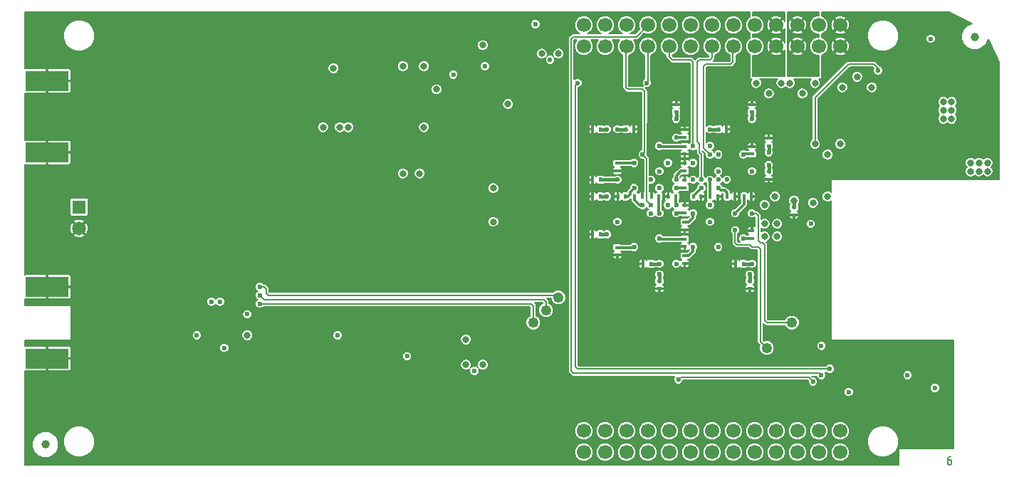
<source format=gbl>
G04 (created by PCBNEW (2013-mar-25)-stable) date Wednesday, January 13, 2016 08:40:10 PM*
%MOIN*%
G04 Gerber Fmt 3.4, Leading zero omitted, Abs format*
%FSLAX34Y34*%
G01*
G70*
G90*
G04 APERTURE LIST*
%ADD10C,0.006*%
%ADD11C,0.00590551*%
%ADD12C,0.015748*%
%ADD13C,0.0669291*%
%ADD14C,0.023622*%
%ADD15C,0.0492126*%
%ADD16R,0.0649606X0.0649606*%
%ADD17C,0.0649606*%
%ADD18R,0.2X0.0950787*%
%ADD19R,0.023622X0.015748*%
%ADD20R,0.015748X0.023622*%
%ADD21C,0.0393701*%
%ADD22C,0.0314961*%
%ADD23C,0.00787402*%
%ADD24C,0.011811*%
%ADD25C,0.015748*%
G04 APERTURE END LIST*
G54D10*
G54D11*
X73485Y-49568D02*
X73425Y-49568D01*
X73395Y-49587D01*
X73380Y-49606D01*
X73350Y-49662D01*
X73335Y-49737D01*
X73335Y-49887D01*
X73350Y-49925D01*
X73365Y-49943D01*
X73395Y-49962D01*
X73455Y-49962D01*
X73485Y-49943D01*
X73500Y-49925D01*
X73515Y-49887D01*
X73515Y-49793D01*
X73500Y-49756D01*
X73485Y-49737D01*
X73455Y-49718D01*
X73395Y-49718D01*
X73365Y-49737D01*
X73350Y-49756D01*
X73335Y-49793D01*
G54D12*
X50787Y-33464D03*
X50393Y-33464D03*
X51181Y-33464D03*
X51181Y-33070D03*
X50787Y-33070D03*
X50393Y-33070D03*
X50393Y-33858D03*
X50787Y-33858D03*
X51181Y-33858D03*
X72440Y-31889D03*
X72677Y-31889D03*
X72204Y-31889D03*
X39173Y-43208D03*
X39566Y-43208D03*
X39173Y-43602D03*
X39566Y-43602D03*
X44488Y-32726D03*
X44488Y-33021D03*
G54D13*
X68305Y-48370D03*
X68305Y-49370D03*
X67305Y-48370D03*
X67305Y-49370D03*
X66305Y-48370D03*
X66305Y-49370D03*
X65305Y-48370D03*
X65305Y-49370D03*
X64305Y-48370D03*
X64305Y-49370D03*
X63305Y-48370D03*
X63305Y-49370D03*
X62305Y-48370D03*
X62305Y-49370D03*
X61305Y-48370D03*
X61305Y-49370D03*
X60305Y-48370D03*
X60305Y-49370D03*
X59305Y-48370D03*
X59305Y-49370D03*
X58305Y-48370D03*
X58305Y-49370D03*
X57305Y-48370D03*
X57305Y-49370D03*
X56305Y-48370D03*
X56305Y-49370D03*
X68305Y-29370D03*
X68305Y-30370D03*
X67305Y-29370D03*
X67305Y-30370D03*
X66305Y-29370D03*
X66305Y-30370D03*
X65305Y-29370D03*
X65305Y-30370D03*
X64305Y-29370D03*
X64305Y-30370D03*
X63305Y-29370D03*
X63305Y-30370D03*
X62305Y-29370D03*
X62305Y-30370D03*
X61305Y-29370D03*
X61305Y-30370D03*
X60305Y-29370D03*
X60305Y-30370D03*
X59305Y-29370D03*
X59305Y-30370D03*
X58305Y-29370D03*
X58305Y-30370D03*
X57305Y-29370D03*
X57305Y-30370D03*
X56305Y-29370D03*
X56305Y-30370D03*
G54D14*
X60236Y-35826D03*
G54D15*
X64862Y-44488D03*
X66043Y-43307D03*
G54D16*
X32677Y-37885D03*
G54D17*
X32677Y-38885D03*
G54D15*
X55118Y-42125D03*
X54527Y-42716D03*
X53937Y-43307D03*
G54D14*
X51673Y-31299D03*
G54D18*
X31185Y-44982D03*
G54D12*
X30889Y-44687D03*
X30889Y-44982D03*
X30889Y-45277D03*
X31185Y-44687D03*
X31185Y-44982D03*
X31185Y-45277D03*
X31480Y-44687D03*
X31480Y-44982D03*
X31480Y-45277D03*
G54D18*
X31185Y-41631D03*
G54D12*
X30889Y-41927D03*
X30889Y-41631D03*
X30889Y-41336D03*
X31185Y-41927D03*
X31185Y-41631D03*
X31185Y-41336D03*
X31480Y-41927D03*
X31480Y-41631D03*
X31480Y-41336D03*
G54D18*
X31185Y-35336D03*
G54D12*
X30889Y-35041D03*
X30889Y-35336D03*
X30889Y-35631D03*
X31185Y-35041D03*
X31185Y-35336D03*
X31185Y-35631D03*
X31480Y-35041D03*
X31480Y-35336D03*
X31480Y-35631D03*
G54D18*
X31185Y-31986D03*
G54D12*
X30889Y-32281D03*
X30889Y-31986D03*
X30889Y-31690D03*
X31185Y-32281D03*
X31185Y-31986D03*
X31185Y-31690D03*
X31480Y-32281D03*
X31480Y-31986D03*
X31480Y-31690D03*
G54D19*
X61023Y-38956D03*
X61023Y-38602D03*
X60629Y-33444D03*
X60629Y-33090D03*
X59842Y-41358D03*
X59842Y-41712D03*
X64960Y-35019D03*
X64960Y-34665D03*
G54D20*
X57066Y-36614D03*
X56712Y-36614D03*
X57066Y-34251D03*
X56712Y-34251D03*
G54D19*
X64074Y-41358D03*
X64074Y-41712D03*
G54D20*
X57066Y-37401D03*
X56712Y-37401D03*
X57066Y-39173D03*
X56712Y-39173D03*
G54D19*
X64173Y-33444D03*
X64173Y-33090D03*
X64960Y-36240D03*
X64960Y-36594D03*
X66141Y-37913D03*
X66141Y-38267D03*
G54D20*
X63759Y-40551D03*
X63405Y-40551D03*
X58681Y-37401D03*
X59035Y-37401D03*
X58248Y-37401D03*
X57893Y-37401D03*
G54D19*
X64173Y-39350D03*
X64173Y-38996D03*
G54D20*
X62618Y-34251D03*
X62972Y-34251D03*
G54D19*
X61023Y-39389D03*
X61023Y-39744D03*
X61023Y-40177D03*
X61023Y-40531D03*
X57874Y-35846D03*
X57874Y-36200D03*
G54D20*
X59429Y-40551D03*
X59074Y-40551D03*
G54D19*
X61023Y-35059D03*
X61023Y-35413D03*
G54D20*
X58287Y-34251D03*
X58641Y-34251D03*
G54D19*
X61023Y-37814D03*
X61023Y-38169D03*
G54D20*
X59822Y-37401D03*
X59468Y-37401D03*
G54D19*
X61023Y-36200D03*
X61023Y-35846D03*
X64173Y-35413D03*
X64173Y-35059D03*
X61023Y-36988D03*
X61023Y-36633D03*
G54D20*
X61437Y-37401D03*
X61791Y-37401D03*
X63011Y-37401D03*
X63366Y-37401D03*
G54D19*
X61023Y-34625D03*
X61023Y-34271D03*
G54D20*
X60610Y-37401D03*
X60255Y-37401D03*
G54D19*
X57874Y-39783D03*
X57874Y-40137D03*
G54D20*
X62224Y-37401D03*
X62578Y-37401D03*
X63799Y-37401D03*
X64153Y-37401D03*
G54D21*
X31102Y-49015D03*
X74606Y-29921D03*
G54D22*
X47834Y-31299D03*
X44586Y-31397D03*
X44094Y-34153D03*
X45275Y-34153D03*
G54D14*
X50196Y-31692D03*
G54D22*
X44881Y-34153D03*
G54D14*
X67421Y-45767D03*
X56003Y-32086D03*
X59251Y-32086D03*
X67814Y-45472D03*
X61811Y-36614D03*
X61417Y-35039D03*
X62204Y-35433D03*
X64173Y-38188D03*
X63385Y-38976D03*
G54D22*
X75196Y-35826D03*
G54D14*
X61811Y-37007D03*
X70078Y-31496D03*
G54D22*
X67125Y-34940D03*
X68307Y-34940D03*
X67716Y-35433D03*
G54D14*
X57874Y-36614D03*
X64960Y-35334D03*
X60629Y-37007D03*
X59842Y-38188D03*
X60629Y-38188D03*
G54D22*
X74803Y-35826D03*
X75196Y-36220D03*
X74803Y-36220D03*
X74409Y-35826D03*
X74409Y-36220D03*
G54D14*
X61417Y-38188D03*
X62204Y-37795D03*
X59842Y-36220D03*
X59448Y-36614D03*
X59842Y-37007D03*
G54D22*
X66141Y-37598D03*
X67027Y-37696D03*
X67716Y-37401D03*
G54D14*
X60629Y-36614D03*
X60629Y-37795D03*
X62204Y-36614D03*
G54D22*
X65255Y-37401D03*
X64763Y-37795D03*
G54D14*
X61417Y-36614D03*
X60236Y-37795D03*
G54D22*
X68405Y-32283D03*
X69783Y-32283D03*
X69094Y-31791D03*
G54D14*
X58661Y-37007D03*
X58661Y-35826D03*
X59842Y-39370D03*
X63779Y-35433D03*
X63779Y-39370D03*
X58661Y-39763D03*
X72736Y-46358D03*
X71456Y-45767D03*
X68700Y-46555D03*
X67421Y-44389D03*
X57381Y-37401D03*
X57381Y-39173D03*
X59842Y-41043D03*
X64074Y-41043D03*
X64960Y-35925D03*
X64173Y-33759D03*
X60629Y-33759D03*
X57381Y-34251D03*
X57874Y-34251D03*
X60629Y-34645D03*
X62204Y-34251D03*
X59842Y-35039D03*
X59055Y-37795D03*
X59842Y-40551D03*
X64173Y-40551D03*
X62598Y-39763D03*
X61417Y-39763D03*
X63385Y-38188D03*
X62204Y-35039D03*
X62598Y-35433D03*
X61417Y-35826D03*
X64173Y-36220D03*
X62598Y-36220D03*
X62598Y-36614D03*
X62992Y-36614D03*
X62598Y-37007D03*
X57874Y-38582D03*
X62204Y-38582D03*
X59448Y-38188D03*
G54D22*
X48818Y-31299D03*
X52755Y-33070D03*
X49409Y-32381D03*
X48818Y-34153D03*
X52066Y-38582D03*
X52066Y-37007D03*
X47834Y-36318D03*
X48622Y-36318D03*
X51574Y-30314D03*
G54D14*
X48031Y-44881D03*
X44783Y-43897D03*
X39468Y-44488D03*
X38188Y-43897D03*
G54D22*
X40551Y-43897D03*
G54D14*
X40551Y-42913D03*
X38877Y-42322D03*
X39271Y-42322D03*
G54D22*
X66732Y-30826D03*
X67125Y-31299D03*
X65984Y-31299D03*
X64763Y-30807D03*
X65551Y-31299D03*
X64370Y-31299D03*
G54D14*
X54035Y-29330D03*
G54D22*
X54330Y-30708D03*
X55118Y-30708D03*
G54D14*
X54724Y-31003D03*
G54D22*
X50787Y-45275D03*
X51574Y-45275D03*
G54D14*
X51181Y-45570D03*
G54D22*
X67125Y-32086D03*
X66535Y-32578D03*
X64370Y-32086D03*
X64960Y-32578D03*
X65944Y-32086D03*
X65551Y-32086D03*
G54D14*
X66929Y-38681D03*
G54D22*
X50787Y-44094D03*
X73523Y-33366D03*
X73523Y-33759D03*
X73129Y-33366D03*
X73523Y-32972D03*
X73129Y-33759D03*
X73129Y-32972D03*
X65354Y-38681D03*
X64763Y-39271D03*
X65354Y-39271D03*
X64763Y-38681D03*
G54D14*
X72539Y-30019D03*
X60629Y-40551D03*
X60728Y-45964D03*
X67027Y-46062D03*
X41141Y-41633D03*
X41141Y-42421D03*
G54D22*
X47047Y-35236D03*
X44881Y-37696D03*
X42519Y-37696D03*
X40157Y-37696D03*
X37795Y-37696D03*
X44881Y-30413D03*
X42519Y-30413D03*
X40157Y-30413D03*
X37795Y-30413D03*
X35531Y-32874D03*
X53248Y-33464D03*
X49606Y-34448D03*
X47834Y-35925D03*
X48622Y-35925D03*
X52460Y-39271D03*
X52460Y-37696D03*
X53740Y-39370D03*
X53740Y-37795D03*
X51377Y-37401D03*
X51377Y-36417D03*
X53149Y-29921D03*
X53149Y-30314D03*
X53149Y-29527D03*
X49606Y-44488D03*
X49606Y-44881D03*
X49606Y-44094D03*
X71850Y-29527D03*
X48228Y-29527D03*
X44291Y-29527D03*
X40354Y-29527D03*
X36417Y-29527D03*
X38385Y-29527D03*
X42322Y-29527D03*
X46259Y-29527D03*
X50196Y-29527D03*
X34448Y-29527D03*
X36417Y-29527D03*
X73326Y-46751D03*
X71358Y-48720D03*
X70374Y-47244D03*
X72834Y-44783D03*
X70866Y-44783D03*
X68897Y-44783D03*
X72834Y-48720D03*
X66929Y-47244D03*
X54133Y-49212D03*
X50196Y-49212D03*
X44291Y-49212D03*
X40354Y-49212D03*
X38385Y-49212D03*
X36417Y-49212D03*
X33464Y-47244D03*
X31496Y-47244D03*
X34448Y-49212D03*
X42322Y-49212D03*
X46259Y-49212D03*
X48228Y-49212D03*
X52165Y-49212D03*
X56102Y-47244D03*
G54D14*
X61417Y-37007D03*
G54D22*
X36122Y-43700D03*
X36909Y-43700D03*
X36122Y-42913D03*
X36909Y-42913D03*
G54D14*
X39074Y-44488D03*
G54D22*
X67618Y-38385D03*
X67618Y-38877D03*
X66437Y-39370D03*
X67618Y-39370D03*
X67027Y-39370D03*
G54D14*
X63385Y-40157D03*
X58661Y-34645D03*
X60629Y-35826D03*
X64173Y-34645D03*
X62992Y-34645D03*
X58267Y-36220D03*
X61417Y-36220D03*
X61417Y-35433D03*
X60236Y-37007D03*
X59055Y-40157D03*
X61811Y-40551D03*
X59448Y-37007D03*
X64173Y-38582D03*
X57874Y-40551D03*
X60629Y-39763D03*
X61811Y-37795D03*
X62598Y-37795D03*
G54D22*
X34251Y-42913D03*
X32677Y-42913D03*
X33464Y-42913D03*
X35039Y-42913D03*
X32677Y-43700D03*
X34251Y-43700D03*
X35039Y-43700D03*
X33464Y-43700D03*
X73228Y-31889D03*
X71653Y-31889D03*
X73228Y-31496D03*
X71653Y-31496D03*
X71653Y-32283D03*
X46259Y-46653D03*
G54D14*
X58267Y-37795D03*
X60236Y-34251D03*
X59055Y-35826D03*
X63385Y-35826D03*
X62204Y-36220D03*
X63779Y-37007D03*
X61417Y-38976D03*
X62992Y-38976D03*
X59055Y-38582D03*
X60629Y-38582D03*
X61811Y-38582D03*
X61811Y-38188D03*
X60236Y-38582D03*
X60236Y-38188D03*
X59842Y-36614D03*
X41141Y-42027D03*
X59055Y-35433D03*
X59448Y-37795D03*
G54D23*
X55807Y-45669D02*
X67322Y-45669D01*
X59305Y-29375D02*
X58759Y-29921D01*
X55708Y-30019D02*
X55708Y-45570D01*
X55807Y-29921D02*
X55708Y-30019D01*
X58759Y-29921D02*
X55807Y-29921D01*
X59305Y-29375D02*
X59305Y-29370D01*
X55807Y-45669D02*
X55708Y-45570D01*
X67322Y-45669D02*
X67421Y-45767D01*
X55905Y-45374D02*
X56003Y-45472D01*
X59305Y-32033D02*
X59251Y-32086D01*
X56003Y-32086D02*
X55905Y-32185D01*
X55905Y-32185D02*
X55905Y-45374D01*
X59305Y-30370D02*
X59305Y-32033D01*
X56003Y-45472D02*
X67814Y-45472D01*
G54D11*
X61811Y-35433D02*
X61712Y-35334D01*
G54D23*
X62305Y-30903D02*
X62204Y-31003D01*
X62204Y-31003D02*
X61712Y-31003D01*
X61712Y-31003D02*
X61614Y-31102D01*
X61614Y-31102D02*
X61614Y-33956D01*
X62305Y-30370D02*
X62305Y-30903D01*
G54D11*
X61811Y-36614D02*
X61811Y-35433D01*
X61614Y-34842D02*
X61614Y-33956D01*
X61712Y-34940D02*
X61614Y-34842D01*
X61712Y-35334D02*
X61712Y-34940D01*
G54D23*
X58305Y-29370D02*
X58305Y-29391D01*
X60305Y-30370D02*
X60305Y-30875D01*
G54D11*
X61417Y-35039D02*
X61417Y-33956D01*
G54D23*
X61417Y-31102D02*
X61417Y-33956D01*
X61318Y-31003D02*
X61417Y-31102D01*
X60433Y-31003D02*
X61318Y-31003D01*
X60305Y-30875D02*
X60433Y-31003D01*
X61909Y-31299D02*
X61909Y-33956D01*
G54D11*
X62204Y-35433D02*
X61909Y-35137D01*
X61909Y-35137D02*
X61909Y-33956D01*
G54D23*
X63287Y-31102D02*
X63287Y-30387D01*
X63305Y-30370D02*
X63287Y-30387D01*
X62007Y-31200D02*
X63188Y-31200D01*
X63188Y-31200D02*
X63287Y-31102D01*
X62007Y-31200D02*
X61909Y-31299D01*
X66043Y-43307D02*
X64862Y-43307D01*
X64763Y-39665D02*
X64763Y-43208D01*
G54D11*
X64370Y-38188D02*
X64468Y-38287D01*
G54D23*
X64468Y-38287D02*
X64468Y-39468D01*
X64468Y-39468D02*
X64566Y-39566D01*
X64566Y-39566D02*
X64665Y-39566D01*
G54D11*
X64173Y-38188D02*
X64370Y-38188D01*
G54D23*
X64665Y-39566D02*
X64763Y-39665D01*
X64862Y-43307D02*
X64763Y-43208D01*
X64862Y-44488D02*
X64566Y-44192D01*
X64468Y-39763D02*
X64566Y-39862D01*
G54D11*
X63385Y-39566D02*
X63484Y-39665D01*
X63484Y-39665D02*
X64074Y-39665D01*
X64074Y-39665D02*
X64173Y-39763D01*
X64173Y-39763D02*
X64468Y-39763D01*
X63385Y-38976D02*
X63385Y-39566D01*
G54D23*
X64566Y-39862D02*
X64566Y-44192D01*
G54D24*
X61437Y-37401D02*
X61437Y-37381D01*
X61437Y-37381D02*
X61811Y-37007D01*
G54D23*
X70078Y-31496D02*
X70078Y-31397D01*
X69881Y-31200D02*
X68700Y-31200D01*
X70078Y-31397D02*
X69881Y-31200D01*
X67125Y-32775D02*
X67125Y-34940D01*
X68700Y-31200D02*
X67125Y-32775D01*
G54D25*
X57066Y-36614D02*
X57874Y-36614D01*
X64960Y-35019D02*
X64960Y-35334D01*
G54D24*
X61023Y-36988D02*
X60649Y-36988D01*
X60649Y-36988D02*
X60629Y-37007D01*
X59822Y-37401D02*
X59822Y-38169D01*
X59822Y-38169D02*
X59842Y-38188D01*
X61023Y-38602D02*
X61200Y-38602D01*
X61417Y-38385D02*
X61417Y-38188D01*
X61200Y-38602D02*
X61417Y-38385D01*
X61023Y-38169D02*
X60649Y-38169D01*
X60649Y-38169D02*
X60629Y-38188D01*
G54D11*
X61417Y-38188D02*
X61417Y-38208D01*
G54D25*
X66141Y-37913D02*
X66141Y-37598D01*
G54D24*
X61023Y-36200D02*
X60846Y-36200D01*
X60629Y-36417D02*
X60629Y-36614D01*
X60846Y-36200D02*
X60629Y-36417D01*
X60610Y-37401D02*
X60610Y-37775D01*
X60610Y-37775D02*
X60629Y-37795D01*
X62224Y-37401D02*
X62224Y-36634D01*
X62224Y-36634D02*
X62204Y-36614D01*
X61023Y-40177D02*
X61200Y-40177D01*
X61417Y-39960D02*
X61417Y-39763D01*
X61200Y-40177D02*
X61417Y-39960D01*
X63011Y-37401D02*
X63011Y-37224D01*
X62696Y-37106D02*
X62598Y-37007D01*
X62893Y-37106D02*
X62696Y-37106D01*
X63011Y-37224D02*
X62893Y-37106D01*
X58248Y-37401D02*
X58366Y-37401D01*
X58464Y-37204D02*
X58661Y-37007D01*
X58464Y-37303D02*
X58464Y-37204D01*
X58366Y-37401D02*
X58464Y-37303D01*
X57874Y-35846D02*
X58641Y-35846D01*
X58641Y-35846D02*
X58661Y-35826D01*
X61023Y-39389D02*
X59862Y-39389D01*
X59862Y-39389D02*
X59842Y-39370D01*
X64173Y-35413D02*
X63799Y-35413D01*
X63799Y-35413D02*
X63779Y-35433D01*
X64173Y-39350D02*
X63799Y-39350D01*
X63799Y-39350D02*
X63779Y-39370D01*
X57874Y-39783D02*
X58641Y-39783D01*
X58641Y-39783D02*
X58661Y-39763D01*
G54D25*
X57066Y-37401D02*
X57381Y-37401D01*
X57066Y-39173D02*
X57381Y-39173D01*
X59842Y-41358D02*
X59842Y-41043D01*
X64074Y-41358D02*
X64074Y-41043D01*
X64960Y-36240D02*
X64960Y-35925D01*
X64173Y-33444D02*
X64173Y-33759D01*
X60629Y-33444D02*
X60629Y-33759D01*
X57066Y-34251D02*
X57381Y-34251D01*
X58287Y-34251D02*
X57874Y-34251D01*
G54D24*
X61023Y-34625D02*
X60649Y-34625D01*
X60649Y-34625D02*
X60629Y-34645D01*
G54D25*
X62618Y-34251D02*
X62204Y-34251D01*
G54D24*
X61023Y-35059D02*
X59862Y-35059D01*
X59862Y-35059D02*
X59842Y-35039D01*
X58681Y-37401D02*
X58681Y-37578D01*
X58897Y-37795D02*
X59055Y-37795D01*
X58681Y-37578D02*
X58897Y-37795D01*
G54D25*
X59428Y-40551D02*
X59842Y-40551D01*
X63759Y-40551D02*
X64173Y-40551D01*
G54D24*
X63799Y-37401D02*
X63799Y-37775D01*
X63799Y-37775D02*
X63385Y-38188D01*
G54D11*
X61417Y-39763D02*
X61417Y-39783D01*
X63385Y-38188D02*
X63405Y-38188D01*
X62598Y-37007D02*
X62618Y-37007D01*
G54D23*
X60728Y-45964D02*
X60826Y-45866D01*
X67027Y-46062D02*
X66830Y-45866D01*
X66830Y-45866D02*
X60826Y-45866D01*
X55118Y-42125D02*
X55019Y-42027D01*
X41338Y-41633D02*
X41437Y-41732D01*
X41437Y-41732D02*
X41437Y-41929D01*
X41437Y-41929D02*
X41535Y-42027D01*
X41535Y-42027D02*
X55019Y-42027D01*
X41141Y-41633D02*
X41338Y-41633D01*
X53937Y-43307D02*
X53937Y-42519D01*
X53838Y-42421D02*
X41141Y-42421D01*
X53937Y-42519D02*
X53838Y-42421D01*
G54D24*
X60669Y-38622D02*
X60629Y-38582D01*
G54D11*
X58267Y-37795D02*
X58267Y-37775D01*
X60629Y-38582D02*
X60649Y-38582D01*
G54D23*
X54527Y-42716D02*
X54527Y-42322D01*
X41338Y-42224D02*
X54429Y-42224D01*
X41338Y-42224D02*
X41141Y-42027D01*
X54527Y-42322D02*
X54429Y-42224D01*
G54D11*
X59153Y-35334D02*
X59055Y-35433D01*
G54D23*
X59055Y-32381D02*
X58366Y-32381D01*
X58366Y-32381D02*
X58267Y-32283D01*
X58267Y-32283D02*
X58267Y-30407D01*
X58305Y-30370D02*
X58267Y-30407D01*
G54D11*
X59153Y-35334D02*
X59153Y-33956D01*
G54D23*
X59153Y-32480D02*
X59153Y-33956D01*
X59153Y-32480D02*
X59055Y-32381D01*
G54D11*
X59251Y-37598D02*
X59251Y-35629D01*
X59251Y-37598D02*
X59448Y-37795D01*
X59055Y-35433D02*
X59251Y-35629D01*
G54D10*
G36*
X31214Y-31714D02*
X31190Y-31738D01*
X31185Y-31732D01*
X31179Y-31738D01*
X31155Y-31714D01*
X31155Y-31667D01*
X31179Y-31643D01*
X31185Y-31649D01*
X31190Y-31643D01*
X31214Y-31667D01*
X31214Y-31714D01*
X31214Y-31714D01*
G37*
G54D11*
X31214Y-31714D02*
X31190Y-31738D01*
X31185Y-31732D01*
X31179Y-31738D01*
X31155Y-31714D01*
X31155Y-31667D01*
X31179Y-31643D01*
X31185Y-31649D01*
X31190Y-31643D01*
X31214Y-31667D01*
X31214Y-31714D01*
G54D10*
G36*
X31214Y-32304D02*
X31190Y-32328D01*
X31185Y-32323D01*
X31179Y-32328D01*
X31155Y-32304D01*
X31155Y-32258D01*
X31179Y-32234D01*
X31185Y-32239D01*
X31190Y-32234D01*
X31214Y-32258D01*
X31214Y-32304D01*
X31214Y-32304D01*
G37*
G54D11*
X31214Y-32304D02*
X31190Y-32328D01*
X31185Y-32323D01*
X31179Y-32328D01*
X31155Y-32304D01*
X31155Y-32258D01*
X31179Y-32234D01*
X31185Y-32239D01*
X31190Y-32234D01*
X31214Y-32258D01*
X31214Y-32304D01*
G54D10*
G36*
X31214Y-35064D02*
X31190Y-35088D01*
X31185Y-35083D01*
X31179Y-35088D01*
X31155Y-35064D01*
X31155Y-35017D01*
X31179Y-34994D01*
X31185Y-34999D01*
X31190Y-34994D01*
X31214Y-35017D01*
X31214Y-35064D01*
X31214Y-35064D01*
G37*
G54D11*
X31214Y-35064D02*
X31190Y-35088D01*
X31185Y-35083D01*
X31179Y-35088D01*
X31155Y-35064D01*
X31155Y-35017D01*
X31179Y-34994D01*
X31185Y-34999D01*
X31190Y-34994D01*
X31214Y-35017D01*
X31214Y-35064D01*
G54D10*
G36*
X31214Y-35655D02*
X31190Y-35679D01*
X31185Y-35673D01*
X31179Y-35679D01*
X31155Y-35655D01*
X31155Y-35608D01*
X31179Y-35584D01*
X31185Y-35590D01*
X31190Y-35584D01*
X31214Y-35608D01*
X31214Y-35655D01*
X31214Y-35655D01*
G37*
G54D11*
X31214Y-35655D02*
X31190Y-35679D01*
X31185Y-35673D01*
X31179Y-35679D01*
X31155Y-35655D01*
X31155Y-35608D01*
X31179Y-35584D01*
X31185Y-35590D01*
X31190Y-35584D01*
X31214Y-35608D01*
X31214Y-35655D01*
G54D10*
G36*
X31214Y-41359D02*
X31190Y-41383D01*
X31185Y-41378D01*
X31179Y-41383D01*
X31155Y-41359D01*
X31155Y-41313D01*
X31179Y-41289D01*
X31185Y-41294D01*
X31190Y-41289D01*
X31214Y-41313D01*
X31214Y-41359D01*
X31214Y-41359D01*
G37*
G54D11*
X31214Y-41359D02*
X31190Y-41383D01*
X31185Y-41378D01*
X31179Y-41383D01*
X31155Y-41359D01*
X31155Y-41313D01*
X31179Y-41289D01*
X31185Y-41294D01*
X31190Y-41289D01*
X31214Y-41313D01*
X31214Y-41359D01*
G54D10*
G36*
X31214Y-41950D02*
X31190Y-41974D01*
X31185Y-41968D01*
X31179Y-41974D01*
X31155Y-41950D01*
X31155Y-41903D01*
X31179Y-41879D01*
X31185Y-41885D01*
X31190Y-41879D01*
X31214Y-41903D01*
X31214Y-41950D01*
X31214Y-41950D01*
G37*
G54D11*
X31214Y-41950D02*
X31190Y-41974D01*
X31185Y-41968D01*
X31179Y-41974D01*
X31155Y-41950D01*
X31155Y-41903D01*
X31179Y-41879D01*
X31185Y-41885D01*
X31190Y-41879D01*
X31214Y-41903D01*
X31214Y-41950D01*
G54D10*
G36*
X31214Y-44710D02*
X31190Y-44734D01*
X31185Y-44728D01*
X31179Y-44734D01*
X31155Y-44710D01*
X31155Y-44663D01*
X31179Y-44639D01*
X31185Y-44645D01*
X31190Y-44639D01*
X31214Y-44663D01*
X31214Y-44710D01*
X31214Y-44710D01*
G37*
G54D11*
X31214Y-44710D02*
X31190Y-44734D01*
X31185Y-44728D01*
X31179Y-44734D01*
X31155Y-44710D01*
X31155Y-44663D01*
X31179Y-44639D01*
X31185Y-44645D01*
X31190Y-44639D01*
X31214Y-44663D01*
X31214Y-44710D01*
G54D10*
G36*
X31214Y-45300D02*
X31190Y-45324D01*
X31185Y-45319D01*
X31179Y-45324D01*
X31155Y-45300D01*
X31155Y-45254D01*
X31179Y-45230D01*
X31185Y-45235D01*
X31190Y-45230D01*
X31214Y-45254D01*
X31214Y-45300D01*
X31214Y-45300D01*
G37*
G54D11*
X31214Y-45300D02*
X31190Y-45324D01*
X31185Y-45319D01*
X31179Y-45324D01*
X31155Y-45300D01*
X31155Y-45254D01*
X31179Y-45230D01*
X31185Y-45235D01*
X31190Y-45230D01*
X31214Y-45254D01*
X31214Y-45300D01*
G54D10*
G36*
X31232Y-31991D02*
X31190Y-32033D01*
X31185Y-32027D01*
X31179Y-32033D01*
X31147Y-32001D01*
X31147Y-31970D01*
X31179Y-31938D01*
X31185Y-31944D01*
X31190Y-31938D01*
X31232Y-31980D01*
X31226Y-31986D01*
X31232Y-31991D01*
X31232Y-31991D01*
G37*
G54D11*
X31232Y-31991D02*
X31190Y-32033D01*
X31185Y-32027D01*
X31179Y-32033D01*
X31147Y-32001D01*
X31147Y-31970D01*
X31179Y-31938D01*
X31185Y-31944D01*
X31190Y-31938D01*
X31232Y-31980D01*
X31226Y-31986D01*
X31232Y-31991D01*
G54D10*
G36*
X31232Y-35342D02*
X31190Y-35383D01*
X31185Y-35378D01*
X31179Y-35383D01*
X31147Y-35352D01*
X31147Y-35321D01*
X31179Y-35289D01*
X31185Y-35294D01*
X31190Y-35289D01*
X31232Y-35331D01*
X31226Y-35336D01*
X31232Y-35342D01*
X31232Y-35342D01*
G37*
G54D11*
X31232Y-35342D02*
X31190Y-35383D01*
X31185Y-35378D01*
X31179Y-35383D01*
X31147Y-35352D01*
X31147Y-35321D01*
X31179Y-35289D01*
X31185Y-35294D01*
X31190Y-35289D01*
X31232Y-35331D01*
X31226Y-35336D01*
X31232Y-35342D01*
G54D10*
G36*
X31232Y-41637D02*
X31190Y-41679D01*
X31185Y-41673D01*
X31179Y-41679D01*
X31147Y-41647D01*
X31147Y-41616D01*
X31179Y-41584D01*
X31185Y-41590D01*
X31190Y-41584D01*
X31232Y-41626D01*
X31226Y-41631D01*
X31232Y-41637D01*
X31232Y-41637D01*
G37*
G54D11*
X31232Y-41637D02*
X31190Y-41679D01*
X31185Y-41673D01*
X31179Y-41679D01*
X31147Y-41647D01*
X31147Y-41616D01*
X31179Y-41584D01*
X31185Y-41590D01*
X31190Y-41584D01*
X31232Y-41626D01*
X31226Y-41631D01*
X31232Y-41637D01*
G54D10*
G36*
X31232Y-44987D02*
X31190Y-45029D01*
X31185Y-45024D01*
X31179Y-45029D01*
X31147Y-44997D01*
X31147Y-44966D01*
X31179Y-44934D01*
X31185Y-44940D01*
X31190Y-44934D01*
X31232Y-44976D01*
X31226Y-44982D01*
X31232Y-44987D01*
X31232Y-44987D01*
G37*
G54D11*
X31232Y-44987D02*
X31190Y-45029D01*
X31185Y-45024D01*
X31179Y-45029D01*
X31147Y-44997D01*
X31147Y-44966D01*
X31179Y-44934D01*
X31185Y-44940D01*
X31190Y-44934D01*
X31232Y-44976D01*
X31226Y-44982D01*
X31232Y-44987D01*
G54D10*
G36*
X31527Y-31991D02*
X31503Y-32015D01*
X31456Y-32015D01*
X31432Y-31991D01*
X31438Y-31986D01*
X31432Y-31980D01*
X31456Y-31956D01*
X31503Y-31956D01*
X31527Y-31980D01*
X31522Y-31986D01*
X31527Y-31991D01*
X31527Y-31991D01*
G37*
G54D11*
X31527Y-31991D02*
X31503Y-32015D01*
X31456Y-32015D01*
X31432Y-31991D01*
X31438Y-31986D01*
X31432Y-31980D01*
X31456Y-31956D01*
X31503Y-31956D01*
X31527Y-31980D01*
X31522Y-31986D01*
X31527Y-31991D01*
G54D10*
G36*
X31527Y-35342D02*
X31503Y-35366D01*
X31456Y-35366D01*
X31432Y-35342D01*
X31438Y-35336D01*
X31432Y-35331D01*
X31456Y-35307D01*
X31503Y-35307D01*
X31527Y-35331D01*
X31522Y-35336D01*
X31527Y-35342D01*
X31527Y-35342D01*
G37*
G54D11*
X31527Y-35342D02*
X31503Y-35366D01*
X31456Y-35366D01*
X31432Y-35342D01*
X31438Y-35336D01*
X31432Y-35331D01*
X31456Y-35307D01*
X31503Y-35307D01*
X31527Y-35331D01*
X31522Y-35336D01*
X31527Y-35342D01*
G54D10*
G36*
X31527Y-41637D02*
X31503Y-41661D01*
X31456Y-41661D01*
X31432Y-41637D01*
X31438Y-41631D01*
X31432Y-41626D01*
X31456Y-41602D01*
X31503Y-41602D01*
X31527Y-41626D01*
X31522Y-41631D01*
X31527Y-41637D01*
X31527Y-41637D01*
G37*
G54D11*
X31527Y-41637D02*
X31503Y-41661D01*
X31456Y-41661D01*
X31432Y-41637D01*
X31438Y-41631D01*
X31432Y-41626D01*
X31456Y-41602D01*
X31503Y-41602D01*
X31527Y-41626D01*
X31522Y-41631D01*
X31527Y-41637D01*
G54D10*
G36*
X31527Y-44987D02*
X31503Y-45011D01*
X31456Y-45011D01*
X31432Y-44987D01*
X31438Y-44982D01*
X31432Y-44976D01*
X31456Y-44952D01*
X31503Y-44952D01*
X31527Y-44976D01*
X31522Y-44982D01*
X31527Y-44987D01*
X31527Y-44987D01*
G37*
G54D11*
X31527Y-44987D02*
X31503Y-45011D01*
X31456Y-45011D01*
X31432Y-44987D01*
X31438Y-44982D01*
X31432Y-44976D01*
X31456Y-44952D01*
X31503Y-44952D01*
X31527Y-44976D01*
X31522Y-44982D01*
X31527Y-44987D01*
G54D10*
G36*
X75757Y-36584D02*
X75462Y-36584D01*
X75462Y-36167D01*
X75422Y-36070D01*
X75375Y-36023D01*
X75422Y-35977D01*
X75462Y-35879D01*
X75462Y-35774D01*
X75422Y-35676D01*
X75347Y-35601D01*
X75249Y-35561D01*
X75144Y-35560D01*
X75046Y-35601D01*
X74999Y-35647D01*
X74953Y-35601D01*
X74856Y-35561D01*
X74750Y-35560D01*
X74652Y-35601D01*
X74606Y-35647D01*
X74560Y-35601D01*
X74462Y-35561D01*
X74356Y-35560D01*
X74259Y-35601D01*
X74184Y-35676D01*
X74143Y-35773D01*
X74143Y-35879D01*
X74184Y-35977D01*
X74230Y-36023D01*
X74184Y-36069D01*
X74143Y-36167D01*
X74143Y-36273D01*
X74184Y-36370D01*
X74258Y-36445D01*
X74356Y-36486D01*
X74462Y-36486D01*
X74559Y-36445D01*
X74606Y-36399D01*
X74652Y-36445D01*
X74750Y-36486D01*
X74855Y-36486D01*
X74953Y-36445D01*
X75000Y-36399D01*
X75046Y-36445D01*
X75143Y-36486D01*
X75249Y-36486D01*
X75347Y-36445D01*
X75422Y-36371D01*
X75462Y-36273D01*
X75462Y-36167D01*
X75462Y-36584D01*
X73789Y-36584D01*
X73789Y-33707D01*
X73749Y-33609D01*
X73702Y-33562D01*
X73748Y-33516D01*
X73789Y-33419D01*
X73789Y-33313D01*
X73749Y-33215D01*
X73702Y-33169D01*
X73748Y-33123D01*
X73789Y-33025D01*
X73789Y-32919D01*
X73749Y-32822D01*
X73674Y-32747D01*
X73576Y-32706D01*
X73470Y-32706D01*
X73373Y-32747D01*
X73326Y-32793D01*
X73280Y-32747D01*
X73183Y-32706D01*
X73077Y-32706D01*
X72979Y-32747D01*
X72904Y-32821D01*
X72864Y-32919D01*
X72864Y-33025D01*
X72904Y-33122D01*
X72950Y-33169D01*
X72904Y-33215D01*
X72864Y-33313D01*
X72864Y-33418D01*
X72904Y-33516D01*
X72950Y-33563D01*
X72904Y-33609D01*
X72864Y-33706D01*
X72864Y-33812D01*
X72904Y-33910D01*
X72979Y-33985D01*
X73076Y-34025D01*
X73182Y-34025D01*
X73280Y-33985D01*
X73326Y-33938D01*
X73372Y-33985D01*
X73470Y-34025D01*
X73576Y-34025D01*
X73673Y-33985D01*
X73748Y-33910D01*
X73789Y-33812D01*
X73789Y-33707D01*
X73789Y-36584D01*
X72765Y-36584D01*
X72765Y-29974D01*
X72731Y-29891D01*
X72667Y-29827D01*
X72584Y-29793D01*
X72494Y-29793D01*
X72411Y-29827D01*
X72347Y-29891D01*
X72313Y-29974D01*
X72312Y-30064D01*
X72347Y-30147D01*
X72410Y-30211D01*
X72494Y-30246D01*
X72584Y-30246D01*
X72667Y-30211D01*
X72731Y-30148D01*
X72765Y-30064D01*
X72765Y-29974D01*
X72765Y-36584D01*
X71038Y-36584D01*
X71038Y-29724D01*
X70927Y-29455D01*
X70721Y-29248D01*
X70451Y-29136D01*
X70159Y-29136D01*
X69890Y-29248D01*
X69683Y-29454D01*
X69571Y-29723D01*
X69571Y-30015D01*
X69683Y-30284D01*
X69889Y-30491D01*
X70158Y-30603D01*
X70450Y-30603D01*
X70719Y-30492D01*
X70926Y-30285D01*
X71038Y-30016D01*
X71038Y-29724D01*
X71038Y-36584D01*
X70305Y-36584D01*
X70305Y-31451D01*
X70270Y-31367D01*
X70207Y-31304D01*
X70184Y-31294D01*
X70184Y-31294D01*
X70183Y-31293D01*
X70183Y-31293D01*
X69986Y-31096D01*
X69938Y-31064D01*
X69881Y-31053D01*
X68750Y-31053D01*
X68750Y-30446D01*
X68750Y-29446D01*
X68745Y-29270D01*
X68687Y-29129D01*
X68625Y-29091D01*
X68583Y-29133D01*
X68583Y-29049D01*
X68546Y-28988D01*
X68381Y-28925D01*
X68205Y-28929D01*
X68064Y-28988D01*
X68026Y-29049D01*
X68305Y-29328D01*
X68583Y-29049D01*
X68583Y-29133D01*
X68346Y-29370D01*
X68625Y-29648D01*
X68687Y-29611D01*
X68750Y-29446D01*
X68750Y-30446D01*
X68745Y-30270D01*
X68687Y-30129D01*
X68625Y-30091D01*
X68583Y-30133D01*
X68583Y-30049D01*
X68583Y-29690D01*
X68305Y-29411D01*
X68263Y-29453D01*
X68263Y-29370D01*
X67984Y-29091D01*
X67923Y-29129D01*
X67860Y-29293D01*
X67864Y-29469D01*
X67923Y-29611D01*
X67984Y-29648D01*
X68263Y-29370D01*
X68263Y-29453D01*
X68026Y-29690D01*
X68064Y-29751D01*
X68228Y-29815D01*
X68404Y-29810D01*
X68546Y-29751D01*
X68583Y-29690D01*
X68583Y-30049D01*
X68546Y-29988D01*
X68381Y-29925D01*
X68205Y-29929D01*
X68064Y-29988D01*
X68026Y-30049D01*
X68305Y-30328D01*
X68583Y-30049D01*
X68583Y-30133D01*
X68346Y-30370D01*
X68625Y-30648D01*
X68687Y-30611D01*
X68750Y-30446D01*
X68750Y-31053D01*
X68700Y-31053D01*
X68644Y-31064D01*
X68596Y-31096D01*
X68583Y-31109D01*
X68583Y-30690D01*
X68305Y-30411D01*
X68263Y-30453D01*
X68263Y-30370D01*
X67984Y-30091D01*
X67923Y-30129D01*
X67860Y-30293D01*
X67864Y-30469D01*
X67923Y-30611D01*
X67984Y-30648D01*
X68263Y-30370D01*
X68263Y-30453D01*
X68026Y-30690D01*
X68064Y-30751D01*
X68228Y-30815D01*
X68404Y-30810D01*
X68546Y-30751D01*
X68583Y-30690D01*
X68583Y-31109D01*
X67021Y-32671D01*
X66989Y-32719D01*
X66978Y-32775D01*
X66978Y-34714D01*
X66975Y-34715D01*
X66900Y-34790D01*
X66860Y-34887D01*
X66860Y-34993D01*
X66900Y-35091D01*
X66975Y-35166D01*
X67072Y-35206D01*
X67178Y-35206D01*
X67276Y-35166D01*
X67351Y-35091D01*
X67391Y-34994D01*
X67391Y-34888D01*
X67351Y-34790D01*
X67276Y-34715D01*
X67273Y-34714D01*
X67273Y-32836D01*
X68761Y-31348D01*
X69820Y-31348D01*
X69873Y-31400D01*
X69852Y-31450D01*
X69852Y-31540D01*
X69886Y-31624D01*
X69950Y-31687D01*
X70033Y-31722D01*
X70123Y-31722D01*
X70206Y-31688D01*
X70270Y-31624D01*
X70305Y-31541D01*
X70305Y-31451D01*
X70305Y-36584D01*
X70049Y-36584D01*
X70049Y-32230D01*
X70008Y-32133D01*
X69934Y-32058D01*
X69836Y-32017D01*
X69730Y-32017D01*
X69633Y-32058D01*
X69558Y-32132D01*
X69517Y-32230D01*
X69517Y-32336D01*
X69558Y-32433D01*
X69632Y-32508D01*
X69730Y-32549D01*
X69836Y-32549D01*
X69933Y-32508D01*
X70008Y-32434D01*
X70049Y-32336D01*
X70049Y-32230D01*
X70049Y-36584D01*
X69360Y-36584D01*
X69360Y-31738D01*
X69319Y-31641D01*
X69245Y-31566D01*
X69147Y-31525D01*
X69041Y-31525D01*
X68944Y-31565D01*
X68869Y-31640D01*
X68828Y-31738D01*
X68828Y-31843D01*
X68869Y-31941D01*
X68943Y-32016D01*
X69041Y-32057D01*
X69147Y-32057D01*
X69244Y-32016D01*
X69319Y-31942D01*
X69360Y-31844D01*
X69360Y-31738D01*
X69360Y-36584D01*
X68671Y-36584D01*
X68671Y-32230D01*
X68630Y-32133D01*
X68556Y-32058D01*
X68458Y-32017D01*
X68352Y-32017D01*
X68255Y-32058D01*
X68180Y-32132D01*
X68139Y-32230D01*
X68139Y-32336D01*
X68180Y-32433D01*
X68254Y-32508D01*
X68352Y-32549D01*
X68458Y-32549D01*
X68555Y-32508D01*
X68630Y-32434D01*
X68671Y-32336D01*
X68671Y-32230D01*
X68671Y-36584D01*
X68572Y-36584D01*
X68572Y-34888D01*
X68532Y-34790D01*
X68457Y-34715D01*
X68360Y-34675D01*
X68254Y-34675D01*
X68156Y-34715D01*
X68081Y-34790D01*
X68041Y-34887D01*
X68041Y-34993D01*
X68081Y-35091D01*
X68156Y-35166D01*
X68253Y-35206D01*
X68359Y-35206D01*
X68457Y-35166D01*
X68532Y-35091D01*
X68572Y-34994D01*
X68572Y-34888D01*
X68572Y-36584D01*
X67982Y-36584D01*
X67982Y-35380D01*
X67941Y-35282D01*
X67867Y-35207D01*
X67769Y-35167D01*
X67663Y-35167D01*
X67566Y-35207D01*
X67491Y-35282D01*
X67450Y-35379D01*
X67450Y-35485D01*
X67491Y-35583D01*
X67565Y-35658D01*
X67663Y-35698D01*
X67769Y-35698D01*
X67866Y-35658D01*
X67941Y-35583D01*
X67982Y-35486D01*
X67982Y-35380D01*
X67982Y-36584D01*
X67883Y-36584D01*
X67883Y-37193D01*
X67867Y-37176D01*
X67769Y-37135D01*
X67663Y-37135D01*
X67566Y-37176D01*
X67491Y-37250D01*
X67450Y-37348D01*
X67450Y-37454D01*
X67491Y-37551D01*
X67565Y-37626D01*
X67663Y-37667D01*
X67769Y-37667D01*
X67866Y-37626D01*
X67883Y-37610D01*
X67883Y-44124D01*
X73592Y-44124D01*
X73592Y-49183D01*
X72962Y-49183D01*
X72962Y-46313D01*
X72928Y-46230D01*
X72864Y-46166D01*
X72781Y-46131D01*
X72691Y-46131D01*
X72608Y-46166D01*
X72544Y-46229D01*
X72509Y-46313D01*
X72509Y-46403D01*
X72544Y-46486D01*
X72607Y-46550D01*
X72690Y-46584D01*
X72781Y-46584D01*
X72864Y-46550D01*
X72928Y-46486D01*
X72962Y-46403D01*
X72962Y-46313D01*
X72962Y-49183D01*
X71683Y-49183D01*
X71683Y-45722D01*
X71648Y-45639D01*
X71585Y-45575D01*
X71501Y-45541D01*
X71411Y-45541D01*
X71328Y-45575D01*
X71264Y-45639D01*
X71230Y-45722D01*
X71230Y-45812D01*
X71264Y-45895D01*
X71328Y-45959D01*
X71411Y-45994D01*
X71501Y-45994D01*
X71584Y-45959D01*
X71648Y-45896D01*
X71683Y-45812D01*
X71683Y-45722D01*
X71683Y-49183D01*
X71038Y-49183D01*
X71038Y-48724D01*
X70927Y-48455D01*
X70721Y-48248D01*
X70451Y-48136D01*
X70159Y-48136D01*
X69890Y-48248D01*
X69683Y-48454D01*
X69571Y-48723D01*
X69571Y-49015D01*
X69683Y-49284D01*
X69889Y-49491D01*
X70158Y-49603D01*
X70450Y-49603D01*
X70719Y-49492D01*
X70926Y-49285D01*
X71038Y-49016D01*
X71038Y-48724D01*
X71038Y-49183D01*
X71033Y-49183D01*
X71033Y-49970D01*
X68927Y-49970D01*
X68927Y-46510D01*
X68892Y-46427D01*
X68829Y-46363D01*
X68746Y-46328D01*
X68655Y-46328D01*
X68572Y-46363D01*
X68508Y-46426D01*
X68474Y-46509D01*
X68474Y-46599D01*
X68508Y-46683D01*
X68572Y-46746D01*
X68655Y-46781D01*
X68745Y-46781D01*
X68828Y-46747D01*
X68892Y-46683D01*
X68927Y-46600D01*
X68927Y-46510D01*
X68927Y-49970D01*
X68748Y-49970D01*
X68748Y-49282D01*
X68748Y-48282D01*
X68680Y-48119D01*
X68556Y-47994D01*
X68393Y-47927D01*
X68217Y-47927D01*
X68054Y-47994D01*
X68041Y-48007D01*
X68041Y-45427D01*
X68006Y-45344D01*
X67943Y-45280D01*
X67860Y-45246D01*
X67770Y-45246D01*
X67686Y-45280D01*
X67647Y-45319D01*
X67647Y-44344D01*
X67613Y-44261D01*
X67549Y-44197D01*
X67466Y-44163D01*
X67376Y-44163D01*
X67293Y-44197D01*
X67293Y-37644D01*
X67252Y-37546D01*
X67178Y-37471D01*
X67080Y-37431D01*
X66974Y-37431D01*
X66877Y-37471D01*
X66802Y-37546D01*
X66801Y-37548D01*
X66801Y-32526D01*
X66760Y-32428D01*
X66686Y-32353D01*
X66588Y-32313D01*
X66482Y-32312D01*
X66385Y-32353D01*
X66310Y-32428D01*
X66269Y-32525D01*
X66269Y-32631D01*
X66310Y-32729D01*
X66384Y-32803D01*
X66482Y-32844D01*
X66588Y-32844D01*
X66685Y-32804D01*
X66760Y-32729D01*
X66801Y-32631D01*
X66801Y-32526D01*
X66801Y-37548D01*
X66761Y-37643D01*
X66761Y-37749D01*
X66802Y-37847D01*
X66876Y-37922D01*
X66974Y-37962D01*
X67080Y-37962D01*
X67177Y-37922D01*
X67252Y-37847D01*
X67293Y-37749D01*
X67293Y-37644D01*
X67293Y-44197D01*
X67293Y-44197D01*
X67229Y-44261D01*
X67194Y-44344D01*
X67194Y-44434D01*
X67229Y-44517D01*
X67292Y-44581D01*
X67376Y-44616D01*
X67466Y-44616D01*
X67549Y-44581D01*
X67613Y-44518D01*
X67647Y-44434D01*
X67647Y-44344D01*
X67647Y-45319D01*
X67642Y-45324D01*
X67155Y-45324D01*
X67155Y-38636D01*
X67121Y-38553D01*
X67057Y-38489D01*
X66974Y-38454D01*
X66884Y-38454D01*
X66801Y-38489D01*
X66737Y-38552D01*
X66702Y-38635D01*
X66702Y-38725D01*
X66737Y-38809D01*
X66800Y-38872D01*
X66883Y-38907D01*
X66973Y-38907D01*
X67057Y-38873D01*
X67120Y-38809D01*
X67155Y-38726D01*
X67155Y-38636D01*
X67155Y-45324D01*
X66407Y-45324D01*
X66407Y-37545D01*
X66367Y-37448D01*
X66292Y-37373D01*
X66194Y-37332D01*
X66089Y-37332D01*
X65991Y-37373D01*
X65916Y-37447D01*
X65876Y-37545D01*
X65875Y-37651D01*
X65916Y-37748D01*
X65936Y-37768D01*
X65931Y-37773D01*
X65915Y-37813D01*
X65915Y-37856D01*
X65915Y-38013D01*
X65931Y-38053D01*
X65962Y-38083D01*
X65978Y-38090D01*
X65962Y-38097D01*
X65931Y-38127D01*
X65915Y-38167D01*
X65915Y-38211D01*
X65942Y-38238D01*
X66112Y-38238D01*
X66112Y-38230D01*
X66171Y-38230D01*
X66171Y-38238D01*
X66341Y-38238D01*
X66368Y-38211D01*
X66368Y-38167D01*
X66351Y-38127D01*
X66321Y-38097D01*
X66305Y-38090D01*
X66321Y-38083D01*
X66351Y-38053D01*
X66368Y-38013D01*
X66368Y-37970D01*
X66368Y-37813D01*
X66351Y-37773D01*
X66347Y-37768D01*
X66366Y-37749D01*
X66407Y-37651D01*
X66407Y-37545D01*
X66407Y-45324D01*
X66397Y-45324D01*
X66397Y-43236D01*
X66368Y-43165D01*
X66368Y-38367D01*
X66368Y-38324D01*
X66341Y-38297D01*
X66171Y-38297D01*
X66171Y-38427D01*
X66198Y-38454D01*
X66238Y-38454D01*
X66281Y-38454D01*
X66321Y-38438D01*
X66351Y-38407D01*
X66368Y-38367D01*
X66368Y-43165D01*
X66343Y-43106D01*
X66244Y-43006D01*
X66114Y-42952D01*
X66112Y-42952D01*
X66112Y-38427D01*
X66112Y-38297D01*
X65942Y-38297D01*
X65915Y-38324D01*
X65915Y-38367D01*
X65931Y-38407D01*
X65962Y-38438D01*
X66001Y-38454D01*
X66045Y-38454D01*
X66085Y-38454D01*
X66112Y-38427D01*
X66112Y-42952D01*
X65973Y-42952D01*
X65842Y-43006D01*
X65743Y-43106D01*
X65720Y-43159D01*
X65620Y-43159D01*
X65620Y-39219D01*
X65620Y-38628D01*
X65579Y-38530D01*
X65521Y-38472D01*
X65521Y-37348D01*
X65481Y-37251D01*
X65406Y-37176D01*
X65308Y-37135D01*
X65226Y-37135D01*
X65226Y-32526D01*
X65186Y-32428D01*
X65111Y-32353D01*
X65013Y-32313D01*
X64908Y-32312D01*
X64810Y-32353D01*
X64735Y-32428D01*
X64694Y-32525D01*
X64694Y-32631D01*
X64735Y-32729D01*
X64809Y-32803D01*
X64907Y-32844D01*
X65013Y-32844D01*
X65110Y-32804D01*
X65185Y-32729D01*
X65226Y-32631D01*
X65226Y-32526D01*
X65226Y-37135D01*
X65203Y-37135D01*
X65187Y-37142D01*
X65187Y-35880D01*
X65187Y-35289D01*
X65152Y-35206D01*
X65147Y-35201D01*
X65147Y-35182D01*
X65170Y-35159D01*
X65186Y-35120D01*
X65187Y-35076D01*
X65187Y-34919D01*
X65170Y-34879D01*
X65140Y-34849D01*
X65124Y-34842D01*
X65140Y-34835D01*
X65170Y-34805D01*
X65187Y-34765D01*
X65187Y-34565D01*
X65170Y-34525D01*
X65140Y-34494D01*
X65100Y-34478D01*
X65057Y-34478D01*
X65017Y-34478D01*
X64990Y-34505D01*
X64990Y-34635D01*
X65159Y-34635D01*
X65187Y-34608D01*
X65187Y-34565D01*
X65187Y-34765D01*
X65187Y-34721D01*
X65159Y-34694D01*
X64990Y-34694D01*
X64990Y-34702D01*
X64931Y-34702D01*
X64931Y-34694D01*
X64931Y-34635D01*
X64931Y-34505D01*
X64904Y-34478D01*
X64863Y-34478D01*
X64820Y-34478D01*
X64781Y-34494D01*
X64750Y-34525D01*
X64734Y-34565D01*
X64734Y-34608D01*
X64761Y-34635D01*
X64931Y-34635D01*
X64931Y-34694D01*
X64761Y-34694D01*
X64734Y-34721D01*
X64734Y-34765D01*
X64750Y-34805D01*
X64781Y-34835D01*
X64797Y-34842D01*
X64781Y-34849D01*
X64750Y-34879D01*
X64734Y-34919D01*
X64734Y-34962D01*
X64734Y-35119D01*
X64750Y-35159D01*
X64773Y-35182D01*
X64773Y-35201D01*
X64768Y-35206D01*
X64734Y-35289D01*
X64734Y-35379D01*
X64768Y-35462D01*
X64832Y-35526D01*
X64915Y-35560D01*
X65005Y-35561D01*
X65088Y-35526D01*
X65152Y-35463D01*
X65186Y-35379D01*
X65187Y-35289D01*
X65187Y-35880D01*
X65152Y-35797D01*
X65089Y-35733D01*
X65005Y-35698D01*
X64915Y-35698D01*
X64832Y-35733D01*
X64768Y-35796D01*
X64734Y-35879D01*
X64734Y-35970D01*
X64768Y-36053D01*
X64773Y-36058D01*
X64773Y-36077D01*
X64750Y-36100D01*
X64734Y-36139D01*
X64734Y-36182D01*
X64734Y-36340D01*
X64750Y-36380D01*
X64781Y-36410D01*
X64797Y-36417D01*
X64781Y-36424D01*
X64750Y-36454D01*
X64734Y-36494D01*
X64734Y-36537D01*
X64761Y-36564D01*
X64931Y-36564D01*
X64931Y-36557D01*
X64990Y-36557D01*
X64990Y-36564D01*
X65159Y-36564D01*
X65187Y-36537D01*
X65187Y-36494D01*
X65170Y-36454D01*
X65140Y-36424D01*
X65124Y-36417D01*
X65139Y-36410D01*
X65170Y-36380D01*
X65186Y-36340D01*
X65187Y-36297D01*
X65187Y-36139D01*
X65170Y-36100D01*
X65147Y-36077D01*
X65147Y-36058D01*
X65152Y-36053D01*
X65186Y-35970D01*
X65187Y-35880D01*
X65187Y-37142D01*
X65187Y-37142D01*
X65187Y-36694D01*
X65187Y-36651D01*
X65159Y-36624D01*
X64990Y-36624D01*
X64990Y-36754D01*
X65017Y-36781D01*
X65057Y-36781D01*
X65100Y-36781D01*
X65140Y-36764D01*
X65170Y-36734D01*
X65187Y-36694D01*
X65187Y-37142D01*
X65105Y-37176D01*
X65030Y-37250D01*
X64990Y-37348D01*
X64990Y-37454D01*
X65030Y-37551D01*
X65105Y-37626D01*
X65202Y-37667D01*
X65308Y-37667D01*
X65406Y-37626D01*
X65481Y-37552D01*
X65521Y-37454D01*
X65521Y-37348D01*
X65521Y-38472D01*
X65505Y-38455D01*
X65407Y-38415D01*
X65301Y-38415D01*
X65203Y-38455D01*
X65129Y-38530D01*
X65088Y-38628D01*
X65088Y-38733D01*
X65128Y-38831D01*
X65203Y-38906D01*
X65301Y-38946D01*
X65406Y-38946D01*
X65504Y-38906D01*
X65579Y-38831D01*
X65620Y-38734D01*
X65620Y-38628D01*
X65620Y-39219D01*
X65579Y-39121D01*
X65505Y-39046D01*
X65407Y-39005D01*
X65301Y-39005D01*
X65203Y-39046D01*
X65129Y-39120D01*
X65088Y-39218D01*
X65088Y-39324D01*
X65128Y-39421D01*
X65203Y-39496D01*
X65301Y-39537D01*
X65406Y-39537D01*
X65504Y-39497D01*
X65579Y-39422D01*
X65620Y-39324D01*
X65620Y-39219D01*
X65620Y-43159D01*
X64923Y-43159D01*
X64911Y-43147D01*
X64911Y-39665D01*
X64900Y-39608D01*
X64900Y-39608D01*
X64868Y-39560D01*
X64836Y-39529D01*
X64914Y-39497D01*
X64988Y-39422D01*
X65029Y-39324D01*
X65029Y-39219D01*
X64989Y-39121D01*
X64914Y-39046D01*
X64816Y-39005D01*
X64711Y-39005D01*
X64616Y-39045D01*
X64616Y-38907D01*
X64710Y-38946D01*
X64816Y-38946D01*
X64914Y-38906D01*
X64988Y-38831D01*
X65029Y-38734D01*
X65029Y-38628D01*
X65029Y-37742D01*
X64989Y-37644D01*
X64931Y-37586D01*
X64931Y-36754D01*
X64931Y-36624D01*
X64761Y-36624D01*
X64734Y-36651D01*
X64734Y-36694D01*
X64750Y-36734D01*
X64781Y-36764D01*
X64820Y-36781D01*
X64863Y-36781D01*
X64904Y-36781D01*
X64931Y-36754D01*
X64931Y-37586D01*
X64914Y-37570D01*
X64816Y-37529D01*
X64711Y-37529D01*
X64613Y-37569D01*
X64538Y-37644D01*
X64498Y-37742D01*
X64497Y-37847D01*
X64538Y-37945D01*
X64613Y-38020D01*
X64710Y-38060D01*
X64816Y-38061D01*
X64914Y-38020D01*
X64988Y-37946D01*
X65029Y-37848D01*
X65029Y-37742D01*
X65029Y-38628D01*
X64989Y-38530D01*
X64914Y-38455D01*
X64816Y-38415D01*
X64711Y-38415D01*
X64616Y-38454D01*
X64616Y-38287D01*
X64604Y-38230D01*
X64572Y-38183D01*
X64530Y-38154D01*
X64467Y-38091D01*
X64422Y-38061D01*
X64399Y-38057D01*
X64399Y-36175D01*
X64399Y-33715D01*
X64365Y-33631D01*
X64360Y-33626D01*
X64360Y-33607D01*
X64383Y-33585D01*
X64399Y-33545D01*
X64399Y-33502D01*
X64399Y-33344D01*
X64383Y-33304D01*
X64352Y-33274D01*
X64336Y-33267D01*
X64352Y-33261D01*
X64383Y-33230D01*
X64399Y-33190D01*
X64399Y-32990D01*
X64383Y-32950D01*
X64352Y-32920D01*
X64312Y-32903D01*
X64269Y-32903D01*
X64229Y-32903D01*
X64202Y-32930D01*
X64202Y-33061D01*
X64372Y-33061D01*
X64399Y-33033D01*
X64399Y-32990D01*
X64399Y-33190D01*
X64399Y-33147D01*
X64372Y-33120D01*
X64202Y-33120D01*
X64202Y-33127D01*
X64143Y-33127D01*
X64143Y-33120D01*
X64143Y-33061D01*
X64143Y-32930D01*
X64116Y-32903D01*
X64076Y-32903D01*
X64033Y-32903D01*
X63993Y-32920D01*
X63963Y-32950D01*
X63946Y-32990D01*
X63946Y-33033D01*
X63973Y-33061D01*
X64143Y-33061D01*
X64143Y-33120D01*
X63973Y-33120D01*
X63946Y-33147D01*
X63946Y-33190D01*
X63963Y-33230D01*
X63993Y-33261D01*
X64009Y-33267D01*
X63993Y-33274D01*
X63963Y-33304D01*
X63946Y-33344D01*
X63946Y-33387D01*
X63946Y-33545D01*
X63963Y-33584D01*
X63986Y-33607D01*
X63986Y-33626D01*
X63981Y-33631D01*
X63946Y-33714D01*
X63946Y-33804D01*
X63981Y-33887D01*
X64044Y-33951D01*
X64128Y-33986D01*
X64218Y-33986D01*
X64301Y-33951D01*
X64365Y-33888D01*
X64399Y-33805D01*
X64399Y-33715D01*
X64399Y-36175D01*
X64399Y-36175D01*
X64399Y-35470D01*
X64399Y-35313D01*
X64383Y-35273D01*
X64352Y-35242D01*
X64336Y-35236D01*
X64352Y-35229D01*
X64383Y-35199D01*
X64399Y-35159D01*
X64399Y-34958D01*
X64383Y-34919D01*
X64352Y-34888D01*
X64312Y-34872D01*
X64269Y-34872D01*
X64229Y-34872D01*
X64202Y-34899D01*
X64202Y-35029D01*
X64372Y-35029D01*
X64399Y-35002D01*
X64399Y-34958D01*
X64399Y-35159D01*
X64399Y-35115D01*
X64372Y-35088D01*
X64202Y-35088D01*
X64202Y-35096D01*
X64143Y-35096D01*
X64143Y-35088D01*
X64143Y-35029D01*
X64143Y-34899D01*
X64116Y-34872D01*
X64076Y-34872D01*
X64033Y-34872D01*
X63993Y-34888D01*
X63963Y-34919D01*
X63946Y-34958D01*
X63946Y-35002D01*
X63973Y-35029D01*
X64143Y-35029D01*
X64143Y-35088D01*
X63973Y-35088D01*
X63946Y-35115D01*
X63946Y-35159D01*
X63963Y-35199D01*
X63993Y-35229D01*
X64009Y-35236D01*
X63993Y-35242D01*
X63990Y-35246D01*
X63912Y-35246D01*
X63907Y-35241D01*
X63824Y-35206D01*
X63748Y-35206D01*
X63748Y-30282D01*
X63748Y-29282D01*
X63680Y-29119D01*
X63556Y-28994D01*
X63393Y-28927D01*
X63217Y-28927D01*
X63054Y-28994D01*
X62929Y-29118D01*
X62862Y-29281D01*
X62862Y-29457D01*
X62929Y-29620D01*
X63053Y-29745D01*
X63216Y-29812D01*
X63392Y-29813D01*
X63555Y-29745D01*
X63680Y-29621D01*
X63747Y-29458D01*
X63748Y-29282D01*
X63748Y-30282D01*
X63680Y-30119D01*
X63556Y-29994D01*
X63393Y-29927D01*
X63217Y-29927D01*
X63054Y-29994D01*
X62929Y-30118D01*
X62862Y-30281D01*
X62862Y-30457D01*
X62929Y-30620D01*
X63053Y-30745D01*
X63139Y-30780D01*
X63139Y-31041D01*
X63127Y-31053D01*
X62364Y-31053D01*
X62409Y-31007D01*
X62441Y-30960D01*
X62441Y-30960D01*
X62452Y-30903D01*
X62452Y-30788D01*
X62555Y-30745D01*
X62680Y-30621D01*
X62747Y-30458D01*
X62748Y-30282D01*
X62748Y-29282D01*
X62680Y-29119D01*
X62556Y-28994D01*
X62393Y-28927D01*
X62217Y-28927D01*
X62054Y-28994D01*
X61929Y-29118D01*
X61862Y-29281D01*
X61862Y-29457D01*
X61929Y-29620D01*
X62053Y-29745D01*
X62216Y-29812D01*
X62392Y-29813D01*
X62555Y-29745D01*
X62680Y-29621D01*
X62747Y-29458D01*
X62748Y-29282D01*
X62748Y-30282D01*
X62680Y-30119D01*
X62556Y-29994D01*
X62393Y-29927D01*
X62217Y-29927D01*
X62054Y-29994D01*
X61929Y-30118D01*
X61862Y-30281D01*
X61862Y-30457D01*
X61929Y-30620D01*
X62053Y-30745D01*
X62157Y-30788D01*
X62157Y-30842D01*
X62143Y-30856D01*
X61748Y-30856D01*
X61748Y-30282D01*
X61748Y-29282D01*
X61680Y-29119D01*
X61556Y-28994D01*
X61393Y-28927D01*
X61217Y-28927D01*
X61054Y-28994D01*
X60929Y-29118D01*
X60862Y-29281D01*
X60862Y-29457D01*
X60929Y-29620D01*
X61053Y-29745D01*
X61216Y-29812D01*
X61392Y-29813D01*
X61555Y-29745D01*
X61680Y-29621D01*
X61747Y-29458D01*
X61748Y-29282D01*
X61748Y-30282D01*
X61680Y-30119D01*
X61556Y-29994D01*
X61393Y-29927D01*
X61217Y-29927D01*
X61054Y-29994D01*
X60929Y-30118D01*
X60862Y-30281D01*
X60862Y-30457D01*
X60929Y-30620D01*
X61053Y-30745D01*
X61216Y-30812D01*
X61392Y-30813D01*
X61555Y-30745D01*
X61680Y-30621D01*
X61747Y-30458D01*
X61748Y-30282D01*
X61748Y-30856D01*
X61712Y-30856D01*
X61656Y-30867D01*
X61608Y-30899D01*
X61515Y-30991D01*
X61423Y-30899D01*
X61375Y-30867D01*
X61318Y-30856D01*
X60494Y-30856D01*
X60452Y-30814D01*
X60452Y-30788D01*
X60555Y-30745D01*
X60680Y-30621D01*
X60747Y-30458D01*
X60748Y-30282D01*
X60748Y-29282D01*
X60680Y-29119D01*
X60556Y-28994D01*
X60393Y-28927D01*
X60217Y-28927D01*
X60054Y-28994D01*
X59929Y-29118D01*
X59862Y-29281D01*
X59862Y-29457D01*
X59929Y-29620D01*
X60053Y-29745D01*
X60216Y-29812D01*
X60392Y-29813D01*
X60555Y-29745D01*
X60680Y-29621D01*
X60747Y-29458D01*
X60748Y-29282D01*
X60748Y-30282D01*
X60680Y-30119D01*
X60556Y-29994D01*
X60393Y-29927D01*
X60217Y-29927D01*
X60054Y-29994D01*
X59929Y-30118D01*
X59862Y-30281D01*
X59862Y-30457D01*
X59929Y-30620D01*
X60053Y-30745D01*
X60157Y-30788D01*
X60157Y-30875D01*
X60168Y-30932D01*
X60200Y-30980D01*
X60328Y-31108D01*
X60376Y-31140D01*
X60376Y-31140D01*
X60433Y-31151D01*
X61257Y-31151D01*
X61269Y-31163D01*
X61269Y-33956D01*
X61279Y-34006D01*
X61279Y-34857D01*
X61250Y-34886D01*
X61250Y-34683D01*
X61250Y-34525D01*
X61233Y-34485D01*
X61203Y-34455D01*
X61187Y-34448D01*
X61203Y-34442D01*
X61233Y-34411D01*
X61250Y-34371D01*
X61250Y-34171D01*
X61233Y-34131D01*
X61203Y-34101D01*
X61163Y-34084D01*
X61120Y-34084D01*
X61080Y-34084D01*
X61053Y-34111D01*
X61053Y-34242D01*
X61222Y-34242D01*
X61250Y-34215D01*
X61250Y-34171D01*
X61250Y-34371D01*
X61250Y-34328D01*
X61222Y-34301D01*
X61053Y-34301D01*
X61053Y-34309D01*
X60994Y-34309D01*
X60994Y-34301D01*
X60994Y-34242D01*
X60994Y-34111D01*
X60967Y-34084D01*
X60926Y-34084D01*
X60883Y-34084D01*
X60856Y-34096D01*
X60856Y-33715D01*
X60821Y-33631D01*
X60816Y-33626D01*
X60816Y-33607D01*
X60839Y-33585D01*
X60856Y-33545D01*
X60856Y-33502D01*
X60856Y-33344D01*
X60839Y-33304D01*
X60809Y-33274D01*
X60793Y-33267D01*
X60809Y-33261D01*
X60839Y-33230D01*
X60856Y-33190D01*
X60856Y-32990D01*
X60839Y-32950D01*
X60809Y-32920D01*
X60769Y-32903D01*
X60726Y-32903D01*
X60686Y-32903D01*
X60659Y-32930D01*
X60659Y-33061D01*
X60829Y-33061D01*
X60856Y-33033D01*
X60856Y-32990D01*
X60856Y-33190D01*
X60856Y-33147D01*
X60829Y-33120D01*
X60659Y-33120D01*
X60659Y-33127D01*
X60600Y-33127D01*
X60600Y-33120D01*
X60600Y-33061D01*
X60600Y-32930D01*
X60573Y-32903D01*
X60533Y-32903D01*
X60490Y-32903D01*
X60450Y-32920D01*
X60419Y-32950D01*
X60403Y-32990D01*
X60403Y-33033D01*
X60430Y-33061D01*
X60600Y-33061D01*
X60600Y-33120D01*
X60430Y-33120D01*
X60403Y-33147D01*
X60403Y-33190D01*
X60419Y-33230D01*
X60450Y-33261D01*
X60466Y-33267D01*
X60450Y-33274D01*
X60420Y-33304D01*
X60403Y-33344D01*
X60403Y-33387D01*
X60403Y-33545D01*
X60419Y-33584D01*
X60442Y-33607D01*
X60442Y-33626D01*
X60438Y-33631D01*
X60403Y-33714D01*
X60403Y-33804D01*
X60437Y-33887D01*
X60501Y-33951D01*
X60584Y-33986D01*
X60674Y-33986D01*
X60757Y-33951D01*
X60821Y-33888D01*
X60856Y-33805D01*
X60856Y-33715D01*
X60856Y-34096D01*
X60844Y-34101D01*
X60813Y-34131D01*
X60797Y-34171D01*
X60797Y-34215D01*
X60824Y-34242D01*
X60994Y-34242D01*
X60994Y-34301D01*
X60824Y-34301D01*
X60797Y-34328D01*
X60797Y-34371D01*
X60813Y-34411D01*
X60844Y-34442D01*
X60860Y-34448D01*
X60844Y-34455D01*
X60841Y-34458D01*
X60762Y-34458D01*
X60758Y-34453D01*
X60675Y-34419D01*
X60585Y-34419D01*
X60501Y-34453D01*
X60438Y-34517D01*
X60403Y-34600D01*
X60403Y-34690D01*
X60437Y-34773D01*
X60501Y-34837D01*
X60584Y-34872D01*
X60674Y-34872D01*
X60757Y-34837D01*
X60802Y-34793D01*
X60840Y-34793D01*
X60844Y-34796D01*
X60883Y-34812D01*
X60926Y-34813D01*
X61163Y-34813D01*
X61202Y-34796D01*
X61233Y-34766D01*
X61249Y-34726D01*
X61250Y-34683D01*
X61250Y-34886D01*
X61225Y-34910D01*
X61225Y-34910D01*
X61203Y-34888D01*
X61163Y-34872D01*
X61120Y-34872D01*
X60884Y-34872D01*
X60844Y-34888D01*
X60840Y-34891D01*
X60015Y-34891D01*
X59970Y-34847D01*
X59887Y-34813D01*
X59797Y-34812D01*
X59714Y-34847D01*
X59650Y-34910D01*
X59616Y-34994D01*
X59616Y-35084D01*
X59650Y-35167D01*
X59714Y-35231D01*
X59797Y-35265D01*
X59887Y-35265D01*
X59970Y-35231D01*
X59975Y-35226D01*
X60841Y-35226D01*
X60844Y-35229D01*
X60860Y-35236D01*
X60844Y-35242D01*
X60813Y-35273D01*
X60797Y-35313D01*
X60797Y-35356D01*
X60824Y-35383D01*
X60994Y-35383D01*
X60994Y-35375D01*
X61053Y-35375D01*
X61053Y-35383D01*
X61222Y-35383D01*
X61250Y-35356D01*
X61250Y-35313D01*
X61233Y-35273D01*
X61203Y-35242D01*
X61187Y-35236D01*
X61202Y-35229D01*
X61233Y-35199D01*
X61240Y-35182D01*
X61288Y-35231D01*
X61372Y-35265D01*
X61462Y-35265D01*
X61545Y-35231D01*
X61574Y-35202D01*
X61574Y-35334D01*
X61585Y-35387D01*
X61615Y-35432D01*
X61673Y-35490D01*
X61673Y-36431D01*
X61619Y-36485D01*
X61614Y-36497D01*
X61609Y-36486D01*
X61545Y-36422D01*
X61462Y-36387D01*
X61372Y-36387D01*
X61289Y-36422D01*
X61225Y-36485D01*
X61225Y-36485D01*
X61203Y-36463D01*
X61163Y-36446D01*
X61120Y-36446D01*
X61080Y-36446D01*
X61053Y-36473D01*
X61053Y-36604D01*
X61061Y-36604D01*
X61061Y-36663D01*
X61053Y-36663D01*
X61053Y-36671D01*
X60994Y-36671D01*
X60994Y-36663D01*
X60986Y-36663D01*
X60986Y-36604D01*
X60994Y-36604D01*
X60994Y-36473D01*
X60967Y-36446D01*
X60926Y-36446D01*
X60883Y-36446D01*
X60844Y-36463D01*
X60821Y-36485D01*
X60809Y-36474D01*
X60896Y-36387D01*
X60926Y-36387D01*
X61163Y-36387D01*
X61202Y-36371D01*
X61233Y-36340D01*
X61249Y-36301D01*
X61250Y-36258D01*
X61250Y-36100D01*
X61233Y-36060D01*
X61203Y-36030D01*
X61187Y-36023D01*
X61203Y-36016D01*
X61233Y-35986D01*
X61240Y-35969D01*
X61288Y-36018D01*
X61372Y-36053D01*
X61462Y-36053D01*
X61545Y-36018D01*
X61609Y-35955D01*
X61643Y-35871D01*
X61643Y-35781D01*
X61609Y-35698D01*
X61545Y-35634D01*
X61462Y-35600D01*
X61372Y-35600D01*
X61289Y-35634D01*
X61250Y-35673D01*
X61250Y-35513D01*
X61250Y-35469D01*
X61222Y-35442D01*
X61053Y-35442D01*
X61053Y-35573D01*
X61080Y-35600D01*
X61120Y-35600D01*
X61163Y-35600D01*
X61203Y-35583D01*
X61233Y-35553D01*
X61250Y-35513D01*
X61250Y-35673D01*
X61225Y-35698D01*
X61225Y-35698D01*
X61203Y-35675D01*
X61163Y-35659D01*
X61120Y-35659D01*
X61080Y-35659D01*
X61053Y-35686D01*
X61053Y-35816D01*
X61061Y-35816D01*
X61061Y-35875D01*
X61053Y-35875D01*
X61053Y-35883D01*
X60994Y-35883D01*
X60994Y-35875D01*
X60994Y-35816D01*
X60994Y-35686D01*
X60994Y-35573D01*
X60994Y-35442D01*
X60824Y-35442D01*
X60797Y-35469D01*
X60797Y-35513D01*
X60813Y-35553D01*
X60844Y-35583D01*
X60883Y-35600D01*
X60926Y-35600D01*
X60967Y-35600D01*
X60994Y-35573D01*
X60994Y-35686D01*
X60967Y-35659D01*
X60926Y-35659D01*
X60883Y-35659D01*
X60844Y-35675D01*
X60813Y-35706D01*
X60797Y-35746D01*
X60797Y-35789D01*
X60824Y-35816D01*
X60994Y-35816D01*
X60994Y-35875D01*
X60824Y-35875D01*
X60797Y-35903D01*
X60797Y-35946D01*
X60813Y-35986D01*
X60844Y-36016D01*
X60860Y-36023D01*
X60844Y-36030D01*
X60839Y-36034D01*
X60782Y-36046D01*
X60764Y-36058D01*
X60728Y-36082D01*
X60511Y-36299D01*
X60475Y-36353D01*
X60473Y-36363D01*
X60462Y-36417D01*
X60462Y-35781D01*
X60428Y-35698D01*
X60364Y-35634D01*
X60281Y-35600D01*
X60191Y-35600D01*
X60108Y-35634D01*
X60044Y-35698D01*
X60009Y-35781D01*
X60009Y-35871D01*
X60044Y-35954D01*
X60107Y-36018D01*
X60190Y-36053D01*
X60281Y-36053D01*
X60364Y-36018D01*
X60428Y-35955D01*
X60462Y-35871D01*
X60462Y-35781D01*
X60462Y-36417D01*
X60462Y-36417D01*
X60462Y-36461D01*
X60438Y-36485D01*
X60403Y-36568D01*
X60403Y-36659D01*
X60437Y-36742D01*
X60501Y-36805D01*
X60513Y-36810D01*
X60501Y-36815D01*
X60438Y-36879D01*
X60403Y-36962D01*
X60403Y-37052D01*
X60437Y-37135D01*
X60486Y-37184D01*
X60470Y-37191D01*
X60439Y-37222D01*
X60433Y-37238D01*
X60426Y-37222D01*
X60395Y-37191D01*
X60356Y-37175D01*
X60312Y-37175D01*
X60285Y-37202D01*
X60285Y-37372D01*
X60293Y-37372D01*
X60293Y-37431D01*
X60285Y-37431D01*
X60285Y-37438D01*
X60226Y-37438D01*
X60226Y-37431D01*
X60226Y-37372D01*
X60226Y-37202D01*
X60199Y-37175D01*
X60155Y-37175D01*
X60115Y-37191D01*
X60085Y-37222D01*
X60068Y-37261D01*
X60068Y-37304D01*
X60068Y-37344D01*
X60095Y-37372D01*
X60226Y-37372D01*
X60226Y-37431D01*
X60095Y-37431D01*
X60068Y-37458D01*
X60068Y-37498D01*
X60068Y-37541D01*
X60085Y-37581D01*
X60107Y-37603D01*
X60044Y-37666D01*
X60009Y-37750D01*
X60009Y-37840D01*
X60044Y-37923D01*
X60107Y-37987D01*
X60190Y-38021D01*
X60281Y-38021D01*
X60364Y-37987D01*
X60428Y-37923D01*
X60433Y-37911D01*
X60437Y-37923D01*
X60501Y-37987D01*
X60513Y-37992D01*
X60501Y-37996D01*
X60438Y-38060D01*
X60403Y-38143D01*
X60403Y-38233D01*
X60437Y-38317D01*
X60501Y-38380D01*
X60584Y-38415D01*
X60674Y-38415D01*
X60757Y-38381D01*
X60802Y-38336D01*
X60840Y-38336D01*
X60844Y-38339D01*
X60883Y-38356D01*
X60926Y-38356D01*
X61163Y-38356D01*
X61202Y-38339D01*
X61225Y-38317D01*
X61237Y-38329D01*
X61151Y-38415D01*
X61120Y-38415D01*
X60884Y-38415D01*
X60844Y-38431D01*
X60813Y-38462D01*
X60797Y-38501D01*
X60797Y-38545D01*
X60797Y-38702D01*
X60813Y-38742D01*
X60844Y-38772D01*
X60860Y-38779D01*
X60844Y-38786D01*
X60813Y-38816D01*
X60797Y-38856D01*
X60797Y-38900D01*
X60824Y-38927D01*
X60994Y-38927D01*
X60994Y-38919D01*
X61053Y-38919D01*
X61053Y-38927D01*
X61222Y-38927D01*
X61250Y-38900D01*
X61250Y-38856D01*
X61233Y-38816D01*
X61203Y-38786D01*
X61187Y-38779D01*
X61202Y-38772D01*
X61207Y-38768D01*
X61254Y-38759D01*
X61264Y-38757D01*
X61264Y-38757D01*
X61318Y-38720D01*
X61535Y-38504D01*
X61535Y-38504D01*
X61559Y-38467D01*
X61571Y-38449D01*
X61571Y-38449D01*
X61584Y-38385D01*
X61584Y-38385D01*
X61584Y-38341D01*
X61609Y-38317D01*
X61643Y-38234D01*
X61643Y-38144D01*
X61609Y-38060D01*
X61545Y-37997D01*
X61462Y-37962D01*
X61372Y-37962D01*
X61289Y-37996D01*
X61240Y-38045D01*
X61233Y-38029D01*
X61203Y-37998D01*
X61187Y-37992D01*
X61203Y-37985D01*
X61233Y-37954D01*
X61250Y-37915D01*
X61250Y-37714D01*
X61233Y-37674D01*
X61203Y-37644D01*
X61163Y-37627D01*
X61120Y-37627D01*
X61080Y-37627D01*
X61053Y-37655D01*
X61053Y-37785D01*
X61222Y-37785D01*
X61250Y-37758D01*
X61250Y-37714D01*
X61250Y-37915D01*
X61250Y-37871D01*
X61222Y-37844D01*
X61053Y-37844D01*
X61053Y-37852D01*
X60994Y-37852D01*
X60994Y-37844D01*
X60986Y-37844D01*
X60986Y-37785D01*
X60994Y-37785D01*
X60994Y-37655D01*
X60967Y-37627D01*
X60926Y-37627D01*
X60883Y-37627D01*
X60844Y-37644D01*
X60821Y-37666D01*
X60777Y-37622D01*
X60777Y-37584D01*
X60780Y-37581D01*
X60797Y-37541D01*
X60797Y-37498D01*
X60797Y-37262D01*
X60780Y-37222D01*
X60758Y-37199D01*
X60802Y-37155D01*
X60840Y-37155D01*
X60844Y-37158D01*
X60883Y-37175D01*
X60926Y-37175D01*
X61163Y-37175D01*
X61202Y-37158D01*
X61233Y-37128D01*
X61249Y-37088D01*
X61250Y-37045D01*
X61250Y-36888D01*
X61233Y-36848D01*
X61203Y-36817D01*
X61187Y-36811D01*
X61203Y-36804D01*
X61233Y-36773D01*
X61240Y-36757D01*
X61288Y-36805D01*
X61372Y-36840D01*
X61462Y-36840D01*
X61545Y-36806D01*
X61609Y-36742D01*
X61614Y-36730D01*
X61618Y-36742D01*
X61682Y-36805D01*
X61694Y-36810D01*
X61682Y-36815D01*
X61619Y-36879D01*
X61584Y-36962D01*
X61584Y-36997D01*
X61407Y-37175D01*
X61336Y-37175D01*
X61297Y-37191D01*
X61266Y-37222D01*
X61250Y-37261D01*
X61249Y-37304D01*
X61249Y-37541D01*
X61266Y-37580D01*
X61296Y-37611D01*
X61336Y-37627D01*
X61379Y-37627D01*
X61537Y-37627D01*
X61576Y-37611D01*
X61607Y-37581D01*
X61614Y-37564D01*
X61620Y-37581D01*
X61651Y-37611D01*
X61691Y-37627D01*
X61734Y-37627D01*
X61761Y-37600D01*
X61761Y-37431D01*
X61753Y-37431D01*
X61753Y-37372D01*
X61761Y-37372D01*
X61761Y-37364D01*
X61820Y-37364D01*
X61820Y-37372D01*
X61951Y-37372D01*
X61978Y-37344D01*
X61978Y-37304D01*
X61978Y-37261D01*
X61961Y-37222D01*
X61939Y-37199D01*
X62002Y-37136D01*
X62037Y-37053D01*
X62037Y-36963D01*
X62003Y-36879D01*
X61939Y-36816D01*
X61927Y-36811D01*
X61939Y-36806D01*
X62002Y-36742D01*
X62007Y-36730D01*
X62012Y-36742D01*
X62057Y-36786D01*
X62057Y-37218D01*
X62053Y-37222D01*
X62037Y-37261D01*
X62037Y-37304D01*
X62037Y-37541D01*
X62053Y-37580D01*
X62076Y-37603D01*
X62012Y-37666D01*
X61978Y-37750D01*
X61978Y-37773D01*
X61978Y-37498D01*
X61978Y-37458D01*
X61951Y-37431D01*
X61820Y-37431D01*
X61820Y-37600D01*
X61847Y-37627D01*
X61891Y-37627D01*
X61931Y-37611D01*
X61961Y-37581D01*
X61978Y-37541D01*
X61978Y-37498D01*
X61978Y-37773D01*
X61978Y-37840D01*
X62012Y-37923D01*
X62076Y-37987D01*
X62159Y-38021D01*
X62249Y-38021D01*
X62332Y-37987D01*
X62396Y-37923D01*
X62431Y-37840D01*
X62431Y-37750D01*
X62396Y-37667D01*
X62347Y-37618D01*
X62364Y-37611D01*
X62394Y-37581D01*
X62401Y-37564D01*
X62408Y-37581D01*
X62438Y-37611D01*
X62478Y-37627D01*
X62522Y-37627D01*
X62549Y-37600D01*
X62549Y-37431D01*
X62541Y-37431D01*
X62541Y-37372D01*
X62549Y-37372D01*
X62549Y-37364D01*
X62608Y-37364D01*
X62608Y-37372D01*
X62738Y-37372D01*
X62765Y-37344D01*
X62765Y-37304D01*
X62765Y-37273D01*
X62824Y-37273D01*
X62824Y-37274D01*
X62824Y-37304D01*
X62824Y-37541D01*
X62841Y-37580D01*
X62871Y-37611D01*
X62911Y-37627D01*
X62954Y-37627D01*
X63111Y-37627D01*
X63151Y-37611D01*
X63182Y-37581D01*
X63188Y-37564D01*
X63195Y-37581D01*
X63226Y-37611D01*
X63265Y-37627D01*
X63309Y-37627D01*
X63336Y-37600D01*
X63336Y-37431D01*
X63328Y-37431D01*
X63328Y-37372D01*
X63336Y-37372D01*
X63336Y-37202D01*
X63309Y-37175D01*
X63265Y-37175D01*
X63226Y-37191D01*
X63195Y-37222D01*
X63188Y-37238D01*
X63182Y-37222D01*
X63177Y-37217D01*
X63168Y-37171D01*
X63166Y-37160D01*
X63166Y-37160D01*
X63130Y-37106D01*
X63012Y-36987D01*
X62957Y-36951D01*
X62947Y-36949D01*
X62893Y-36938D01*
X62814Y-36938D01*
X62790Y-36879D01*
X62726Y-36816D01*
X62714Y-36811D01*
X62726Y-36806D01*
X62790Y-36742D01*
X62795Y-36730D01*
X62800Y-36742D01*
X62863Y-36805D01*
X62946Y-36840D01*
X63036Y-36840D01*
X63120Y-36806D01*
X63183Y-36742D01*
X63218Y-36659D01*
X63218Y-36569D01*
X63184Y-36486D01*
X63159Y-36461D01*
X63159Y-34348D01*
X63159Y-34155D01*
X63159Y-34112D01*
X63142Y-34072D01*
X63112Y-34042D01*
X63072Y-34025D01*
X63029Y-34025D01*
X63001Y-34052D01*
X63001Y-34222D01*
X63132Y-34222D01*
X63159Y-34195D01*
X63159Y-34155D01*
X63159Y-34348D01*
X63159Y-34308D01*
X63132Y-34281D01*
X63001Y-34281D01*
X63001Y-34451D01*
X63029Y-34478D01*
X63072Y-34478D01*
X63112Y-34461D01*
X63142Y-34431D01*
X63159Y-34391D01*
X63159Y-34348D01*
X63159Y-36461D01*
X63120Y-36422D01*
X63037Y-36387D01*
X62947Y-36387D01*
X62864Y-36422D01*
X62800Y-36485D01*
X62795Y-36497D01*
X62790Y-36486D01*
X62726Y-36422D01*
X62714Y-36417D01*
X62726Y-36412D01*
X62790Y-36348D01*
X62824Y-36265D01*
X62824Y-36175D01*
X62790Y-36092D01*
X62726Y-36028D01*
X62643Y-35994D01*
X62553Y-35994D01*
X62470Y-36028D01*
X62406Y-36092D01*
X62372Y-36175D01*
X62372Y-36265D01*
X62406Y-36348D01*
X62470Y-36412D01*
X62482Y-36417D01*
X62470Y-36422D01*
X62406Y-36485D01*
X62401Y-36497D01*
X62396Y-36486D01*
X62333Y-36422D01*
X62249Y-36387D01*
X62159Y-36387D01*
X62076Y-36422D01*
X62012Y-36485D01*
X62007Y-36497D01*
X62003Y-36486D01*
X61948Y-36431D01*
X61948Y-35433D01*
X61940Y-35389D01*
X61938Y-35380D01*
X61938Y-35380D01*
X61908Y-35335D01*
X61908Y-35335D01*
X61850Y-35277D01*
X61850Y-35273D01*
X61978Y-35401D01*
X61978Y-35477D01*
X62012Y-35561D01*
X62076Y-35624D01*
X62159Y-35659D01*
X62249Y-35659D01*
X62332Y-35625D01*
X62396Y-35561D01*
X62401Y-35549D01*
X62406Y-35561D01*
X62470Y-35624D01*
X62553Y-35659D01*
X62643Y-35659D01*
X62726Y-35625D01*
X62790Y-35561D01*
X62824Y-35478D01*
X62824Y-35388D01*
X62790Y-35305D01*
X62726Y-35241D01*
X62643Y-35206D01*
X62553Y-35206D01*
X62470Y-35241D01*
X62406Y-35304D01*
X62401Y-35316D01*
X62396Y-35305D01*
X62333Y-35241D01*
X62321Y-35236D01*
X62332Y-35231D01*
X62396Y-35167D01*
X62431Y-35084D01*
X62431Y-34994D01*
X62396Y-34911D01*
X62333Y-34847D01*
X62249Y-34813D01*
X62159Y-34812D01*
X62076Y-34847D01*
X62047Y-34876D01*
X62047Y-34414D01*
X62076Y-34443D01*
X62159Y-34478D01*
X62249Y-34478D01*
X62332Y-34443D01*
X62337Y-34438D01*
X62455Y-34438D01*
X62477Y-34461D01*
X62517Y-34478D01*
X62560Y-34478D01*
X62718Y-34478D01*
X62758Y-34461D01*
X62788Y-34431D01*
X62795Y-34415D01*
X62801Y-34431D01*
X62832Y-34461D01*
X62872Y-34478D01*
X62915Y-34478D01*
X62942Y-34451D01*
X62942Y-34281D01*
X62935Y-34281D01*
X62935Y-34222D01*
X62942Y-34222D01*
X62942Y-34052D01*
X62915Y-34025D01*
X62872Y-34025D01*
X62832Y-34042D01*
X62801Y-34072D01*
X62795Y-34088D01*
X62788Y-34072D01*
X62758Y-34042D01*
X62718Y-34025D01*
X62675Y-34025D01*
X62517Y-34025D01*
X62478Y-34042D01*
X62455Y-34064D01*
X62337Y-34064D01*
X62333Y-34060D01*
X62249Y-34025D01*
X62159Y-34025D01*
X62076Y-34059D01*
X62047Y-34089D01*
X62047Y-34006D01*
X62057Y-33956D01*
X62057Y-31360D01*
X62069Y-31348D01*
X63188Y-31348D01*
X63245Y-31337D01*
X63245Y-31337D01*
X63293Y-31305D01*
X63391Y-31206D01*
X63423Y-31158D01*
X63423Y-31158D01*
X63435Y-31102D01*
X63435Y-30795D01*
X63555Y-30745D01*
X63680Y-30621D01*
X63747Y-30458D01*
X63748Y-30282D01*
X63748Y-35206D01*
X63734Y-35206D01*
X63651Y-35241D01*
X63587Y-35304D01*
X63553Y-35387D01*
X63553Y-35477D01*
X63587Y-35561D01*
X63651Y-35624D01*
X63734Y-35659D01*
X63824Y-35659D01*
X63907Y-35625D01*
X63952Y-35580D01*
X63990Y-35580D01*
X63993Y-35583D01*
X64033Y-35600D01*
X64076Y-35600D01*
X64312Y-35600D01*
X64352Y-35583D01*
X64383Y-35553D01*
X64399Y-35513D01*
X64399Y-35470D01*
X64399Y-36175D01*
X64365Y-36092D01*
X64301Y-36028D01*
X64218Y-35994D01*
X64128Y-35994D01*
X64045Y-36028D01*
X63981Y-36092D01*
X63946Y-36175D01*
X63946Y-36265D01*
X63981Y-36348D01*
X64044Y-36412D01*
X64128Y-36446D01*
X64218Y-36446D01*
X64301Y-36412D01*
X64365Y-36348D01*
X64399Y-36265D01*
X64399Y-36175D01*
X64399Y-38057D01*
X64370Y-38051D01*
X64355Y-38051D01*
X64340Y-38036D01*
X64340Y-37498D01*
X64340Y-37304D01*
X64340Y-37261D01*
X64324Y-37222D01*
X64293Y-37191D01*
X64253Y-37175D01*
X64210Y-37175D01*
X64183Y-37202D01*
X64183Y-37372D01*
X64313Y-37372D01*
X64340Y-37344D01*
X64340Y-37304D01*
X64340Y-37498D01*
X64340Y-37458D01*
X64313Y-37431D01*
X64183Y-37431D01*
X64183Y-37600D01*
X64210Y-37627D01*
X64253Y-37627D01*
X64293Y-37611D01*
X64324Y-37581D01*
X64340Y-37541D01*
X64340Y-37498D01*
X64340Y-38036D01*
X64301Y-37997D01*
X64218Y-37962D01*
X64128Y-37962D01*
X64124Y-37964D01*
X64124Y-37600D01*
X64124Y-37431D01*
X64116Y-37431D01*
X64116Y-37372D01*
X64124Y-37372D01*
X64124Y-37202D01*
X64096Y-37175D01*
X64053Y-37175D01*
X64013Y-37191D01*
X63983Y-37222D01*
X63976Y-37238D01*
X63969Y-37222D01*
X63939Y-37191D01*
X63899Y-37175D01*
X63856Y-37175D01*
X63699Y-37175D01*
X63659Y-37191D01*
X63628Y-37222D01*
X63612Y-37261D01*
X63612Y-37304D01*
X63612Y-37541D01*
X63628Y-37580D01*
X63631Y-37584D01*
X63631Y-37706D01*
X63553Y-37785D01*
X63553Y-37498D01*
X63553Y-37304D01*
X63553Y-37261D01*
X63536Y-37222D01*
X63506Y-37191D01*
X63466Y-37175D01*
X63422Y-37175D01*
X63395Y-37202D01*
X63395Y-37372D01*
X63526Y-37372D01*
X63553Y-37344D01*
X63553Y-37304D01*
X63553Y-37498D01*
X63553Y-37458D01*
X63526Y-37431D01*
X63395Y-37431D01*
X63395Y-37600D01*
X63422Y-37627D01*
X63466Y-37627D01*
X63506Y-37611D01*
X63536Y-37581D01*
X63553Y-37541D01*
X63553Y-37498D01*
X63553Y-37785D01*
X63375Y-37962D01*
X63340Y-37962D01*
X63257Y-37996D01*
X63194Y-38060D01*
X63159Y-38143D01*
X63159Y-38233D01*
X63193Y-38317D01*
X63257Y-38380D01*
X63340Y-38415D01*
X63430Y-38415D01*
X63513Y-38381D01*
X63577Y-38317D01*
X63612Y-38234D01*
X63612Y-38199D01*
X63917Y-37893D01*
X63917Y-37893D01*
X63941Y-37857D01*
X63953Y-37839D01*
X63953Y-37839D01*
X63966Y-37775D01*
X63966Y-37775D01*
X63966Y-37584D01*
X63969Y-37581D01*
X63976Y-37564D01*
X63983Y-37581D01*
X64013Y-37611D01*
X64053Y-37627D01*
X64096Y-37627D01*
X64124Y-37600D01*
X64124Y-37964D01*
X64045Y-37996D01*
X63981Y-38060D01*
X63946Y-38143D01*
X63946Y-38233D01*
X63981Y-38317D01*
X64044Y-38380D01*
X64128Y-38415D01*
X64218Y-38415D01*
X64301Y-38381D01*
X64320Y-38361D01*
X64320Y-38812D01*
X64312Y-38809D01*
X64269Y-38809D01*
X64229Y-38809D01*
X64202Y-38836D01*
X64202Y-38966D01*
X64210Y-38966D01*
X64210Y-39025D01*
X64202Y-39025D01*
X64202Y-39033D01*
X64143Y-39033D01*
X64143Y-39025D01*
X64143Y-38966D01*
X64143Y-38836D01*
X64116Y-38809D01*
X64076Y-38809D01*
X64033Y-38809D01*
X63993Y-38825D01*
X63963Y-38856D01*
X63946Y-38895D01*
X63946Y-38939D01*
X63973Y-38966D01*
X64143Y-38966D01*
X64143Y-39025D01*
X63973Y-39025D01*
X63946Y-39052D01*
X63946Y-39096D01*
X63963Y-39136D01*
X63993Y-39166D01*
X64009Y-39173D01*
X63993Y-39179D01*
X63990Y-39183D01*
X63912Y-39183D01*
X63907Y-39178D01*
X63824Y-39143D01*
X63734Y-39143D01*
X63651Y-39178D01*
X63587Y-39241D01*
X63553Y-39324D01*
X63553Y-39414D01*
X63587Y-39498D01*
X63616Y-39527D01*
X63541Y-39527D01*
X63523Y-39509D01*
X63523Y-39158D01*
X63577Y-39104D01*
X63612Y-39021D01*
X63612Y-38931D01*
X63577Y-38848D01*
X63514Y-38784D01*
X63431Y-38750D01*
X63340Y-38749D01*
X63257Y-38784D01*
X63194Y-38847D01*
X63159Y-38931D01*
X63159Y-39021D01*
X63193Y-39104D01*
X63248Y-39158D01*
X63248Y-39566D01*
X63258Y-39619D01*
X63288Y-39664D01*
X63386Y-39762D01*
X63386Y-39762D01*
X63431Y-39792D01*
X63431Y-39792D01*
X63440Y-39794D01*
X63484Y-39803D01*
X64017Y-39803D01*
X64075Y-39861D01*
X64075Y-39861D01*
X64120Y-39891D01*
X64120Y-39891D01*
X64129Y-39892D01*
X64173Y-39901D01*
X64397Y-39901D01*
X64419Y-39923D01*
X64419Y-44192D01*
X64430Y-44249D01*
X64462Y-44297D01*
X64529Y-44364D01*
X64507Y-44417D01*
X64507Y-44558D01*
X64561Y-44688D01*
X64661Y-44788D01*
X64791Y-44842D01*
X64932Y-44842D01*
X65062Y-44788D01*
X65162Y-44689D01*
X65216Y-44558D01*
X65216Y-44418D01*
X65162Y-44287D01*
X65063Y-44187D01*
X64932Y-44133D01*
X64792Y-44133D01*
X64738Y-44155D01*
X64714Y-44131D01*
X64714Y-43368D01*
X64757Y-43411D01*
X64805Y-43443D01*
X64805Y-43443D01*
X64862Y-43454D01*
X65720Y-43454D01*
X65742Y-43507D01*
X65842Y-43607D01*
X65972Y-43661D01*
X66113Y-43661D01*
X66243Y-43607D01*
X66343Y-43508D01*
X66397Y-43377D01*
X66397Y-43236D01*
X66397Y-45324D01*
X64399Y-45324D01*
X64399Y-40506D01*
X64365Y-40423D01*
X64301Y-40359D01*
X64218Y-40324D01*
X64128Y-40324D01*
X64045Y-40359D01*
X64040Y-40364D01*
X63922Y-40364D01*
X63899Y-40341D01*
X63860Y-40324D01*
X63817Y-40324D01*
X63659Y-40324D01*
X63619Y-40341D01*
X63589Y-40371D01*
X63582Y-40387D01*
X63575Y-40371D01*
X63545Y-40341D01*
X63505Y-40324D01*
X63462Y-40324D01*
X63435Y-40351D01*
X63435Y-40521D01*
X63442Y-40521D01*
X63442Y-40580D01*
X63435Y-40580D01*
X63435Y-40750D01*
X63462Y-40777D01*
X63505Y-40777D01*
X63545Y-40761D01*
X63575Y-40730D01*
X63582Y-40714D01*
X63589Y-40730D01*
X63619Y-40761D01*
X63659Y-40777D01*
X63702Y-40777D01*
X63860Y-40777D01*
X63899Y-40761D01*
X63922Y-40738D01*
X64040Y-40738D01*
X64044Y-40742D01*
X64128Y-40777D01*
X64218Y-40777D01*
X64301Y-40743D01*
X64365Y-40679D01*
X64399Y-40596D01*
X64399Y-40506D01*
X64399Y-45324D01*
X64301Y-45324D01*
X64301Y-40998D01*
X64266Y-40915D01*
X64203Y-40851D01*
X64120Y-40816D01*
X64029Y-40816D01*
X63946Y-40851D01*
X63883Y-40914D01*
X63848Y-40998D01*
X63848Y-41088D01*
X63882Y-41171D01*
X63887Y-41176D01*
X63887Y-41195D01*
X63864Y-41218D01*
X63848Y-41257D01*
X63848Y-41300D01*
X63848Y-41458D01*
X63864Y-41498D01*
X63895Y-41528D01*
X63911Y-41535D01*
X63895Y-41542D01*
X63864Y-41572D01*
X63848Y-41612D01*
X63848Y-41656D01*
X63875Y-41683D01*
X64045Y-41683D01*
X64045Y-41675D01*
X64104Y-41675D01*
X64104Y-41683D01*
X64274Y-41683D01*
X64301Y-41656D01*
X64301Y-41612D01*
X64284Y-41572D01*
X64254Y-41542D01*
X64238Y-41535D01*
X64254Y-41528D01*
X64284Y-41498D01*
X64301Y-41458D01*
X64301Y-41415D01*
X64301Y-41258D01*
X64284Y-41218D01*
X64261Y-41195D01*
X64261Y-41176D01*
X64266Y-41171D01*
X64301Y-41088D01*
X64301Y-40998D01*
X64301Y-45324D01*
X64301Y-45324D01*
X64301Y-41812D01*
X64301Y-41769D01*
X64274Y-41742D01*
X64104Y-41742D01*
X64104Y-41872D01*
X64131Y-41899D01*
X64171Y-41899D01*
X64214Y-41899D01*
X64254Y-41883D01*
X64284Y-41852D01*
X64301Y-41812D01*
X64301Y-45324D01*
X64045Y-45324D01*
X64045Y-41872D01*
X64045Y-41742D01*
X63875Y-41742D01*
X63848Y-41769D01*
X63848Y-41812D01*
X63864Y-41852D01*
X63895Y-41883D01*
X63935Y-41899D01*
X63978Y-41899D01*
X64018Y-41899D01*
X64045Y-41872D01*
X64045Y-45324D01*
X63375Y-45324D01*
X63375Y-40750D01*
X63375Y-40580D01*
X63375Y-40521D01*
X63375Y-40351D01*
X63348Y-40324D01*
X63305Y-40324D01*
X63265Y-40341D01*
X63235Y-40371D01*
X63218Y-40411D01*
X63218Y-40454D01*
X63218Y-40494D01*
X63245Y-40521D01*
X63375Y-40521D01*
X63375Y-40580D01*
X63245Y-40580D01*
X63218Y-40607D01*
X63218Y-40647D01*
X63218Y-40690D01*
X63235Y-40730D01*
X63265Y-40761D01*
X63305Y-40777D01*
X63348Y-40777D01*
X63375Y-40750D01*
X63375Y-45324D01*
X62824Y-45324D01*
X62824Y-39718D01*
X62790Y-39635D01*
X62765Y-39610D01*
X62765Y-37498D01*
X62765Y-37458D01*
X62738Y-37431D01*
X62608Y-37431D01*
X62608Y-37600D01*
X62635Y-37627D01*
X62678Y-37627D01*
X62718Y-37611D01*
X62749Y-37581D01*
X62765Y-37541D01*
X62765Y-37498D01*
X62765Y-39610D01*
X62726Y-39571D01*
X62643Y-39537D01*
X62553Y-39537D01*
X62470Y-39571D01*
X62431Y-39610D01*
X62431Y-38537D01*
X62396Y-38454D01*
X62333Y-38390D01*
X62249Y-38356D01*
X62159Y-38356D01*
X62076Y-38390D01*
X62012Y-38454D01*
X61978Y-38537D01*
X61978Y-38627D01*
X62012Y-38710D01*
X62076Y-38774D01*
X62159Y-38809D01*
X62249Y-38809D01*
X62332Y-38774D01*
X62396Y-38711D01*
X62431Y-38627D01*
X62431Y-38537D01*
X62431Y-39610D01*
X62406Y-39635D01*
X62372Y-39718D01*
X62372Y-39808D01*
X62406Y-39891D01*
X62470Y-39955D01*
X62553Y-39990D01*
X62643Y-39990D01*
X62726Y-39955D01*
X62790Y-39892D01*
X62824Y-39809D01*
X62824Y-39718D01*
X62824Y-45324D01*
X61643Y-45324D01*
X61643Y-39718D01*
X61609Y-39635D01*
X61545Y-39571D01*
X61462Y-39537D01*
X61372Y-39537D01*
X61289Y-39571D01*
X61240Y-39620D01*
X61233Y-39604D01*
X61203Y-39573D01*
X61187Y-39566D01*
X61202Y-39560D01*
X61233Y-39529D01*
X61249Y-39490D01*
X61250Y-39447D01*
X61250Y-39289D01*
X61250Y-39056D01*
X61250Y-39013D01*
X61222Y-38986D01*
X61053Y-38986D01*
X61053Y-39116D01*
X61080Y-39143D01*
X61120Y-39143D01*
X61163Y-39143D01*
X61203Y-39127D01*
X61233Y-39096D01*
X61250Y-39056D01*
X61250Y-39289D01*
X61233Y-39249D01*
X61203Y-39219D01*
X61163Y-39202D01*
X61120Y-39202D01*
X60994Y-39202D01*
X60994Y-39116D01*
X60994Y-38986D01*
X60824Y-38986D01*
X60797Y-39013D01*
X60797Y-39056D01*
X60813Y-39096D01*
X60844Y-39127D01*
X60883Y-39143D01*
X60926Y-39143D01*
X60967Y-39143D01*
X60994Y-39116D01*
X60994Y-39202D01*
X60884Y-39202D01*
X60844Y-39219D01*
X60841Y-39222D01*
X60015Y-39222D01*
X59970Y-39178D01*
X59887Y-39143D01*
X59797Y-39143D01*
X59714Y-39178D01*
X59650Y-39241D01*
X59616Y-39324D01*
X59616Y-39414D01*
X59650Y-39498D01*
X59714Y-39561D01*
X59797Y-39596D01*
X59887Y-39596D01*
X59970Y-39562D01*
X59975Y-39557D01*
X60840Y-39557D01*
X60844Y-39560D01*
X60860Y-39566D01*
X60844Y-39573D01*
X60813Y-39604D01*
X60797Y-39643D01*
X60797Y-39687D01*
X60824Y-39714D01*
X60994Y-39714D01*
X60994Y-39706D01*
X61053Y-39706D01*
X61053Y-39714D01*
X61061Y-39714D01*
X61061Y-39773D01*
X61053Y-39773D01*
X61053Y-39904D01*
X61080Y-39931D01*
X61120Y-39931D01*
X61163Y-39931D01*
X61203Y-39914D01*
X61225Y-39892D01*
X61237Y-39903D01*
X61151Y-39990D01*
X61120Y-39990D01*
X60994Y-39990D01*
X60994Y-39904D01*
X60994Y-39773D01*
X60824Y-39773D01*
X60797Y-39800D01*
X60797Y-39844D01*
X60813Y-39884D01*
X60844Y-39914D01*
X60883Y-39931D01*
X60926Y-39931D01*
X60967Y-39931D01*
X60994Y-39904D01*
X60994Y-39990D01*
X60884Y-39990D01*
X60844Y-40006D01*
X60813Y-40037D01*
X60797Y-40076D01*
X60797Y-40119D01*
X60797Y-40277D01*
X60813Y-40317D01*
X60844Y-40347D01*
X60860Y-40354D01*
X60844Y-40361D01*
X60813Y-40391D01*
X60806Y-40408D01*
X60758Y-40359D01*
X60675Y-40324D01*
X60585Y-40324D01*
X60501Y-40359D01*
X60438Y-40422D01*
X60403Y-40505D01*
X60403Y-40596D01*
X60437Y-40679D01*
X60501Y-40742D01*
X60584Y-40777D01*
X60674Y-40777D01*
X60757Y-40743D01*
X60821Y-40679D01*
X60821Y-40679D01*
X60844Y-40701D01*
X60883Y-40718D01*
X60926Y-40718D01*
X60967Y-40718D01*
X60994Y-40691D01*
X60994Y-40561D01*
X60986Y-40561D01*
X60986Y-40501D01*
X60994Y-40501D01*
X60994Y-40494D01*
X61053Y-40494D01*
X61053Y-40501D01*
X61222Y-40501D01*
X61250Y-40474D01*
X61250Y-40431D01*
X61233Y-40391D01*
X61203Y-40361D01*
X61187Y-40354D01*
X61202Y-40347D01*
X61207Y-40343D01*
X61254Y-40333D01*
X61264Y-40331D01*
X61264Y-40331D01*
X61319Y-40295D01*
X61535Y-40078D01*
X61535Y-40078D01*
X61559Y-40042D01*
X61571Y-40024D01*
X61571Y-40024D01*
X61584Y-39960D01*
X61584Y-39960D01*
X61584Y-39916D01*
X61609Y-39892D01*
X61643Y-39809D01*
X61643Y-39718D01*
X61643Y-45324D01*
X61250Y-45324D01*
X61250Y-40631D01*
X61250Y-40588D01*
X61222Y-40561D01*
X61053Y-40561D01*
X61053Y-40691D01*
X61080Y-40718D01*
X61120Y-40718D01*
X61163Y-40718D01*
X61203Y-40701D01*
X61233Y-40671D01*
X61250Y-40631D01*
X61250Y-45324D01*
X60068Y-45324D01*
X60068Y-40998D01*
X60068Y-40506D01*
X60034Y-40423D01*
X59970Y-40359D01*
X59887Y-40324D01*
X59797Y-40324D01*
X59714Y-40359D01*
X59709Y-40364D01*
X59592Y-40364D01*
X59569Y-40341D01*
X59529Y-40324D01*
X59486Y-40324D01*
X59328Y-40324D01*
X59289Y-40341D01*
X59258Y-40371D01*
X59251Y-40387D01*
X59245Y-40371D01*
X59214Y-40341D01*
X59174Y-40324D01*
X59131Y-40324D01*
X59104Y-40351D01*
X59104Y-40521D01*
X59112Y-40521D01*
X59112Y-40580D01*
X59104Y-40580D01*
X59104Y-40750D01*
X59131Y-40777D01*
X59174Y-40777D01*
X59214Y-40761D01*
X59245Y-40730D01*
X59251Y-40714D01*
X59258Y-40730D01*
X59288Y-40761D01*
X59328Y-40777D01*
X59371Y-40777D01*
X59529Y-40777D01*
X59569Y-40761D01*
X59592Y-40738D01*
X59709Y-40738D01*
X59714Y-40742D01*
X59797Y-40777D01*
X59887Y-40777D01*
X59970Y-40743D01*
X60034Y-40679D01*
X60068Y-40596D01*
X60068Y-40506D01*
X60068Y-40998D01*
X60034Y-40915D01*
X59970Y-40851D01*
X59887Y-40816D01*
X59797Y-40816D01*
X59714Y-40851D01*
X59650Y-40914D01*
X59616Y-40998D01*
X59616Y-41088D01*
X59650Y-41171D01*
X59655Y-41176D01*
X59655Y-41195D01*
X59632Y-41218D01*
X59616Y-41257D01*
X59616Y-41300D01*
X59616Y-41458D01*
X59632Y-41498D01*
X59663Y-41528D01*
X59679Y-41535D01*
X59663Y-41542D01*
X59632Y-41572D01*
X59616Y-41612D01*
X59616Y-41656D01*
X59643Y-41683D01*
X59812Y-41683D01*
X59812Y-41675D01*
X59872Y-41675D01*
X59872Y-41683D01*
X60041Y-41683D01*
X60068Y-41656D01*
X60068Y-41612D01*
X60052Y-41572D01*
X60022Y-41542D01*
X60005Y-41535D01*
X60021Y-41528D01*
X60052Y-41498D01*
X60068Y-41458D01*
X60068Y-41415D01*
X60068Y-41258D01*
X60052Y-41218D01*
X60029Y-41195D01*
X60029Y-41176D01*
X60034Y-41171D01*
X60068Y-41088D01*
X60068Y-40998D01*
X60068Y-45324D01*
X60068Y-45324D01*
X60068Y-41812D01*
X60068Y-41769D01*
X60041Y-41742D01*
X59872Y-41742D01*
X59872Y-41872D01*
X59899Y-41899D01*
X59939Y-41899D01*
X59982Y-41899D01*
X60022Y-41883D01*
X60052Y-41852D01*
X60068Y-41812D01*
X60068Y-45324D01*
X59812Y-45324D01*
X59812Y-41872D01*
X59812Y-41742D01*
X59643Y-41742D01*
X59616Y-41769D01*
X59616Y-41812D01*
X59632Y-41852D01*
X59663Y-41883D01*
X59702Y-41899D01*
X59745Y-41899D01*
X59785Y-41899D01*
X59812Y-41872D01*
X59812Y-45324D01*
X59045Y-45324D01*
X59045Y-40750D01*
X59045Y-40580D01*
X59045Y-40521D01*
X59045Y-40351D01*
X59018Y-40324D01*
X58974Y-40324D01*
X58934Y-40341D01*
X58904Y-40371D01*
X58887Y-40411D01*
X58887Y-39718D01*
X58853Y-39635D01*
X58789Y-39571D01*
X58706Y-39537D01*
X58616Y-39537D01*
X58533Y-39571D01*
X58488Y-39616D01*
X58100Y-39616D01*
X58100Y-38537D01*
X58066Y-38454D01*
X58002Y-38390D01*
X57919Y-38356D01*
X57864Y-38356D01*
X57864Y-37600D01*
X57864Y-37431D01*
X57864Y-37372D01*
X57864Y-37202D01*
X57837Y-37175D01*
X57793Y-37175D01*
X57753Y-37191D01*
X57723Y-37222D01*
X57706Y-37261D01*
X57706Y-37304D01*
X57706Y-37344D01*
X57733Y-37372D01*
X57864Y-37372D01*
X57864Y-37431D01*
X57733Y-37431D01*
X57706Y-37458D01*
X57706Y-37498D01*
X57706Y-37541D01*
X57723Y-37581D01*
X57753Y-37611D01*
X57793Y-37627D01*
X57837Y-37627D01*
X57864Y-37600D01*
X57864Y-38356D01*
X57829Y-38356D01*
X57745Y-38390D01*
X57682Y-38454D01*
X57647Y-38537D01*
X57647Y-38627D01*
X57681Y-38710D01*
X57745Y-38774D01*
X57828Y-38809D01*
X57918Y-38809D01*
X58002Y-38774D01*
X58065Y-38711D01*
X58100Y-38627D01*
X58100Y-38537D01*
X58100Y-39616D01*
X58056Y-39616D01*
X58053Y-39612D01*
X58013Y-39596D01*
X57970Y-39596D01*
X57734Y-39596D01*
X57694Y-39612D01*
X57664Y-39643D01*
X57647Y-39683D01*
X57647Y-39726D01*
X57647Y-39883D01*
X57664Y-39923D01*
X57694Y-39953D01*
X57710Y-39960D01*
X57694Y-39967D01*
X57664Y-39997D01*
X57647Y-40037D01*
X57647Y-40081D01*
X57674Y-40108D01*
X57844Y-40108D01*
X57844Y-40100D01*
X57903Y-40100D01*
X57903Y-40108D01*
X58073Y-40108D01*
X58100Y-40081D01*
X58100Y-40037D01*
X58083Y-39997D01*
X58053Y-39967D01*
X58037Y-39960D01*
X58053Y-39954D01*
X58056Y-39950D01*
X58528Y-39950D01*
X58533Y-39955D01*
X58616Y-39990D01*
X58706Y-39990D01*
X58789Y-39955D01*
X58853Y-39892D01*
X58887Y-39809D01*
X58887Y-39718D01*
X58887Y-40411D01*
X58887Y-40411D01*
X58887Y-40454D01*
X58887Y-40494D01*
X58914Y-40521D01*
X59045Y-40521D01*
X59045Y-40580D01*
X58914Y-40580D01*
X58887Y-40607D01*
X58887Y-40647D01*
X58887Y-40690D01*
X58904Y-40730D01*
X58934Y-40761D01*
X58974Y-40777D01*
X59018Y-40777D01*
X59045Y-40750D01*
X59045Y-45324D01*
X58100Y-45324D01*
X58100Y-40237D01*
X58100Y-40194D01*
X58073Y-40167D01*
X57903Y-40167D01*
X57903Y-40297D01*
X57930Y-40324D01*
X57970Y-40324D01*
X58013Y-40324D01*
X58053Y-40308D01*
X58083Y-40277D01*
X58100Y-40237D01*
X58100Y-45324D01*
X57844Y-45324D01*
X57844Y-40297D01*
X57844Y-40167D01*
X57674Y-40167D01*
X57647Y-40194D01*
X57647Y-40237D01*
X57664Y-40277D01*
X57694Y-40308D01*
X57734Y-40324D01*
X57777Y-40324D01*
X57817Y-40324D01*
X57844Y-40297D01*
X57844Y-45324D01*
X57608Y-45324D01*
X57608Y-39128D01*
X57608Y-37356D01*
X57573Y-37273D01*
X57510Y-37209D01*
X57427Y-37175D01*
X57337Y-37175D01*
X57253Y-37209D01*
X57248Y-37214D01*
X57229Y-37214D01*
X57207Y-37191D01*
X57167Y-37175D01*
X57124Y-37175D01*
X56966Y-37175D01*
X56926Y-37191D01*
X56896Y-37222D01*
X56889Y-37238D01*
X56883Y-37222D01*
X56852Y-37191D01*
X56812Y-37175D01*
X56769Y-37175D01*
X56742Y-37202D01*
X56742Y-37372D01*
X56750Y-37372D01*
X56750Y-37431D01*
X56742Y-37431D01*
X56742Y-37600D01*
X56769Y-37627D01*
X56812Y-37627D01*
X56852Y-37611D01*
X56883Y-37581D01*
X56889Y-37564D01*
X56896Y-37580D01*
X56926Y-37611D01*
X56966Y-37627D01*
X57009Y-37627D01*
X57167Y-37627D01*
X57206Y-37611D01*
X57229Y-37588D01*
X57248Y-37588D01*
X57253Y-37593D01*
X57336Y-37627D01*
X57426Y-37627D01*
X57509Y-37593D01*
X57573Y-37529D01*
X57608Y-37446D01*
X57608Y-37356D01*
X57608Y-39128D01*
X57573Y-39045D01*
X57510Y-38981D01*
X57427Y-38946D01*
X57337Y-38946D01*
X57253Y-38981D01*
X57248Y-38986D01*
X57229Y-38986D01*
X57207Y-38963D01*
X57167Y-38946D01*
X57124Y-38946D01*
X56966Y-38946D01*
X56926Y-38963D01*
X56896Y-38993D01*
X56889Y-39009D01*
X56883Y-38993D01*
X56852Y-38963D01*
X56812Y-38946D01*
X56769Y-38946D01*
X56742Y-38973D01*
X56742Y-39143D01*
X56750Y-39143D01*
X56750Y-39202D01*
X56742Y-39202D01*
X56742Y-39372D01*
X56769Y-39399D01*
X56812Y-39399D01*
X56852Y-39383D01*
X56883Y-39352D01*
X56889Y-39336D01*
X56896Y-39352D01*
X56926Y-39383D01*
X56966Y-39399D01*
X57009Y-39399D01*
X57167Y-39399D01*
X57206Y-39383D01*
X57229Y-39360D01*
X57248Y-39360D01*
X57253Y-39365D01*
X57336Y-39399D01*
X57426Y-39399D01*
X57509Y-39365D01*
X57573Y-39301D01*
X57608Y-39218D01*
X57608Y-39128D01*
X57608Y-45324D01*
X56683Y-45324D01*
X56683Y-39372D01*
X56683Y-39202D01*
X56683Y-39143D01*
X56683Y-38973D01*
X56683Y-37600D01*
X56683Y-37431D01*
X56683Y-37372D01*
X56683Y-37202D01*
X56683Y-36813D01*
X56683Y-36643D01*
X56683Y-36584D01*
X56683Y-36414D01*
X56683Y-34451D01*
X56683Y-34281D01*
X56683Y-34222D01*
X56683Y-34052D01*
X56656Y-34025D01*
X56612Y-34025D01*
X56572Y-34042D01*
X56542Y-34072D01*
X56525Y-34112D01*
X56525Y-34155D01*
X56525Y-34195D01*
X56552Y-34222D01*
X56683Y-34222D01*
X56683Y-34281D01*
X56552Y-34281D01*
X56525Y-34308D01*
X56525Y-34348D01*
X56525Y-34391D01*
X56542Y-34431D01*
X56572Y-34461D01*
X56612Y-34478D01*
X56656Y-34478D01*
X56683Y-34451D01*
X56683Y-36414D01*
X56656Y-36387D01*
X56612Y-36387D01*
X56572Y-36404D01*
X56542Y-36434D01*
X56525Y-36474D01*
X56525Y-36517D01*
X56525Y-36557D01*
X56552Y-36584D01*
X56683Y-36584D01*
X56683Y-36643D01*
X56552Y-36643D01*
X56525Y-36670D01*
X56525Y-36710D01*
X56525Y-36753D01*
X56542Y-36793D01*
X56572Y-36824D01*
X56612Y-36840D01*
X56656Y-36840D01*
X56683Y-36813D01*
X56683Y-37202D01*
X56656Y-37175D01*
X56612Y-37175D01*
X56572Y-37191D01*
X56542Y-37222D01*
X56525Y-37261D01*
X56525Y-37304D01*
X56525Y-37344D01*
X56552Y-37372D01*
X56683Y-37372D01*
X56683Y-37431D01*
X56552Y-37431D01*
X56525Y-37458D01*
X56525Y-37498D01*
X56525Y-37541D01*
X56542Y-37581D01*
X56572Y-37611D01*
X56612Y-37627D01*
X56656Y-37627D01*
X56683Y-37600D01*
X56683Y-38973D01*
X56656Y-38946D01*
X56612Y-38946D01*
X56572Y-38963D01*
X56542Y-38993D01*
X56525Y-39033D01*
X56525Y-39076D01*
X56525Y-39116D01*
X56552Y-39143D01*
X56683Y-39143D01*
X56683Y-39202D01*
X56552Y-39202D01*
X56525Y-39229D01*
X56525Y-39269D01*
X56525Y-39312D01*
X56542Y-39352D01*
X56572Y-39383D01*
X56612Y-39399D01*
X56656Y-39399D01*
X56683Y-39372D01*
X56683Y-45324D01*
X56065Y-45324D01*
X56053Y-45312D01*
X56053Y-32311D01*
X56132Y-32278D01*
X56195Y-32215D01*
X56230Y-32131D01*
X56230Y-32041D01*
X56195Y-31958D01*
X56132Y-31894D01*
X56049Y-31860D01*
X55959Y-31860D01*
X55875Y-31894D01*
X55856Y-31914D01*
X55856Y-30080D01*
X55868Y-30068D01*
X55979Y-30068D01*
X55929Y-30118D01*
X55862Y-30281D01*
X55862Y-30457D01*
X55929Y-30620D01*
X56053Y-30745D01*
X56216Y-30812D01*
X56392Y-30813D01*
X56555Y-30745D01*
X56680Y-30621D01*
X56747Y-30458D01*
X56748Y-30282D01*
X56680Y-30119D01*
X56630Y-30068D01*
X56979Y-30068D01*
X56929Y-30118D01*
X56862Y-30281D01*
X56862Y-30457D01*
X56929Y-30620D01*
X57053Y-30745D01*
X57216Y-30812D01*
X57392Y-30813D01*
X57555Y-30745D01*
X57680Y-30621D01*
X57747Y-30458D01*
X57748Y-30282D01*
X57680Y-30119D01*
X57630Y-30068D01*
X57979Y-30068D01*
X57929Y-30118D01*
X57862Y-30281D01*
X57862Y-30457D01*
X57929Y-30620D01*
X58053Y-30745D01*
X58120Y-30772D01*
X58120Y-32283D01*
X58131Y-32339D01*
X58163Y-32387D01*
X58261Y-32486D01*
X58309Y-32518D01*
X58309Y-32518D01*
X58366Y-32529D01*
X58993Y-32529D01*
X59005Y-32541D01*
X59005Y-33956D01*
X59015Y-34006D01*
X59015Y-35206D01*
X59010Y-35206D01*
X58927Y-35241D01*
X58863Y-35304D01*
X58828Y-35387D01*
X58828Y-35411D01*
X58828Y-34348D01*
X58828Y-34155D01*
X58828Y-34112D01*
X58812Y-34072D01*
X58781Y-34042D01*
X58741Y-34025D01*
X58698Y-34025D01*
X58671Y-34052D01*
X58671Y-34222D01*
X58801Y-34222D01*
X58828Y-34195D01*
X58828Y-34155D01*
X58828Y-34348D01*
X58828Y-34308D01*
X58801Y-34281D01*
X58671Y-34281D01*
X58671Y-34451D01*
X58698Y-34478D01*
X58741Y-34478D01*
X58781Y-34461D01*
X58812Y-34431D01*
X58828Y-34391D01*
X58828Y-34348D01*
X58828Y-35411D01*
X58828Y-35477D01*
X58863Y-35561D01*
X58926Y-35624D01*
X59009Y-35659D01*
X59086Y-35659D01*
X59114Y-35686D01*
X59114Y-37175D01*
X59092Y-37175D01*
X59064Y-37202D01*
X59064Y-37372D01*
X59072Y-37372D01*
X59072Y-37431D01*
X59064Y-37431D01*
X59064Y-37438D01*
X59005Y-37438D01*
X59005Y-37431D01*
X58998Y-37431D01*
X58998Y-37372D01*
X59005Y-37372D01*
X59005Y-37202D01*
X58978Y-37175D01*
X58935Y-37175D01*
X58895Y-37191D01*
X58864Y-37222D01*
X58858Y-37238D01*
X58851Y-37222D01*
X58821Y-37191D01*
X58804Y-37184D01*
X58853Y-37136D01*
X58887Y-37053D01*
X58887Y-36963D01*
X58887Y-35781D01*
X58853Y-35698D01*
X58789Y-35634D01*
X58706Y-35600D01*
X58616Y-35600D01*
X58612Y-35602D01*
X58612Y-34451D01*
X58612Y-34281D01*
X58604Y-34281D01*
X58604Y-34222D01*
X58612Y-34222D01*
X58612Y-34052D01*
X58585Y-34025D01*
X58541Y-34025D01*
X58501Y-34042D01*
X58471Y-34072D01*
X58464Y-34088D01*
X58457Y-34072D01*
X58427Y-34042D01*
X58387Y-34025D01*
X58344Y-34025D01*
X58187Y-34025D01*
X58147Y-34042D01*
X58124Y-34064D01*
X58007Y-34064D01*
X58002Y-34060D01*
X57919Y-34025D01*
X57829Y-34025D01*
X57745Y-34059D01*
X57682Y-34123D01*
X57647Y-34206D01*
X57647Y-34296D01*
X57681Y-34380D01*
X57745Y-34443D01*
X57828Y-34478D01*
X57918Y-34478D01*
X58002Y-34443D01*
X58007Y-34438D01*
X58124Y-34438D01*
X58147Y-34461D01*
X58187Y-34478D01*
X58230Y-34478D01*
X58387Y-34478D01*
X58427Y-34461D01*
X58457Y-34431D01*
X58464Y-34415D01*
X58471Y-34431D01*
X58501Y-34461D01*
X58541Y-34478D01*
X58585Y-34478D01*
X58612Y-34451D01*
X58612Y-35602D01*
X58533Y-35634D01*
X58488Y-35679D01*
X58056Y-35679D01*
X58053Y-35675D01*
X58013Y-35659D01*
X57970Y-35659D01*
X57734Y-35659D01*
X57694Y-35675D01*
X57664Y-35706D01*
X57647Y-35746D01*
X57647Y-35789D01*
X57647Y-35946D01*
X57664Y-35986D01*
X57694Y-36016D01*
X57710Y-36023D01*
X57694Y-36030D01*
X57664Y-36060D01*
X57647Y-36100D01*
X57647Y-36144D01*
X57674Y-36171D01*
X57844Y-36171D01*
X57844Y-36163D01*
X57903Y-36163D01*
X57903Y-36171D01*
X58073Y-36171D01*
X58100Y-36144D01*
X58100Y-36100D01*
X58083Y-36060D01*
X58053Y-36030D01*
X58037Y-36023D01*
X58053Y-36017D01*
X58056Y-36013D01*
X58528Y-36013D01*
X58533Y-36018D01*
X58616Y-36053D01*
X58706Y-36053D01*
X58789Y-36018D01*
X58853Y-35955D01*
X58887Y-35871D01*
X58887Y-35781D01*
X58887Y-36963D01*
X58853Y-36879D01*
X58789Y-36816D01*
X58706Y-36781D01*
X58616Y-36781D01*
X58533Y-36815D01*
X58469Y-36879D01*
X58435Y-36962D01*
X58435Y-36997D01*
X58346Y-37086D01*
X58309Y-37140D01*
X58307Y-37151D01*
X58303Y-37175D01*
X58147Y-37175D01*
X58108Y-37191D01*
X58100Y-37199D01*
X58100Y-36569D01*
X58100Y-36569D01*
X58066Y-36486D01*
X58002Y-36422D01*
X57919Y-36387D01*
X57874Y-36387D01*
X57903Y-36387D01*
X57903Y-36360D01*
X57930Y-36387D01*
X57970Y-36387D01*
X58013Y-36387D01*
X58053Y-36371D01*
X58083Y-36340D01*
X58100Y-36300D01*
X58100Y-36257D01*
X58073Y-36230D01*
X57903Y-36230D01*
X57903Y-36238D01*
X57844Y-36238D01*
X57844Y-36230D01*
X57674Y-36230D01*
X57647Y-36257D01*
X57647Y-36300D01*
X57664Y-36340D01*
X57694Y-36371D01*
X57734Y-36387D01*
X57777Y-36387D01*
X57817Y-36387D01*
X57844Y-36360D01*
X57844Y-36387D01*
X57829Y-36387D01*
X57745Y-36422D01*
X57740Y-36427D01*
X57608Y-36427D01*
X57608Y-34207D01*
X57573Y-34123D01*
X57510Y-34060D01*
X57427Y-34025D01*
X57337Y-34025D01*
X57253Y-34059D01*
X57248Y-34064D01*
X57229Y-34064D01*
X57207Y-34042D01*
X57167Y-34025D01*
X57124Y-34025D01*
X56966Y-34025D01*
X56926Y-34042D01*
X56896Y-34072D01*
X56889Y-34088D01*
X56883Y-34072D01*
X56852Y-34042D01*
X56812Y-34025D01*
X56769Y-34025D01*
X56742Y-34052D01*
X56742Y-34222D01*
X56750Y-34222D01*
X56750Y-34281D01*
X56742Y-34281D01*
X56742Y-34451D01*
X56769Y-34478D01*
X56812Y-34478D01*
X56852Y-34461D01*
X56883Y-34431D01*
X56889Y-34415D01*
X56896Y-34431D01*
X56926Y-34461D01*
X56966Y-34478D01*
X57009Y-34478D01*
X57167Y-34478D01*
X57206Y-34461D01*
X57229Y-34438D01*
X57248Y-34438D01*
X57253Y-34443D01*
X57336Y-34478D01*
X57426Y-34478D01*
X57509Y-34443D01*
X57573Y-34380D01*
X57608Y-34297D01*
X57608Y-34207D01*
X57608Y-36427D01*
X57229Y-36427D01*
X57207Y-36404D01*
X57167Y-36387D01*
X57124Y-36387D01*
X56966Y-36387D01*
X56926Y-36404D01*
X56896Y-36434D01*
X56889Y-36450D01*
X56883Y-36434D01*
X56852Y-36404D01*
X56812Y-36387D01*
X56769Y-36387D01*
X56742Y-36414D01*
X56742Y-36584D01*
X56750Y-36584D01*
X56750Y-36643D01*
X56742Y-36643D01*
X56742Y-36813D01*
X56769Y-36840D01*
X56812Y-36840D01*
X56852Y-36824D01*
X56883Y-36793D01*
X56889Y-36777D01*
X56896Y-36793D01*
X56926Y-36824D01*
X56966Y-36840D01*
X57009Y-36840D01*
X57167Y-36840D01*
X57206Y-36824D01*
X57229Y-36801D01*
X57740Y-36801D01*
X57745Y-36805D01*
X57828Y-36840D01*
X57918Y-36840D01*
X58002Y-36806D01*
X58065Y-36742D01*
X58100Y-36659D01*
X58100Y-36569D01*
X58100Y-37199D01*
X58077Y-37222D01*
X58070Y-37238D01*
X58064Y-37222D01*
X58033Y-37191D01*
X57993Y-37175D01*
X57950Y-37175D01*
X57923Y-37202D01*
X57923Y-37372D01*
X57931Y-37372D01*
X57931Y-37431D01*
X57923Y-37431D01*
X57923Y-37600D01*
X57950Y-37627D01*
X57993Y-37627D01*
X58033Y-37611D01*
X58064Y-37581D01*
X58070Y-37564D01*
X58077Y-37580D01*
X58107Y-37611D01*
X58147Y-37627D01*
X58190Y-37627D01*
X58348Y-37627D01*
X58388Y-37611D01*
X58418Y-37581D01*
X58428Y-37556D01*
X58430Y-37556D01*
X58430Y-37556D01*
X58484Y-37519D01*
X58494Y-37510D01*
X58494Y-37541D01*
X58510Y-37580D01*
X58515Y-37585D01*
X58524Y-37631D01*
X58526Y-37642D01*
X58562Y-37696D01*
X58779Y-37913D01*
X58779Y-37913D01*
X58815Y-37937D01*
X58833Y-37949D01*
X58833Y-37949D01*
X58897Y-37962D01*
X58902Y-37962D01*
X58926Y-37987D01*
X59009Y-38021D01*
X59099Y-38021D01*
X59183Y-37987D01*
X59246Y-37923D01*
X59251Y-37911D01*
X59256Y-37923D01*
X59320Y-37987D01*
X59332Y-37992D01*
X59320Y-37996D01*
X59257Y-38060D01*
X59222Y-38143D01*
X59222Y-38233D01*
X59256Y-38317D01*
X59320Y-38380D01*
X59403Y-38415D01*
X59493Y-38415D01*
X59576Y-38381D01*
X59640Y-38317D01*
X59645Y-38305D01*
X59650Y-38317D01*
X59714Y-38380D01*
X59797Y-38415D01*
X59887Y-38415D01*
X59970Y-38381D01*
X60034Y-38317D01*
X60068Y-38234D01*
X60068Y-38144D01*
X60034Y-38060D01*
X59989Y-38016D01*
X59989Y-37584D01*
X59993Y-37581D01*
X60009Y-37541D01*
X60009Y-37498D01*
X60009Y-37262D01*
X59993Y-37222D01*
X59970Y-37199D01*
X60034Y-37136D01*
X60068Y-37053D01*
X60068Y-36963D01*
X60068Y-36175D01*
X60034Y-36092D01*
X59970Y-36028D01*
X59887Y-35994D01*
X59797Y-35994D01*
X59714Y-36028D01*
X59650Y-36092D01*
X59616Y-36175D01*
X59616Y-36265D01*
X59650Y-36348D01*
X59714Y-36412D01*
X59797Y-36446D01*
X59887Y-36446D01*
X59970Y-36412D01*
X60034Y-36348D01*
X60068Y-36265D01*
X60068Y-36175D01*
X60068Y-36963D01*
X60034Y-36879D01*
X59970Y-36816D01*
X59887Y-36781D01*
X59797Y-36781D01*
X59714Y-36815D01*
X59650Y-36879D01*
X59616Y-36962D01*
X59616Y-37052D01*
X59650Y-37135D01*
X59699Y-37184D01*
X59682Y-37191D01*
X59652Y-37222D01*
X59645Y-37238D01*
X59638Y-37222D01*
X59608Y-37191D01*
X59568Y-37175D01*
X59525Y-37175D01*
X59498Y-37202D01*
X59498Y-37372D01*
X59505Y-37372D01*
X59505Y-37431D01*
X59498Y-37431D01*
X59498Y-37438D01*
X59438Y-37438D01*
X59438Y-37431D01*
X59431Y-37431D01*
X59431Y-37372D01*
X59438Y-37372D01*
X59438Y-37202D01*
X59411Y-37175D01*
X59389Y-37175D01*
X59389Y-36834D01*
X59403Y-36840D01*
X59493Y-36840D01*
X59576Y-36806D01*
X59640Y-36742D01*
X59675Y-36659D01*
X59675Y-36569D01*
X59640Y-36486D01*
X59577Y-36422D01*
X59494Y-36387D01*
X59403Y-36387D01*
X59389Y-36393D01*
X59389Y-35629D01*
X59389Y-35629D01*
X59379Y-35577D01*
X59379Y-35577D01*
X59369Y-35562D01*
X59349Y-35532D01*
X59349Y-35532D01*
X59281Y-35464D01*
X59281Y-35388D01*
X59280Y-35386D01*
X59282Y-35378D01*
X59291Y-35334D01*
X59291Y-35334D01*
X59291Y-34006D01*
X59301Y-33956D01*
X59301Y-32480D01*
X59289Y-32423D01*
X59289Y-32423D01*
X59257Y-32375D01*
X59186Y-32304D01*
X59206Y-32312D01*
X59296Y-32313D01*
X59380Y-32278D01*
X59443Y-32215D01*
X59478Y-32131D01*
X59478Y-32041D01*
X59452Y-31979D01*
X59452Y-30788D01*
X59555Y-30745D01*
X59680Y-30621D01*
X59747Y-30458D01*
X59748Y-30282D01*
X59680Y-30119D01*
X59556Y-29994D01*
X59393Y-29927D01*
X59217Y-29927D01*
X59054Y-29994D01*
X58929Y-30118D01*
X58862Y-30281D01*
X58862Y-30457D01*
X58929Y-30620D01*
X59053Y-30745D01*
X59157Y-30788D01*
X59157Y-31880D01*
X59123Y-31894D01*
X59060Y-31958D01*
X59025Y-32041D01*
X59025Y-32131D01*
X59059Y-32214D01*
X59085Y-32240D01*
X59055Y-32234D01*
X58427Y-32234D01*
X58415Y-32222D01*
X58415Y-30803D01*
X58555Y-30745D01*
X58680Y-30621D01*
X58747Y-30458D01*
X58748Y-30282D01*
X58680Y-30119D01*
X58630Y-30068D01*
X58759Y-30068D01*
X58816Y-30057D01*
X58816Y-30057D01*
X58864Y-30025D01*
X59117Y-29771D01*
X59216Y-29812D01*
X59392Y-29813D01*
X59555Y-29745D01*
X59680Y-29621D01*
X59747Y-29458D01*
X59748Y-29282D01*
X59680Y-29119D01*
X59556Y-28994D01*
X59393Y-28927D01*
X59217Y-28927D01*
X59054Y-28994D01*
X58929Y-29118D01*
X58862Y-29281D01*
X58862Y-29457D01*
X58906Y-29565D01*
X58698Y-29773D01*
X58488Y-29773D01*
X58555Y-29745D01*
X58680Y-29621D01*
X58747Y-29458D01*
X58748Y-29282D01*
X58680Y-29119D01*
X58556Y-28994D01*
X58393Y-28927D01*
X58217Y-28927D01*
X58054Y-28994D01*
X57929Y-29118D01*
X57862Y-29281D01*
X57862Y-29457D01*
X57929Y-29620D01*
X58053Y-29745D01*
X58122Y-29773D01*
X57488Y-29773D01*
X57555Y-29745D01*
X57680Y-29621D01*
X57747Y-29458D01*
X57748Y-29282D01*
X57680Y-29119D01*
X57556Y-28994D01*
X57393Y-28927D01*
X57217Y-28927D01*
X57054Y-28994D01*
X56929Y-29118D01*
X56862Y-29281D01*
X56862Y-29457D01*
X56929Y-29620D01*
X57053Y-29745D01*
X57122Y-29773D01*
X56488Y-29773D01*
X56555Y-29745D01*
X56680Y-29621D01*
X56747Y-29458D01*
X56748Y-29282D01*
X56680Y-29119D01*
X56556Y-28994D01*
X56393Y-28927D01*
X56217Y-28927D01*
X56054Y-28994D01*
X55929Y-29118D01*
X55862Y-29281D01*
X55862Y-29457D01*
X55929Y-29620D01*
X56053Y-29745D01*
X56122Y-29773D01*
X55807Y-29773D01*
X55750Y-29784D01*
X55702Y-29816D01*
X55604Y-29915D01*
X55572Y-29963D01*
X55561Y-30019D01*
X55561Y-45570D01*
X55572Y-45627D01*
X55604Y-45675D01*
X55702Y-45773D01*
X55750Y-45805D01*
X55750Y-45805D01*
X55807Y-45816D01*
X60555Y-45816D01*
X60536Y-45836D01*
X60502Y-45919D01*
X60501Y-46009D01*
X60536Y-46092D01*
X60599Y-46156D01*
X60683Y-46190D01*
X60773Y-46190D01*
X60856Y-46156D01*
X60920Y-46092D01*
X60953Y-46013D01*
X66769Y-46013D01*
X66801Y-46045D01*
X66801Y-46107D01*
X66835Y-46191D01*
X66899Y-46254D01*
X66982Y-46289D01*
X67072Y-46289D01*
X67155Y-46255D01*
X67219Y-46191D01*
X67253Y-46108D01*
X67253Y-46018D01*
X67219Y-45934D01*
X67155Y-45871D01*
X67072Y-45836D01*
X67009Y-45836D01*
X66990Y-45816D01*
X67196Y-45816D01*
X67229Y-45895D01*
X67292Y-45959D01*
X67376Y-45994D01*
X67466Y-45994D01*
X67549Y-45959D01*
X67613Y-45896D01*
X67647Y-45812D01*
X67647Y-45722D01*
X67613Y-45639D01*
X67593Y-45620D01*
X67642Y-45620D01*
X67686Y-45664D01*
X67769Y-45698D01*
X67859Y-45698D01*
X67943Y-45664D01*
X68006Y-45600D01*
X68041Y-45517D01*
X68041Y-45427D01*
X68041Y-48007D01*
X67929Y-48118D01*
X67862Y-48281D01*
X67862Y-48457D01*
X67929Y-48620D01*
X68053Y-48745D01*
X68216Y-48812D01*
X68392Y-48813D01*
X68555Y-48745D01*
X68680Y-48621D01*
X68747Y-48458D01*
X68748Y-48282D01*
X68748Y-49282D01*
X68680Y-49119D01*
X68556Y-48994D01*
X68393Y-48927D01*
X68217Y-48927D01*
X68054Y-48994D01*
X67929Y-49118D01*
X67862Y-49281D01*
X67862Y-49457D01*
X67929Y-49620D01*
X68053Y-49745D01*
X68216Y-49812D01*
X68392Y-49813D01*
X68555Y-49745D01*
X68680Y-49621D01*
X68747Y-49458D01*
X68748Y-49282D01*
X68748Y-49970D01*
X67748Y-49970D01*
X67748Y-49282D01*
X67748Y-48282D01*
X67680Y-48119D01*
X67556Y-47994D01*
X67393Y-47927D01*
X67217Y-47927D01*
X67054Y-47994D01*
X66929Y-48118D01*
X66862Y-48281D01*
X66862Y-48457D01*
X66929Y-48620D01*
X67053Y-48745D01*
X67216Y-48812D01*
X67392Y-48813D01*
X67555Y-48745D01*
X67680Y-48621D01*
X67747Y-48458D01*
X67748Y-48282D01*
X67748Y-49282D01*
X67680Y-49119D01*
X67556Y-48994D01*
X67393Y-48927D01*
X67217Y-48927D01*
X67054Y-48994D01*
X66929Y-49118D01*
X66862Y-49281D01*
X66862Y-49457D01*
X66929Y-49620D01*
X67053Y-49745D01*
X67216Y-49812D01*
X67392Y-49813D01*
X67555Y-49745D01*
X67680Y-49621D01*
X67747Y-49458D01*
X67748Y-49282D01*
X67748Y-49970D01*
X66748Y-49970D01*
X66748Y-49282D01*
X66748Y-48282D01*
X66680Y-48119D01*
X66556Y-47994D01*
X66393Y-47927D01*
X66217Y-47927D01*
X66054Y-47994D01*
X65929Y-48118D01*
X65862Y-48281D01*
X65862Y-48457D01*
X65929Y-48620D01*
X66053Y-48745D01*
X66216Y-48812D01*
X66392Y-48813D01*
X66555Y-48745D01*
X66680Y-48621D01*
X66747Y-48458D01*
X66748Y-48282D01*
X66748Y-49282D01*
X66680Y-49119D01*
X66556Y-48994D01*
X66393Y-48927D01*
X66217Y-48927D01*
X66054Y-48994D01*
X65929Y-49118D01*
X65862Y-49281D01*
X65862Y-49457D01*
X65929Y-49620D01*
X66053Y-49745D01*
X66216Y-49812D01*
X66392Y-49813D01*
X66555Y-49745D01*
X66680Y-49621D01*
X66747Y-49458D01*
X66748Y-49282D01*
X66748Y-49970D01*
X65748Y-49970D01*
X65748Y-49282D01*
X65748Y-48282D01*
X65680Y-48119D01*
X65556Y-47994D01*
X65393Y-47927D01*
X65217Y-47927D01*
X65054Y-47994D01*
X64929Y-48118D01*
X64862Y-48281D01*
X64862Y-48457D01*
X64929Y-48620D01*
X65053Y-48745D01*
X65216Y-48812D01*
X65392Y-48813D01*
X65555Y-48745D01*
X65680Y-48621D01*
X65747Y-48458D01*
X65748Y-48282D01*
X65748Y-49282D01*
X65680Y-49119D01*
X65556Y-48994D01*
X65393Y-48927D01*
X65217Y-48927D01*
X65054Y-48994D01*
X64929Y-49118D01*
X64862Y-49281D01*
X64862Y-49457D01*
X64929Y-49620D01*
X65053Y-49745D01*
X65216Y-49812D01*
X65392Y-49813D01*
X65555Y-49745D01*
X65680Y-49621D01*
X65747Y-49458D01*
X65748Y-49282D01*
X65748Y-49970D01*
X64748Y-49970D01*
X64748Y-49282D01*
X64748Y-48282D01*
X64680Y-48119D01*
X64556Y-47994D01*
X64393Y-47927D01*
X64217Y-47927D01*
X64054Y-47994D01*
X63929Y-48118D01*
X63862Y-48281D01*
X63862Y-48457D01*
X63929Y-48620D01*
X64053Y-48745D01*
X64216Y-48812D01*
X64392Y-48813D01*
X64555Y-48745D01*
X64680Y-48621D01*
X64747Y-48458D01*
X64748Y-48282D01*
X64748Y-49282D01*
X64680Y-49119D01*
X64556Y-48994D01*
X64393Y-48927D01*
X64217Y-48927D01*
X64054Y-48994D01*
X63929Y-49118D01*
X63862Y-49281D01*
X63862Y-49457D01*
X63929Y-49620D01*
X64053Y-49745D01*
X64216Y-49812D01*
X64392Y-49813D01*
X64555Y-49745D01*
X64680Y-49621D01*
X64747Y-49458D01*
X64748Y-49282D01*
X64748Y-49970D01*
X63748Y-49970D01*
X63748Y-49282D01*
X63748Y-48282D01*
X63680Y-48119D01*
X63556Y-47994D01*
X63393Y-47927D01*
X63217Y-47927D01*
X63054Y-47994D01*
X62929Y-48118D01*
X62862Y-48281D01*
X62862Y-48457D01*
X62929Y-48620D01*
X63053Y-48745D01*
X63216Y-48812D01*
X63392Y-48813D01*
X63555Y-48745D01*
X63680Y-48621D01*
X63747Y-48458D01*
X63748Y-48282D01*
X63748Y-49282D01*
X63680Y-49119D01*
X63556Y-48994D01*
X63393Y-48927D01*
X63217Y-48927D01*
X63054Y-48994D01*
X62929Y-49118D01*
X62862Y-49281D01*
X62862Y-49457D01*
X62929Y-49620D01*
X63053Y-49745D01*
X63216Y-49812D01*
X63392Y-49813D01*
X63555Y-49745D01*
X63680Y-49621D01*
X63747Y-49458D01*
X63748Y-49282D01*
X63748Y-49970D01*
X62748Y-49970D01*
X62748Y-49282D01*
X62748Y-48282D01*
X62680Y-48119D01*
X62556Y-47994D01*
X62393Y-47927D01*
X62217Y-47927D01*
X62054Y-47994D01*
X61929Y-48118D01*
X61862Y-48281D01*
X61862Y-48457D01*
X61929Y-48620D01*
X62053Y-48745D01*
X62216Y-48812D01*
X62392Y-48813D01*
X62555Y-48745D01*
X62680Y-48621D01*
X62747Y-48458D01*
X62748Y-48282D01*
X62748Y-49282D01*
X62680Y-49119D01*
X62556Y-48994D01*
X62393Y-48927D01*
X62217Y-48927D01*
X62054Y-48994D01*
X61929Y-49118D01*
X61862Y-49281D01*
X61862Y-49457D01*
X61929Y-49620D01*
X62053Y-49745D01*
X62216Y-49812D01*
X62392Y-49813D01*
X62555Y-49745D01*
X62680Y-49621D01*
X62747Y-49458D01*
X62748Y-49282D01*
X62748Y-49970D01*
X61748Y-49970D01*
X61748Y-49282D01*
X61748Y-48282D01*
X61680Y-48119D01*
X61556Y-47994D01*
X61393Y-47927D01*
X61217Y-47927D01*
X61054Y-47994D01*
X60929Y-48118D01*
X60862Y-48281D01*
X60862Y-48457D01*
X60929Y-48620D01*
X61053Y-48745D01*
X61216Y-48812D01*
X61392Y-48813D01*
X61555Y-48745D01*
X61680Y-48621D01*
X61747Y-48458D01*
X61748Y-48282D01*
X61748Y-49282D01*
X61680Y-49119D01*
X61556Y-48994D01*
X61393Y-48927D01*
X61217Y-48927D01*
X61054Y-48994D01*
X60929Y-49118D01*
X60862Y-49281D01*
X60862Y-49457D01*
X60929Y-49620D01*
X61053Y-49745D01*
X61216Y-49812D01*
X61392Y-49813D01*
X61555Y-49745D01*
X61680Y-49621D01*
X61747Y-49458D01*
X61748Y-49282D01*
X61748Y-49970D01*
X60748Y-49970D01*
X60748Y-49282D01*
X60748Y-48282D01*
X60680Y-48119D01*
X60556Y-47994D01*
X60393Y-47927D01*
X60217Y-47927D01*
X60054Y-47994D01*
X59929Y-48118D01*
X59862Y-48281D01*
X59862Y-48457D01*
X59929Y-48620D01*
X60053Y-48745D01*
X60216Y-48812D01*
X60392Y-48813D01*
X60555Y-48745D01*
X60680Y-48621D01*
X60747Y-48458D01*
X60748Y-48282D01*
X60748Y-49282D01*
X60680Y-49119D01*
X60556Y-48994D01*
X60393Y-48927D01*
X60217Y-48927D01*
X60054Y-48994D01*
X59929Y-49118D01*
X59862Y-49281D01*
X59862Y-49457D01*
X59929Y-49620D01*
X60053Y-49745D01*
X60216Y-49812D01*
X60392Y-49813D01*
X60555Y-49745D01*
X60680Y-49621D01*
X60747Y-49458D01*
X60748Y-49282D01*
X60748Y-49970D01*
X59748Y-49970D01*
X59748Y-49282D01*
X59748Y-48282D01*
X59680Y-48119D01*
X59556Y-47994D01*
X59393Y-47927D01*
X59217Y-47927D01*
X59054Y-47994D01*
X58929Y-48118D01*
X58862Y-48281D01*
X58862Y-48457D01*
X58929Y-48620D01*
X59053Y-48745D01*
X59216Y-48812D01*
X59392Y-48813D01*
X59555Y-48745D01*
X59680Y-48621D01*
X59747Y-48458D01*
X59748Y-48282D01*
X59748Y-49282D01*
X59680Y-49119D01*
X59556Y-48994D01*
X59393Y-48927D01*
X59217Y-48927D01*
X59054Y-48994D01*
X58929Y-49118D01*
X58862Y-49281D01*
X58862Y-49457D01*
X58929Y-49620D01*
X59053Y-49745D01*
X59216Y-49812D01*
X59392Y-49813D01*
X59555Y-49745D01*
X59680Y-49621D01*
X59747Y-49458D01*
X59748Y-49282D01*
X59748Y-49970D01*
X58748Y-49970D01*
X58748Y-49282D01*
X58748Y-48282D01*
X58680Y-48119D01*
X58556Y-47994D01*
X58393Y-47927D01*
X58217Y-47927D01*
X58054Y-47994D01*
X57929Y-48118D01*
X57862Y-48281D01*
X57862Y-48457D01*
X57929Y-48620D01*
X58053Y-48745D01*
X58216Y-48812D01*
X58392Y-48813D01*
X58555Y-48745D01*
X58680Y-48621D01*
X58747Y-48458D01*
X58748Y-48282D01*
X58748Y-49282D01*
X58680Y-49119D01*
X58556Y-48994D01*
X58393Y-48927D01*
X58217Y-48927D01*
X58054Y-48994D01*
X57929Y-49118D01*
X57862Y-49281D01*
X57862Y-49457D01*
X57929Y-49620D01*
X58053Y-49745D01*
X58216Y-49812D01*
X58392Y-49813D01*
X58555Y-49745D01*
X58680Y-49621D01*
X58747Y-49458D01*
X58748Y-49282D01*
X58748Y-49970D01*
X57748Y-49970D01*
X57748Y-49282D01*
X57748Y-48282D01*
X57680Y-48119D01*
X57556Y-47994D01*
X57393Y-47927D01*
X57217Y-47927D01*
X57054Y-47994D01*
X56929Y-48118D01*
X56862Y-48281D01*
X56862Y-48457D01*
X56929Y-48620D01*
X57053Y-48745D01*
X57216Y-48812D01*
X57392Y-48813D01*
X57555Y-48745D01*
X57680Y-48621D01*
X57747Y-48458D01*
X57748Y-48282D01*
X57748Y-49282D01*
X57680Y-49119D01*
X57556Y-48994D01*
X57393Y-48927D01*
X57217Y-48927D01*
X57054Y-48994D01*
X56929Y-49118D01*
X56862Y-49281D01*
X56862Y-49457D01*
X56929Y-49620D01*
X57053Y-49745D01*
X57216Y-49812D01*
X57392Y-49813D01*
X57555Y-49745D01*
X57680Y-49621D01*
X57747Y-49458D01*
X57748Y-49282D01*
X57748Y-49970D01*
X56748Y-49970D01*
X56748Y-49282D01*
X56748Y-48282D01*
X56680Y-48119D01*
X56556Y-47994D01*
X56393Y-47927D01*
X56217Y-47927D01*
X56054Y-47994D01*
X55929Y-48118D01*
X55862Y-48281D01*
X55862Y-48457D01*
X55929Y-48620D01*
X56053Y-48745D01*
X56216Y-48812D01*
X56392Y-48813D01*
X56555Y-48745D01*
X56680Y-48621D01*
X56747Y-48458D01*
X56748Y-48282D01*
X56748Y-49282D01*
X56680Y-49119D01*
X56556Y-48994D01*
X56393Y-48927D01*
X56217Y-48927D01*
X56054Y-48994D01*
X55929Y-49118D01*
X55862Y-49281D01*
X55862Y-49457D01*
X55929Y-49620D01*
X56053Y-49745D01*
X56216Y-49812D01*
X56392Y-49813D01*
X56555Y-49745D01*
X56680Y-49621D01*
X56747Y-49458D01*
X56748Y-49282D01*
X56748Y-49970D01*
X55472Y-49970D01*
X55472Y-42055D01*
X55418Y-41925D01*
X55383Y-41890D01*
X55383Y-30656D01*
X55343Y-30558D01*
X55268Y-30483D01*
X55171Y-30442D01*
X55065Y-30442D01*
X54967Y-30483D01*
X54892Y-30557D01*
X54852Y-30655D01*
X54852Y-30761D01*
X54887Y-30847D01*
X54852Y-30812D01*
X54769Y-30777D01*
X54679Y-30777D01*
X54596Y-30811D01*
X54560Y-30847D01*
X54596Y-30761D01*
X54596Y-30656D01*
X54556Y-30558D01*
X54481Y-30483D01*
X54383Y-30442D01*
X54278Y-30442D01*
X54261Y-30449D01*
X54261Y-29285D01*
X54227Y-29202D01*
X54163Y-29138D01*
X54080Y-29104D01*
X53990Y-29104D01*
X53907Y-29138D01*
X53843Y-29202D01*
X53809Y-29285D01*
X53809Y-29375D01*
X53843Y-29458D01*
X53907Y-29522D01*
X53990Y-29557D01*
X54080Y-29557D01*
X54163Y-29522D01*
X54227Y-29459D01*
X54261Y-29375D01*
X54261Y-29285D01*
X54261Y-30449D01*
X54180Y-30483D01*
X54105Y-30557D01*
X54065Y-30655D01*
X54064Y-30761D01*
X54105Y-30858D01*
X54179Y-30933D01*
X54277Y-30974D01*
X54383Y-30974D01*
X54481Y-30934D01*
X54527Y-30887D01*
X54498Y-30958D01*
X54497Y-31048D01*
X54532Y-31132D01*
X54596Y-31195D01*
X54679Y-31230D01*
X54769Y-31230D01*
X54852Y-31195D01*
X54916Y-31132D01*
X54950Y-31049D01*
X54950Y-30959D01*
X54921Y-30887D01*
X54967Y-30933D01*
X55065Y-30974D01*
X55170Y-30974D01*
X55268Y-30934D01*
X55343Y-30859D01*
X55383Y-30761D01*
X55383Y-30656D01*
X55383Y-41890D01*
X55319Y-41825D01*
X55188Y-41771D01*
X55047Y-41771D01*
X54917Y-41825D01*
X54863Y-41879D01*
X53021Y-41879D01*
X53021Y-33018D01*
X52981Y-32920D01*
X52906Y-32845D01*
X52808Y-32805D01*
X52703Y-32805D01*
X52605Y-32845D01*
X52530Y-32920D01*
X52490Y-33017D01*
X52490Y-33123D01*
X52530Y-33221D01*
X52605Y-33296D01*
X52702Y-33336D01*
X52808Y-33336D01*
X52906Y-33296D01*
X52981Y-33221D01*
X53021Y-33123D01*
X53021Y-33018D01*
X53021Y-41879D01*
X52332Y-41879D01*
X52332Y-38530D01*
X52332Y-36955D01*
X52292Y-36857D01*
X52217Y-36782D01*
X52120Y-36742D01*
X52014Y-36742D01*
X51916Y-36782D01*
X51899Y-36799D01*
X51899Y-31254D01*
X51865Y-31171D01*
X51840Y-31146D01*
X51840Y-30262D01*
X51800Y-30164D01*
X51725Y-30089D01*
X51627Y-30049D01*
X51522Y-30049D01*
X51424Y-30089D01*
X51349Y-30164D01*
X51309Y-30261D01*
X51309Y-30367D01*
X51349Y-30465D01*
X51424Y-30540D01*
X51521Y-30580D01*
X51627Y-30580D01*
X51725Y-30540D01*
X51799Y-30465D01*
X51840Y-30368D01*
X51840Y-30262D01*
X51840Y-31146D01*
X51801Y-31107D01*
X51718Y-31072D01*
X51628Y-31072D01*
X51545Y-31107D01*
X51481Y-31170D01*
X51446Y-31253D01*
X51446Y-31344D01*
X51481Y-31427D01*
X51544Y-31491D01*
X51628Y-31525D01*
X51718Y-31525D01*
X51801Y-31491D01*
X51865Y-31427D01*
X51899Y-31344D01*
X51899Y-31254D01*
X51899Y-36799D01*
X51841Y-36857D01*
X51801Y-36954D01*
X51801Y-37060D01*
X51841Y-37158D01*
X51916Y-37233D01*
X52013Y-37273D01*
X52119Y-37273D01*
X52217Y-37233D01*
X52292Y-37158D01*
X52332Y-37060D01*
X52332Y-36955D01*
X52332Y-38530D01*
X52292Y-38432D01*
X52217Y-38357D01*
X52120Y-38316D01*
X52014Y-38316D01*
X51916Y-38357D01*
X51841Y-38431D01*
X51801Y-38529D01*
X51801Y-38635D01*
X51841Y-38733D01*
X51916Y-38807D01*
X52013Y-38848D01*
X52119Y-38848D01*
X52217Y-38808D01*
X52292Y-38733D01*
X52332Y-38635D01*
X52332Y-38530D01*
X52332Y-41879D01*
X50423Y-41879D01*
X50423Y-31648D01*
X50388Y-31564D01*
X50325Y-31501D01*
X50242Y-31466D01*
X50152Y-31466D01*
X50068Y-31500D01*
X50005Y-31564D01*
X49970Y-31647D01*
X49970Y-31737D01*
X50004Y-31820D01*
X50068Y-31884D01*
X50151Y-31919D01*
X50241Y-31919D01*
X50324Y-31884D01*
X50388Y-31821D01*
X50423Y-31738D01*
X50423Y-31648D01*
X50423Y-41879D01*
X49675Y-41879D01*
X49675Y-32329D01*
X49634Y-32231D01*
X49560Y-32156D01*
X49462Y-32116D01*
X49356Y-32116D01*
X49259Y-32156D01*
X49184Y-32231D01*
X49143Y-32328D01*
X49143Y-32434D01*
X49184Y-32532D01*
X49258Y-32607D01*
X49356Y-32647D01*
X49462Y-32647D01*
X49559Y-32607D01*
X49634Y-32532D01*
X49675Y-32434D01*
X49675Y-32329D01*
X49675Y-41879D01*
X49084Y-41879D01*
X49084Y-34100D01*
X49084Y-31246D01*
X49044Y-31148D01*
X48969Y-31074D01*
X48871Y-31033D01*
X48766Y-31033D01*
X48668Y-31073D01*
X48593Y-31148D01*
X48553Y-31246D01*
X48553Y-31351D01*
X48593Y-31449D01*
X48668Y-31524D01*
X48765Y-31564D01*
X48871Y-31565D01*
X48969Y-31524D01*
X49044Y-31449D01*
X49084Y-31352D01*
X49084Y-31246D01*
X49084Y-34100D01*
X49044Y-34003D01*
X48969Y-33928D01*
X48871Y-33887D01*
X48766Y-33887D01*
X48668Y-33928D01*
X48593Y-34002D01*
X48553Y-34100D01*
X48553Y-34206D01*
X48593Y-34303D01*
X48668Y-34378D01*
X48765Y-34419D01*
X48871Y-34419D01*
X48969Y-34378D01*
X49044Y-34304D01*
X49084Y-34206D01*
X49084Y-34100D01*
X49084Y-41879D01*
X48887Y-41879D01*
X48887Y-36266D01*
X48847Y-36168D01*
X48772Y-36093D01*
X48675Y-36053D01*
X48569Y-36053D01*
X48471Y-36093D01*
X48396Y-36168D01*
X48356Y-36265D01*
X48356Y-36371D01*
X48396Y-36469D01*
X48471Y-36544D01*
X48568Y-36584D01*
X48674Y-36584D01*
X48772Y-36544D01*
X48847Y-36469D01*
X48887Y-36371D01*
X48887Y-36266D01*
X48887Y-41879D01*
X48100Y-41879D01*
X48100Y-36266D01*
X48100Y-31246D01*
X48060Y-31148D01*
X47985Y-31074D01*
X47887Y-31033D01*
X47782Y-31033D01*
X47684Y-31073D01*
X47609Y-31148D01*
X47568Y-31246D01*
X47568Y-31351D01*
X47609Y-31449D01*
X47683Y-31524D01*
X47781Y-31564D01*
X47887Y-31565D01*
X47984Y-31524D01*
X48059Y-31449D01*
X48100Y-31352D01*
X48100Y-31246D01*
X48100Y-36266D01*
X48060Y-36168D01*
X47985Y-36093D01*
X47887Y-36053D01*
X47782Y-36053D01*
X47684Y-36093D01*
X47609Y-36168D01*
X47568Y-36265D01*
X47568Y-36371D01*
X47609Y-36469D01*
X47683Y-36544D01*
X47781Y-36584D01*
X47887Y-36584D01*
X47984Y-36544D01*
X48059Y-36469D01*
X48100Y-36371D01*
X48100Y-36266D01*
X48100Y-41879D01*
X45541Y-41879D01*
X45541Y-34100D01*
X45501Y-34003D01*
X45426Y-33928D01*
X45328Y-33887D01*
X45222Y-33887D01*
X45125Y-33928D01*
X45078Y-33974D01*
X45032Y-33928D01*
X44934Y-33887D01*
X44852Y-33887D01*
X44852Y-31345D01*
X44812Y-31247D01*
X44737Y-31172D01*
X44639Y-31131D01*
X44533Y-31131D01*
X44436Y-31172D01*
X44361Y-31246D01*
X44320Y-31344D01*
X44320Y-31450D01*
X44361Y-31547D01*
X44435Y-31622D01*
X44533Y-31663D01*
X44639Y-31663D01*
X44736Y-31623D01*
X44811Y-31548D01*
X44852Y-31450D01*
X44852Y-31345D01*
X44852Y-33887D01*
X44829Y-33887D01*
X44731Y-33928D01*
X44656Y-34002D01*
X44616Y-34100D01*
X44616Y-34206D01*
X44656Y-34303D01*
X44731Y-34378D01*
X44828Y-34419D01*
X44934Y-34419D01*
X45032Y-34378D01*
X45078Y-34332D01*
X45124Y-34378D01*
X45222Y-34419D01*
X45328Y-34419D01*
X45425Y-34378D01*
X45500Y-34304D01*
X45541Y-34206D01*
X45541Y-34100D01*
X45541Y-41879D01*
X44360Y-41879D01*
X44360Y-34100D01*
X44319Y-34003D01*
X44245Y-33928D01*
X44147Y-33887D01*
X44041Y-33887D01*
X43944Y-33928D01*
X43869Y-34002D01*
X43828Y-34100D01*
X43828Y-34206D01*
X43869Y-34303D01*
X43943Y-34378D01*
X44041Y-34419D01*
X44147Y-34419D01*
X44244Y-34378D01*
X44319Y-34304D01*
X44360Y-34206D01*
X44360Y-34100D01*
X44360Y-41879D01*
X41596Y-41879D01*
X41584Y-41867D01*
X41584Y-41732D01*
X41573Y-41675D01*
X41573Y-41675D01*
X41541Y-41627D01*
X41442Y-41529D01*
X41395Y-41497D01*
X41338Y-41486D01*
X41314Y-41486D01*
X41270Y-41442D01*
X41186Y-41407D01*
X41096Y-41407D01*
X41013Y-41441D01*
X40949Y-41505D01*
X40915Y-41588D01*
X40915Y-41678D01*
X40949Y-41761D01*
X41013Y-41825D01*
X41025Y-41830D01*
X41013Y-41835D01*
X40949Y-41899D01*
X40915Y-41982D01*
X40915Y-42072D01*
X40949Y-42155D01*
X41013Y-42219D01*
X41025Y-42224D01*
X41013Y-42229D01*
X40949Y-42292D01*
X40915Y-42376D01*
X40915Y-42466D01*
X40949Y-42549D01*
X41013Y-42613D01*
X41096Y-42647D01*
X41186Y-42647D01*
X41269Y-42613D01*
X41314Y-42568D01*
X53777Y-42568D01*
X53789Y-42580D01*
X53789Y-42984D01*
X53736Y-43006D01*
X53636Y-43106D01*
X53582Y-43236D01*
X53582Y-43377D01*
X53636Y-43507D01*
X53736Y-43607D01*
X53866Y-43661D01*
X54007Y-43661D01*
X54137Y-43607D01*
X54237Y-43508D01*
X54291Y-43377D01*
X54291Y-43236D01*
X54237Y-43106D01*
X54137Y-43006D01*
X54084Y-42984D01*
X54084Y-42519D01*
X54073Y-42463D01*
X54073Y-42463D01*
X54041Y-42415D01*
X53998Y-42372D01*
X54367Y-42372D01*
X54379Y-42383D01*
X54379Y-42394D01*
X54327Y-42415D01*
X54227Y-42515D01*
X54173Y-42645D01*
X54173Y-42786D01*
X54226Y-42916D01*
X54326Y-43016D01*
X54456Y-43070D01*
X54597Y-43070D01*
X54728Y-43017D01*
X54827Y-42917D01*
X54881Y-42787D01*
X54881Y-42646D01*
X54828Y-42516D01*
X54728Y-42416D01*
X54675Y-42394D01*
X54675Y-42322D01*
X54663Y-42266D01*
X54663Y-42266D01*
X54631Y-42218D01*
X54588Y-42175D01*
X54763Y-42175D01*
X54763Y-42196D01*
X54817Y-42326D01*
X54917Y-42426D01*
X55047Y-42480D01*
X55188Y-42480D01*
X55318Y-42426D01*
X55418Y-42326D01*
X55472Y-42196D01*
X55472Y-42055D01*
X55472Y-49970D01*
X51840Y-49970D01*
X51840Y-45222D01*
X51800Y-45125D01*
X51725Y-45050D01*
X51627Y-45009D01*
X51522Y-45009D01*
X51424Y-45050D01*
X51349Y-45124D01*
X51309Y-45222D01*
X51309Y-45328D01*
X51344Y-45414D01*
X51309Y-45379D01*
X51226Y-45344D01*
X51136Y-45344D01*
X51053Y-45378D01*
X51017Y-45414D01*
X51053Y-45328D01*
X51053Y-45222D01*
X51053Y-44041D01*
X51012Y-43944D01*
X50938Y-43869D01*
X50840Y-43828D01*
X50734Y-43828D01*
X50637Y-43869D01*
X50562Y-43943D01*
X50521Y-44041D01*
X50521Y-44147D01*
X50561Y-44244D01*
X50636Y-44319D01*
X50734Y-44360D01*
X50840Y-44360D01*
X50937Y-44319D01*
X51012Y-44245D01*
X51053Y-44147D01*
X51053Y-44041D01*
X51053Y-45222D01*
X51012Y-45125D01*
X50938Y-45050D01*
X50840Y-45009D01*
X50734Y-45009D01*
X50637Y-45050D01*
X50562Y-45124D01*
X50521Y-45222D01*
X50521Y-45328D01*
X50561Y-45425D01*
X50636Y-45500D01*
X50734Y-45541D01*
X50840Y-45541D01*
X50937Y-45501D01*
X50984Y-45454D01*
X50954Y-45525D01*
X50954Y-45615D01*
X50989Y-45698D01*
X51052Y-45762D01*
X51135Y-45797D01*
X51225Y-45797D01*
X51309Y-45762D01*
X51372Y-45699D01*
X51407Y-45616D01*
X51407Y-45526D01*
X51378Y-45454D01*
X51424Y-45500D01*
X51521Y-45541D01*
X51627Y-45541D01*
X51725Y-45501D01*
X51799Y-45426D01*
X51840Y-45328D01*
X51840Y-45222D01*
X51840Y-49970D01*
X48257Y-49970D01*
X48257Y-44837D01*
X48223Y-44753D01*
X48159Y-44690D01*
X48076Y-44655D01*
X47986Y-44655D01*
X47903Y-44689D01*
X47839Y-44753D01*
X47805Y-44836D01*
X47805Y-44926D01*
X47839Y-45009D01*
X47903Y-45073D01*
X47986Y-45108D01*
X48076Y-45108D01*
X48159Y-45073D01*
X48223Y-45010D01*
X48257Y-44927D01*
X48257Y-44837D01*
X48257Y-49970D01*
X45009Y-49970D01*
X45009Y-43852D01*
X44975Y-43769D01*
X44911Y-43705D01*
X44828Y-43671D01*
X44738Y-43671D01*
X44655Y-43705D01*
X44591Y-43769D01*
X44557Y-43852D01*
X44557Y-43942D01*
X44591Y-44025D01*
X44655Y-44089D01*
X44738Y-44123D01*
X44828Y-44124D01*
X44911Y-44089D01*
X44975Y-44026D01*
X45009Y-43942D01*
X45009Y-43852D01*
X45009Y-49970D01*
X40816Y-49970D01*
X40816Y-43845D01*
X40777Y-43749D01*
X40777Y-42868D01*
X40743Y-42785D01*
X40679Y-42721D01*
X40596Y-42687D01*
X40506Y-42686D01*
X40423Y-42721D01*
X40359Y-42784D01*
X40324Y-42868D01*
X40324Y-42958D01*
X40359Y-43041D01*
X40422Y-43105D01*
X40505Y-43139D01*
X40596Y-43139D01*
X40679Y-43105D01*
X40742Y-43041D01*
X40777Y-42958D01*
X40777Y-42868D01*
X40777Y-43749D01*
X40776Y-43747D01*
X40701Y-43672D01*
X40604Y-43631D01*
X40498Y-43631D01*
X40400Y-43672D01*
X40326Y-43746D01*
X40285Y-43844D01*
X40285Y-43950D01*
X40325Y-44047D01*
X40400Y-44122D01*
X40498Y-44163D01*
X40603Y-44163D01*
X40701Y-44123D01*
X40776Y-44048D01*
X40816Y-43950D01*
X40816Y-43845D01*
X40816Y-49970D01*
X39694Y-49970D01*
X39694Y-44443D01*
X39660Y-44360D01*
X39596Y-44296D01*
X39513Y-44261D01*
X39498Y-44261D01*
X39498Y-42278D01*
X39463Y-42194D01*
X39400Y-42131D01*
X39316Y-42096D01*
X39226Y-42096D01*
X39143Y-42130D01*
X39079Y-42194D01*
X39074Y-42206D01*
X39069Y-42194D01*
X39006Y-42131D01*
X38923Y-42096D01*
X38833Y-42096D01*
X38749Y-42130D01*
X38686Y-42194D01*
X38651Y-42277D01*
X38651Y-42367D01*
X38685Y-42450D01*
X38749Y-42514D01*
X38832Y-42549D01*
X38922Y-42549D01*
X39006Y-42514D01*
X39069Y-42451D01*
X39074Y-42439D01*
X39079Y-42450D01*
X39143Y-42514D01*
X39226Y-42549D01*
X39316Y-42549D01*
X39399Y-42514D01*
X39463Y-42451D01*
X39497Y-42368D01*
X39498Y-42278D01*
X39498Y-44261D01*
X39423Y-44261D01*
X39340Y-44296D01*
X39276Y-44359D01*
X39242Y-44442D01*
X39242Y-44533D01*
X39276Y-44616D01*
X39340Y-44679D01*
X39423Y-44714D01*
X39513Y-44714D01*
X39596Y-44680D01*
X39660Y-44616D01*
X39694Y-44533D01*
X39694Y-44443D01*
X39694Y-49970D01*
X38415Y-49970D01*
X38415Y-43852D01*
X38381Y-43769D01*
X38317Y-43705D01*
X38234Y-43671D01*
X38144Y-43671D01*
X38060Y-43705D01*
X37997Y-43769D01*
X37962Y-43852D01*
X37962Y-43942D01*
X37996Y-44025D01*
X38060Y-44089D01*
X38143Y-44123D01*
X38233Y-44124D01*
X38317Y-44089D01*
X38380Y-44026D01*
X38415Y-43942D01*
X38415Y-43852D01*
X38415Y-49970D01*
X33410Y-49970D01*
X33410Y-48724D01*
X33410Y-29724D01*
X33299Y-29455D01*
X33093Y-29248D01*
X32823Y-29136D01*
X32531Y-29136D01*
X32262Y-29248D01*
X32055Y-29454D01*
X31944Y-29723D01*
X31943Y-30015D01*
X32055Y-30284D01*
X32261Y-30491D01*
X32530Y-30603D01*
X32822Y-30603D01*
X33091Y-30492D01*
X33298Y-30285D01*
X33410Y-30016D01*
X33410Y-29724D01*
X33410Y-48724D01*
X33299Y-48455D01*
X33112Y-48268D01*
X33112Y-38959D01*
X33110Y-38880D01*
X33110Y-38189D01*
X33110Y-37539D01*
X33093Y-37499D01*
X33063Y-37469D01*
X33023Y-37452D01*
X32980Y-37452D01*
X32330Y-37452D01*
X32291Y-37469D01*
X32260Y-37499D01*
X32244Y-37539D01*
X32244Y-37582D01*
X32244Y-38232D01*
X32260Y-38271D01*
X32290Y-38302D01*
X32330Y-38318D01*
X32373Y-38318D01*
X33023Y-38318D01*
X33063Y-38302D01*
X33093Y-38272D01*
X33110Y-38232D01*
X33110Y-38189D01*
X33110Y-38880D01*
X33107Y-38787D01*
X33050Y-38650D01*
X32990Y-38614D01*
X32948Y-38656D01*
X32948Y-38572D01*
X32912Y-38512D01*
X32751Y-38450D01*
X32579Y-38455D01*
X32442Y-38512D01*
X32405Y-38572D01*
X32677Y-38844D01*
X32948Y-38572D01*
X32948Y-38656D01*
X32718Y-38885D01*
X32990Y-39157D01*
X33050Y-39120D01*
X33112Y-38959D01*
X33112Y-48268D01*
X33093Y-48248D01*
X32948Y-48188D01*
X32948Y-39199D01*
X32677Y-38927D01*
X32635Y-38969D01*
X32635Y-38885D01*
X32363Y-38614D01*
X32303Y-38650D01*
X32241Y-38811D01*
X32246Y-38983D01*
X32303Y-39120D01*
X32363Y-39157D01*
X32635Y-38885D01*
X32635Y-38969D01*
X32405Y-39199D01*
X32442Y-39259D01*
X32603Y-39321D01*
X32775Y-39316D01*
X32912Y-39259D01*
X32948Y-39199D01*
X32948Y-48188D01*
X32823Y-48136D01*
X32531Y-48136D01*
X32262Y-48248D01*
X32055Y-48454D01*
X31944Y-48723D01*
X31943Y-49015D01*
X32055Y-49284D01*
X32261Y-49491D01*
X32530Y-49603D01*
X32822Y-49603D01*
X33091Y-49492D01*
X33298Y-49285D01*
X33410Y-49016D01*
X33410Y-48724D01*
X33410Y-49970D01*
X31722Y-49970D01*
X31722Y-48892D01*
X31628Y-48664D01*
X31454Y-48490D01*
X31226Y-48395D01*
X30979Y-48395D01*
X30751Y-48489D01*
X30576Y-48664D01*
X30482Y-48891D01*
X30482Y-49138D01*
X30576Y-49366D01*
X30750Y-49541D01*
X30978Y-49635D01*
X31225Y-49635D01*
X31453Y-49541D01*
X31627Y-49367D01*
X31722Y-49139D01*
X31722Y-48892D01*
X31722Y-49970D01*
X30147Y-49970D01*
X30147Y-45559D01*
X30163Y-45565D01*
X31128Y-45565D01*
X31155Y-45538D01*
X31155Y-45463D01*
X31169Y-45467D01*
X31214Y-45462D01*
X31214Y-45538D01*
X31241Y-45565D01*
X32206Y-45565D01*
X32246Y-45549D01*
X32276Y-45519D01*
X32293Y-45479D01*
X32293Y-45436D01*
X32293Y-45038D01*
X32266Y-45011D01*
X31666Y-45011D01*
X31670Y-44997D01*
X31665Y-44952D01*
X32266Y-44952D01*
X32293Y-44925D01*
X32293Y-44528D01*
X32293Y-44485D01*
X32276Y-44445D01*
X32246Y-44415D01*
X32206Y-44398D01*
X31241Y-44398D01*
X31214Y-44425D01*
X31214Y-44500D01*
X31200Y-44496D01*
X31155Y-44502D01*
X31155Y-44425D01*
X31128Y-44398D01*
X30163Y-44398D01*
X30147Y-44405D01*
X30147Y-44124D01*
X32312Y-44124D01*
X32312Y-42490D01*
X30147Y-42490D01*
X30147Y-42208D01*
X30163Y-42215D01*
X31128Y-42215D01*
X31155Y-42188D01*
X31155Y-42113D01*
X31169Y-42117D01*
X31214Y-42111D01*
X31214Y-42188D01*
X31241Y-42215D01*
X32206Y-42215D01*
X32246Y-42199D01*
X32276Y-42168D01*
X32293Y-42128D01*
X32293Y-42085D01*
X32293Y-41688D01*
X32266Y-41661D01*
X31666Y-41661D01*
X31670Y-41647D01*
X31665Y-41602D01*
X32266Y-41602D01*
X32293Y-41575D01*
X32293Y-41177D01*
X32293Y-41134D01*
X32276Y-41095D01*
X32246Y-41064D01*
X32206Y-41048D01*
X31241Y-41048D01*
X31214Y-41075D01*
X31214Y-41150D01*
X31200Y-41146D01*
X31155Y-41151D01*
X31155Y-41075D01*
X31128Y-41048D01*
X30163Y-41048D01*
X30147Y-41054D01*
X30147Y-35913D01*
X30163Y-35920D01*
X31128Y-35920D01*
X31155Y-35893D01*
X31155Y-35817D01*
X31169Y-35821D01*
X31214Y-35816D01*
X31214Y-35893D01*
X31241Y-35920D01*
X32206Y-35920D01*
X32246Y-35903D01*
X32276Y-35873D01*
X32293Y-35833D01*
X32293Y-35790D01*
X32293Y-35393D01*
X32266Y-35366D01*
X31666Y-35366D01*
X31670Y-35351D01*
X31665Y-35307D01*
X32266Y-35307D01*
X32293Y-35280D01*
X32293Y-34882D01*
X32293Y-34839D01*
X32276Y-34799D01*
X32246Y-34769D01*
X32206Y-34752D01*
X31241Y-34752D01*
X31214Y-34780D01*
X31214Y-34855D01*
X31200Y-34851D01*
X31155Y-34856D01*
X31155Y-34780D01*
X31128Y-34752D01*
X30163Y-34752D01*
X30147Y-34759D01*
X30147Y-32563D01*
X30163Y-32569D01*
X31128Y-32569D01*
X31155Y-32542D01*
X31155Y-32467D01*
X31169Y-32471D01*
X31214Y-32466D01*
X31214Y-32542D01*
X31241Y-32569D01*
X32206Y-32569D01*
X32246Y-32553D01*
X32276Y-32523D01*
X32293Y-32483D01*
X32293Y-32440D01*
X32293Y-32042D01*
X32266Y-32015D01*
X31666Y-32015D01*
X31670Y-32001D01*
X31665Y-31956D01*
X32266Y-31956D01*
X32293Y-31929D01*
X32293Y-31532D01*
X32293Y-31489D01*
X32276Y-31449D01*
X32246Y-31418D01*
X32206Y-31402D01*
X31241Y-31402D01*
X31214Y-31429D01*
X31214Y-31504D01*
X31200Y-31500D01*
X31155Y-31506D01*
X31155Y-31429D01*
X31128Y-31402D01*
X30163Y-31402D01*
X30147Y-31409D01*
X30147Y-28769D01*
X64064Y-28769D01*
X64064Y-28990D01*
X64054Y-28994D01*
X63929Y-29118D01*
X63862Y-29281D01*
X63862Y-29457D01*
X63929Y-29620D01*
X64053Y-29745D01*
X64064Y-29749D01*
X64064Y-29990D01*
X64054Y-29994D01*
X63929Y-30118D01*
X63862Y-30281D01*
X63862Y-30457D01*
X63929Y-30620D01*
X64053Y-30745D01*
X64064Y-30749D01*
X64064Y-31899D01*
X64181Y-31899D01*
X64144Y-31935D01*
X64104Y-32033D01*
X64104Y-32139D01*
X64144Y-32236D01*
X64219Y-32311D01*
X64316Y-32352D01*
X64422Y-32352D01*
X64520Y-32312D01*
X64595Y-32237D01*
X64635Y-32139D01*
X64635Y-32033D01*
X64595Y-31936D01*
X64558Y-31899D01*
X65362Y-31899D01*
X65326Y-31935D01*
X65285Y-32033D01*
X65285Y-32139D01*
X65325Y-32236D01*
X65400Y-32311D01*
X65498Y-32352D01*
X65603Y-32352D01*
X65701Y-32312D01*
X65748Y-32265D01*
X65794Y-32311D01*
X65891Y-32352D01*
X65997Y-32352D01*
X66095Y-32312D01*
X66170Y-32237D01*
X66210Y-32139D01*
X66210Y-32033D01*
X66170Y-31936D01*
X66133Y-31899D01*
X66937Y-31899D01*
X66900Y-31935D01*
X66860Y-32033D01*
X66860Y-32139D01*
X66900Y-32236D01*
X66975Y-32311D01*
X67072Y-32352D01*
X67178Y-32352D01*
X67276Y-32312D01*
X67351Y-32237D01*
X67391Y-32139D01*
X67391Y-32033D01*
X67351Y-31936D01*
X67314Y-31899D01*
X67431Y-31899D01*
X67431Y-30797D01*
X67555Y-30745D01*
X67680Y-30621D01*
X67747Y-30458D01*
X67748Y-30282D01*
X67680Y-30119D01*
X67556Y-29994D01*
X67431Y-29942D01*
X67431Y-29797D01*
X67555Y-29745D01*
X67680Y-29621D01*
X67747Y-29458D01*
X67748Y-29282D01*
X67680Y-29119D01*
X67556Y-28994D01*
X67431Y-28942D01*
X67431Y-28769D01*
X73418Y-28769D01*
X74482Y-29301D01*
X74255Y-29395D01*
X74080Y-29569D01*
X73986Y-29797D01*
X73986Y-30044D01*
X74080Y-30272D01*
X74254Y-30446D01*
X74482Y-30541D01*
X74729Y-30541D01*
X74957Y-30447D01*
X75131Y-30272D01*
X75226Y-30045D01*
X75757Y-31109D01*
X75757Y-36584D01*
X75757Y-36584D01*
G37*
G54D11*
X75757Y-36584D02*
X75462Y-36584D01*
X75462Y-36167D01*
X75422Y-36070D01*
X75375Y-36023D01*
X75422Y-35977D01*
X75462Y-35879D01*
X75462Y-35774D01*
X75422Y-35676D01*
X75347Y-35601D01*
X75249Y-35561D01*
X75144Y-35560D01*
X75046Y-35601D01*
X74999Y-35647D01*
X74953Y-35601D01*
X74856Y-35561D01*
X74750Y-35560D01*
X74652Y-35601D01*
X74606Y-35647D01*
X74560Y-35601D01*
X74462Y-35561D01*
X74356Y-35560D01*
X74259Y-35601D01*
X74184Y-35676D01*
X74143Y-35773D01*
X74143Y-35879D01*
X74184Y-35977D01*
X74230Y-36023D01*
X74184Y-36069D01*
X74143Y-36167D01*
X74143Y-36273D01*
X74184Y-36370D01*
X74258Y-36445D01*
X74356Y-36486D01*
X74462Y-36486D01*
X74559Y-36445D01*
X74606Y-36399D01*
X74652Y-36445D01*
X74750Y-36486D01*
X74855Y-36486D01*
X74953Y-36445D01*
X75000Y-36399D01*
X75046Y-36445D01*
X75143Y-36486D01*
X75249Y-36486D01*
X75347Y-36445D01*
X75422Y-36371D01*
X75462Y-36273D01*
X75462Y-36167D01*
X75462Y-36584D01*
X73789Y-36584D01*
X73789Y-33707D01*
X73749Y-33609D01*
X73702Y-33562D01*
X73748Y-33516D01*
X73789Y-33419D01*
X73789Y-33313D01*
X73749Y-33215D01*
X73702Y-33169D01*
X73748Y-33123D01*
X73789Y-33025D01*
X73789Y-32919D01*
X73749Y-32822D01*
X73674Y-32747D01*
X73576Y-32706D01*
X73470Y-32706D01*
X73373Y-32747D01*
X73326Y-32793D01*
X73280Y-32747D01*
X73183Y-32706D01*
X73077Y-32706D01*
X72979Y-32747D01*
X72904Y-32821D01*
X72864Y-32919D01*
X72864Y-33025D01*
X72904Y-33122D01*
X72950Y-33169D01*
X72904Y-33215D01*
X72864Y-33313D01*
X72864Y-33418D01*
X72904Y-33516D01*
X72950Y-33563D01*
X72904Y-33609D01*
X72864Y-33706D01*
X72864Y-33812D01*
X72904Y-33910D01*
X72979Y-33985D01*
X73076Y-34025D01*
X73182Y-34025D01*
X73280Y-33985D01*
X73326Y-33938D01*
X73372Y-33985D01*
X73470Y-34025D01*
X73576Y-34025D01*
X73673Y-33985D01*
X73748Y-33910D01*
X73789Y-33812D01*
X73789Y-33707D01*
X73789Y-36584D01*
X72765Y-36584D01*
X72765Y-29974D01*
X72731Y-29891D01*
X72667Y-29827D01*
X72584Y-29793D01*
X72494Y-29793D01*
X72411Y-29827D01*
X72347Y-29891D01*
X72313Y-29974D01*
X72312Y-30064D01*
X72347Y-30147D01*
X72410Y-30211D01*
X72494Y-30246D01*
X72584Y-30246D01*
X72667Y-30211D01*
X72731Y-30148D01*
X72765Y-30064D01*
X72765Y-29974D01*
X72765Y-36584D01*
X71038Y-36584D01*
X71038Y-29724D01*
X70927Y-29455D01*
X70721Y-29248D01*
X70451Y-29136D01*
X70159Y-29136D01*
X69890Y-29248D01*
X69683Y-29454D01*
X69571Y-29723D01*
X69571Y-30015D01*
X69683Y-30284D01*
X69889Y-30491D01*
X70158Y-30603D01*
X70450Y-30603D01*
X70719Y-30492D01*
X70926Y-30285D01*
X71038Y-30016D01*
X71038Y-29724D01*
X71038Y-36584D01*
X70305Y-36584D01*
X70305Y-31451D01*
X70270Y-31367D01*
X70207Y-31304D01*
X70184Y-31294D01*
X70184Y-31294D01*
X70183Y-31293D01*
X70183Y-31293D01*
X69986Y-31096D01*
X69938Y-31064D01*
X69881Y-31053D01*
X68750Y-31053D01*
X68750Y-30446D01*
X68750Y-29446D01*
X68745Y-29270D01*
X68687Y-29129D01*
X68625Y-29091D01*
X68583Y-29133D01*
X68583Y-29049D01*
X68546Y-28988D01*
X68381Y-28925D01*
X68205Y-28929D01*
X68064Y-28988D01*
X68026Y-29049D01*
X68305Y-29328D01*
X68583Y-29049D01*
X68583Y-29133D01*
X68346Y-29370D01*
X68625Y-29648D01*
X68687Y-29611D01*
X68750Y-29446D01*
X68750Y-30446D01*
X68745Y-30270D01*
X68687Y-30129D01*
X68625Y-30091D01*
X68583Y-30133D01*
X68583Y-30049D01*
X68583Y-29690D01*
X68305Y-29411D01*
X68263Y-29453D01*
X68263Y-29370D01*
X67984Y-29091D01*
X67923Y-29129D01*
X67860Y-29293D01*
X67864Y-29469D01*
X67923Y-29611D01*
X67984Y-29648D01*
X68263Y-29370D01*
X68263Y-29453D01*
X68026Y-29690D01*
X68064Y-29751D01*
X68228Y-29815D01*
X68404Y-29810D01*
X68546Y-29751D01*
X68583Y-29690D01*
X68583Y-30049D01*
X68546Y-29988D01*
X68381Y-29925D01*
X68205Y-29929D01*
X68064Y-29988D01*
X68026Y-30049D01*
X68305Y-30328D01*
X68583Y-30049D01*
X68583Y-30133D01*
X68346Y-30370D01*
X68625Y-30648D01*
X68687Y-30611D01*
X68750Y-30446D01*
X68750Y-31053D01*
X68700Y-31053D01*
X68644Y-31064D01*
X68596Y-31096D01*
X68583Y-31109D01*
X68583Y-30690D01*
X68305Y-30411D01*
X68263Y-30453D01*
X68263Y-30370D01*
X67984Y-30091D01*
X67923Y-30129D01*
X67860Y-30293D01*
X67864Y-30469D01*
X67923Y-30611D01*
X67984Y-30648D01*
X68263Y-30370D01*
X68263Y-30453D01*
X68026Y-30690D01*
X68064Y-30751D01*
X68228Y-30815D01*
X68404Y-30810D01*
X68546Y-30751D01*
X68583Y-30690D01*
X68583Y-31109D01*
X67021Y-32671D01*
X66989Y-32719D01*
X66978Y-32775D01*
X66978Y-34714D01*
X66975Y-34715D01*
X66900Y-34790D01*
X66860Y-34887D01*
X66860Y-34993D01*
X66900Y-35091D01*
X66975Y-35166D01*
X67072Y-35206D01*
X67178Y-35206D01*
X67276Y-35166D01*
X67351Y-35091D01*
X67391Y-34994D01*
X67391Y-34888D01*
X67351Y-34790D01*
X67276Y-34715D01*
X67273Y-34714D01*
X67273Y-32836D01*
X68761Y-31348D01*
X69820Y-31348D01*
X69873Y-31400D01*
X69852Y-31450D01*
X69852Y-31540D01*
X69886Y-31624D01*
X69950Y-31687D01*
X70033Y-31722D01*
X70123Y-31722D01*
X70206Y-31688D01*
X70270Y-31624D01*
X70305Y-31541D01*
X70305Y-31451D01*
X70305Y-36584D01*
X70049Y-36584D01*
X70049Y-32230D01*
X70008Y-32133D01*
X69934Y-32058D01*
X69836Y-32017D01*
X69730Y-32017D01*
X69633Y-32058D01*
X69558Y-32132D01*
X69517Y-32230D01*
X69517Y-32336D01*
X69558Y-32433D01*
X69632Y-32508D01*
X69730Y-32549D01*
X69836Y-32549D01*
X69933Y-32508D01*
X70008Y-32434D01*
X70049Y-32336D01*
X70049Y-32230D01*
X70049Y-36584D01*
X69360Y-36584D01*
X69360Y-31738D01*
X69319Y-31641D01*
X69245Y-31566D01*
X69147Y-31525D01*
X69041Y-31525D01*
X68944Y-31565D01*
X68869Y-31640D01*
X68828Y-31738D01*
X68828Y-31843D01*
X68869Y-31941D01*
X68943Y-32016D01*
X69041Y-32057D01*
X69147Y-32057D01*
X69244Y-32016D01*
X69319Y-31942D01*
X69360Y-31844D01*
X69360Y-31738D01*
X69360Y-36584D01*
X68671Y-36584D01*
X68671Y-32230D01*
X68630Y-32133D01*
X68556Y-32058D01*
X68458Y-32017D01*
X68352Y-32017D01*
X68255Y-32058D01*
X68180Y-32132D01*
X68139Y-32230D01*
X68139Y-32336D01*
X68180Y-32433D01*
X68254Y-32508D01*
X68352Y-32549D01*
X68458Y-32549D01*
X68555Y-32508D01*
X68630Y-32434D01*
X68671Y-32336D01*
X68671Y-32230D01*
X68671Y-36584D01*
X68572Y-36584D01*
X68572Y-34888D01*
X68532Y-34790D01*
X68457Y-34715D01*
X68360Y-34675D01*
X68254Y-34675D01*
X68156Y-34715D01*
X68081Y-34790D01*
X68041Y-34887D01*
X68041Y-34993D01*
X68081Y-35091D01*
X68156Y-35166D01*
X68253Y-35206D01*
X68359Y-35206D01*
X68457Y-35166D01*
X68532Y-35091D01*
X68572Y-34994D01*
X68572Y-34888D01*
X68572Y-36584D01*
X67982Y-36584D01*
X67982Y-35380D01*
X67941Y-35282D01*
X67867Y-35207D01*
X67769Y-35167D01*
X67663Y-35167D01*
X67566Y-35207D01*
X67491Y-35282D01*
X67450Y-35379D01*
X67450Y-35485D01*
X67491Y-35583D01*
X67565Y-35658D01*
X67663Y-35698D01*
X67769Y-35698D01*
X67866Y-35658D01*
X67941Y-35583D01*
X67982Y-35486D01*
X67982Y-35380D01*
X67982Y-36584D01*
X67883Y-36584D01*
X67883Y-37193D01*
X67867Y-37176D01*
X67769Y-37135D01*
X67663Y-37135D01*
X67566Y-37176D01*
X67491Y-37250D01*
X67450Y-37348D01*
X67450Y-37454D01*
X67491Y-37551D01*
X67565Y-37626D01*
X67663Y-37667D01*
X67769Y-37667D01*
X67866Y-37626D01*
X67883Y-37610D01*
X67883Y-44124D01*
X73592Y-44124D01*
X73592Y-49183D01*
X72962Y-49183D01*
X72962Y-46313D01*
X72928Y-46230D01*
X72864Y-46166D01*
X72781Y-46131D01*
X72691Y-46131D01*
X72608Y-46166D01*
X72544Y-46229D01*
X72509Y-46313D01*
X72509Y-46403D01*
X72544Y-46486D01*
X72607Y-46550D01*
X72690Y-46584D01*
X72781Y-46584D01*
X72864Y-46550D01*
X72928Y-46486D01*
X72962Y-46403D01*
X72962Y-46313D01*
X72962Y-49183D01*
X71683Y-49183D01*
X71683Y-45722D01*
X71648Y-45639D01*
X71585Y-45575D01*
X71501Y-45541D01*
X71411Y-45541D01*
X71328Y-45575D01*
X71264Y-45639D01*
X71230Y-45722D01*
X71230Y-45812D01*
X71264Y-45895D01*
X71328Y-45959D01*
X71411Y-45994D01*
X71501Y-45994D01*
X71584Y-45959D01*
X71648Y-45896D01*
X71683Y-45812D01*
X71683Y-45722D01*
X71683Y-49183D01*
X71038Y-49183D01*
X71038Y-48724D01*
X70927Y-48455D01*
X70721Y-48248D01*
X70451Y-48136D01*
X70159Y-48136D01*
X69890Y-48248D01*
X69683Y-48454D01*
X69571Y-48723D01*
X69571Y-49015D01*
X69683Y-49284D01*
X69889Y-49491D01*
X70158Y-49603D01*
X70450Y-49603D01*
X70719Y-49492D01*
X70926Y-49285D01*
X71038Y-49016D01*
X71038Y-48724D01*
X71038Y-49183D01*
X71033Y-49183D01*
X71033Y-49970D01*
X68927Y-49970D01*
X68927Y-46510D01*
X68892Y-46427D01*
X68829Y-46363D01*
X68746Y-46328D01*
X68655Y-46328D01*
X68572Y-46363D01*
X68508Y-46426D01*
X68474Y-46509D01*
X68474Y-46599D01*
X68508Y-46683D01*
X68572Y-46746D01*
X68655Y-46781D01*
X68745Y-46781D01*
X68828Y-46747D01*
X68892Y-46683D01*
X68927Y-46600D01*
X68927Y-46510D01*
X68927Y-49970D01*
X68748Y-49970D01*
X68748Y-49282D01*
X68748Y-48282D01*
X68680Y-48119D01*
X68556Y-47994D01*
X68393Y-47927D01*
X68217Y-47927D01*
X68054Y-47994D01*
X68041Y-48007D01*
X68041Y-45427D01*
X68006Y-45344D01*
X67943Y-45280D01*
X67860Y-45246D01*
X67770Y-45246D01*
X67686Y-45280D01*
X67647Y-45319D01*
X67647Y-44344D01*
X67613Y-44261D01*
X67549Y-44197D01*
X67466Y-44163D01*
X67376Y-44163D01*
X67293Y-44197D01*
X67293Y-37644D01*
X67252Y-37546D01*
X67178Y-37471D01*
X67080Y-37431D01*
X66974Y-37431D01*
X66877Y-37471D01*
X66802Y-37546D01*
X66801Y-37548D01*
X66801Y-32526D01*
X66760Y-32428D01*
X66686Y-32353D01*
X66588Y-32313D01*
X66482Y-32312D01*
X66385Y-32353D01*
X66310Y-32428D01*
X66269Y-32525D01*
X66269Y-32631D01*
X66310Y-32729D01*
X66384Y-32803D01*
X66482Y-32844D01*
X66588Y-32844D01*
X66685Y-32804D01*
X66760Y-32729D01*
X66801Y-32631D01*
X66801Y-32526D01*
X66801Y-37548D01*
X66761Y-37643D01*
X66761Y-37749D01*
X66802Y-37847D01*
X66876Y-37922D01*
X66974Y-37962D01*
X67080Y-37962D01*
X67177Y-37922D01*
X67252Y-37847D01*
X67293Y-37749D01*
X67293Y-37644D01*
X67293Y-44197D01*
X67293Y-44197D01*
X67229Y-44261D01*
X67194Y-44344D01*
X67194Y-44434D01*
X67229Y-44517D01*
X67292Y-44581D01*
X67376Y-44616D01*
X67466Y-44616D01*
X67549Y-44581D01*
X67613Y-44518D01*
X67647Y-44434D01*
X67647Y-44344D01*
X67647Y-45319D01*
X67642Y-45324D01*
X67155Y-45324D01*
X67155Y-38636D01*
X67121Y-38553D01*
X67057Y-38489D01*
X66974Y-38454D01*
X66884Y-38454D01*
X66801Y-38489D01*
X66737Y-38552D01*
X66702Y-38635D01*
X66702Y-38725D01*
X66737Y-38809D01*
X66800Y-38872D01*
X66883Y-38907D01*
X66973Y-38907D01*
X67057Y-38873D01*
X67120Y-38809D01*
X67155Y-38726D01*
X67155Y-38636D01*
X67155Y-45324D01*
X66407Y-45324D01*
X66407Y-37545D01*
X66367Y-37448D01*
X66292Y-37373D01*
X66194Y-37332D01*
X66089Y-37332D01*
X65991Y-37373D01*
X65916Y-37447D01*
X65876Y-37545D01*
X65875Y-37651D01*
X65916Y-37748D01*
X65936Y-37768D01*
X65931Y-37773D01*
X65915Y-37813D01*
X65915Y-37856D01*
X65915Y-38013D01*
X65931Y-38053D01*
X65962Y-38083D01*
X65978Y-38090D01*
X65962Y-38097D01*
X65931Y-38127D01*
X65915Y-38167D01*
X65915Y-38211D01*
X65942Y-38238D01*
X66112Y-38238D01*
X66112Y-38230D01*
X66171Y-38230D01*
X66171Y-38238D01*
X66341Y-38238D01*
X66368Y-38211D01*
X66368Y-38167D01*
X66351Y-38127D01*
X66321Y-38097D01*
X66305Y-38090D01*
X66321Y-38083D01*
X66351Y-38053D01*
X66368Y-38013D01*
X66368Y-37970D01*
X66368Y-37813D01*
X66351Y-37773D01*
X66347Y-37768D01*
X66366Y-37749D01*
X66407Y-37651D01*
X66407Y-37545D01*
X66407Y-45324D01*
X66397Y-45324D01*
X66397Y-43236D01*
X66368Y-43165D01*
X66368Y-38367D01*
X66368Y-38324D01*
X66341Y-38297D01*
X66171Y-38297D01*
X66171Y-38427D01*
X66198Y-38454D01*
X66238Y-38454D01*
X66281Y-38454D01*
X66321Y-38438D01*
X66351Y-38407D01*
X66368Y-38367D01*
X66368Y-43165D01*
X66343Y-43106D01*
X66244Y-43006D01*
X66114Y-42952D01*
X66112Y-42952D01*
X66112Y-38427D01*
X66112Y-38297D01*
X65942Y-38297D01*
X65915Y-38324D01*
X65915Y-38367D01*
X65931Y-38407D01*
X65962Y-38438D01*
X66001Y-38454D01*
X66045Y-38454D01*
X66085Y-38454D01*
X66112Y-38427D01*
X66112Y-42952D01*
X65973Y-42952D01*
X65842Y-43006D01*
X65743Y-43106D01*
X65720Y-43159D01*
X65620Y-43159D01*
X65620Y-39219D01*
X65620Y-38628D01*
X65579Y-38530D01*
X65521Y-38472D01*
X65521Y-37348D01*
X65481Y-37251D01*
X65406Y-37176D01*
X65308Y-37135D01*
X65226Y-37135D01*
X65226Y-32526D01*
X65186Y-32428D01*
X65111Y-32353D01*
X65013Y-32313D01*
X64908Y-32312D01*
X64810Y-32353D01*
X64735Y-32428D01*
X64694Y-32525D01*
X64694Y-32631D01*
X64735Y-32729D01*
X64809Y-32803D01*
X64907Y-32844D01*
X65013Y-32844D01*
X65110Y-32804D01*
X65185Y-32729D01*
X65226Y-32631D01*
X65226Y-32526D01*
X65226Y-37135D01*
X65203Y-37135D01*
X65187Y-37142D01*
X65187Y-35880D01*
X65187Y-35289D01*
X65152Y-35206D01*
X65147Y-35201D01*
X65147Y-35182D01*
X65170Y-35159D01*
X65186Y-35120D01*
X65187Y-35076D01*
X65187Y-34919D01*
X65170Y-34879D01*
X65140Y-34849D01*
X65124Y-34842D01*
X65140Y-34835D01*
X65170Y-34805D01*
X65187Y-34765D01*
X65187Y-34565D01*
X65170Y-34525D01*
X65140Y-34494D01*
X65100Y-34478D01*
X65057Y-34478D01*
X65017Y-34478D01*
X64990Y-34505D01*
X64990Y-34635D01*
X65159Y-34635D01*
X65187Y-34608D01*
X65187Y-34565D01*
X65187Y-34765D01*
X65187Y-34721D01*
X65159Y-34694D01*
X64990Y-34694D01*
X64990Y-34702D01*
X64931Y-34702D01*
X64931Y-34694D01*
X64931Y-34635D01*
X64931Y-34505D01*
X64904Y-34478D01*
X64863Y-34478D01*
X64820Y-34478D01*
X64781Y-34494D01*
X64750Y-34525D01*
X64734Y-34565D01*
X64734Y-34608D01*
X64761Y-34635D01*
X64931Y-34635D01*
X64931Y-34694D01*
X64761Y-34694D01*
X64734Y-34721D01*
X64734Y-34765D01*
X64750Y-34805D01*
X64781Y-34835D01*
X64797Y-34842D01*
X64781Y-34849D01*
X64750Y-34879D01*
X64734Y-34919D01*
X64734Y-34962D01*
X64734Y-35119D01*
X64750Y-35159D01*
X64773Y-35182D01*
X64773Y-35201D01*
X64768Y-35206D01*
X64734Y-35289D01*
X64734Y-35379D01*
X64768Y-35462D01*
X64832Y-35526D01*
X64915Y-35560D01*
X65005Y-35561D01*
X65088Y-35526D01*
X65152Y-35463D01*
X65186Y-35379D01*
X65187Y-35289D01*
X65187Y-35880D01*
X65152Y-35797D01*
X65089Y-35733D01*
X65005Y-35698D01*
X64915Y-35698D01*
X64832Y-35733D01*
X64768Y-35796D01*
X64734Y-35879D01*
X64734Y-35970D01*
X64768Y-36053D01*
X64773Y-36058D01*
X64773Y-36077D01*
X64750Y-36100D01*
X64734Y-36139D01*
X64734Y-36182D01*
X64734Y-36340D01*
X64750Y-36380D01*
X64781Y-36410D01*
X64797Y-36417D01*
X64781Y-36424D01*
X64750Y-36454D01*
X64734Y-36494D01*
X64734Y-36537D01*
X64761Y-36564D01*
X64931Y-36564D01*
X64931Y-36557D01*
X64990Y-36557D01*
X64990Y-36564D01*
X65159Y-36564D01*
X65187Y-36537D01*
X65187Y-36494D01*
X65170Y-36454D01*
X65140Y-36424D01*
X65124Y-36417D01*
X65139Y-36410D01*
X65170Y-36380D01*
X65186Y-36340D01*
X65187Y-36297D01*
X65187Y-36139D01*
X65170Y-36100D01*
X65147Y-36077D01*
X65147Y-36058D01*
X65152Y-36053D01*
X65186Y-35970D01*
X65187Y-35880D01*
X65187Y-37142D01*
X65187Y-37142D01*
X65187Y-36694D01*
X65187Y-36651D01*
X65159Y-36624D01*
X64990Y-36624D01*
X64990Y-36754D01*
X65017Y-36781D01*
X65057Y-36781D01*
X65100Y-36781D01*
X65140Y-36764D01*
X65170Y-36734D01*
X65187Y-36694D01*
X65187Y-37142D01*
X65105Y-37176D01*
X65030Y-37250D01*
X64990Y-37348D01*
X64990Y-37454D01*
X65030Y-37551D01*
X65105Y-37626D01*
X65202Y-37667D01*
X65308Y-37667D01*
X65406Y-37626D01*
X65481Y-37552D01*
X65521Y-37454D01*
X65521Y-37348D01*
X65521Y-38472D01*
X65505Y-38455D01*
X65407Y-38415D01*
X65301Y-38415D01*
X65203Y-38455D01*
X65129Y-38530D01*
X65088Y-38628D01*
X65088Y-38733D01*
X65128Y-38831D01*
X65203Y-38906D01*
X65301Y-38946D01*
X65406Y-38946D01*
X65504Y-38906D01*
X65579Y-38831D01*
X65620Y-38734D01*
X65620Y-38628D01*
X65620Y-39219D01*
X65579Y-39121D01*
X65505Y-39046D01*
X65407Y-39005D01*
X65301Y-39005D01*
X65203Y-39046D01*
X65129Y-39120D01*
X65088Y-39218D01*
X65088Y-39324D01*
X65128Y-39421D01*
X65203Y-39496D01*
X65301Y-39537D01*
X65406Y-39537D01*
X65504Y-39497D01*
X65579Y-39422D01*
X65620Y-39324D01*
X65620Y-39219D01*
X65620Y-43159D01*
X64923Y-43159D01*
X64911Y-43147D01*
X64911Y-39665D01*
X64900Y-39608D01*
X64900Y-39608D01*
X64868Y-39560D01*
X64836Y-39529D01*
X64914Y-39497D01*
X64988Y-39422D01*
X65029Y-39324D01*
X65029Y-39219D01*
X64989Y-39121D01*
X64914Y-39046D01*
X64816Y-39005D01*
X64711Y-39005D01*
X64616Y-39045D01*
X64616Y-38907D01*
X64710Y-38946D01*
X64816Y-38946D01*
X64914Y-38906D01*
X64988Y-38831D01*
X65029Y-38734D01*
X65029Y-38628D01*
X65029Y-37742D01*
X64989Y-37644D01*
X64931Y-37586D01*
X64931Y-36754D01*
X64931Y-36624D01*
X64761Y-36624D01*
X64734Y-36651D01*
X64734Y-36694D01*
X64750Y-36734D01*
X64781Y-36764D01*
X64820Y-36781D01*
X64863Y-36781D01*
X64904Y-36781D01*
X64931Y-36754D01*
X64931Y-37586D01*
X64914Y-37570D01*
X64816Y-37529D01*
X64711Y-37529D01*
X64613Y-37569D01*
X64538Y-37644D01*
X64498Y-37742D01*
X64497Y-37847D01*
X64538Y-37945D01*
X64613Y-38020D01*
X64710Y-38060D01*
X64816Y-38061D01*
X64914Y-38020D01*
X64988Y-37946D01*
X65029Y-37848D01*
X65029Y-37742D01*
X65029Y-38628D01*
X64989Y-38530D01*
X64914Y-38455D01*
X64816Y-38415D01*
X64711Y-38415D01*
X64616Y-38454D01*
X64616Y-38287D01*
X64604Y-38230D01*
X64572Y-38183D01*
X64530Y-38154D01*
X64467Y-38091D01*
X64422Y-38061D01*
X64399Y-38057D01*
X64399Y-36175D01*
X64399Y-33715D01*
X64365Y-33631D01*
X64360Y-33626D01*
X64360Y-33607D01*
X64383Y-33585D01*
X64399Y-33545D01*
X64399Y-33502D01*
X64399Y-33344D01*
X64383Y-33304D01*
X64352Y-33274D01*
X64336Y-33267D01*
X64352Y-33261D01*
X64383Y-33230D01*
X64399Y-33190D01*
X64399Y-32990D01*
X64383Y-32950D01*
X64352Y-32920D01*
X64312Y-32903D01*
X64269Y-32903D01*
X64229Y-32903D01*
X64202Y-32930D01*
X64202Y-33061D01*
X64372Y-33061D01*
X64399Y-33033D01*
X64399Y-32990D01*
X64399Y-33190D01*
X64399Y-33147D01*
X64372Y-33120D01*
X64202Y-33120D01*
X64202Y-33127D01*
X64143Y-33127D01*
X64143Y-33120D01*
X64143Y-33061D01*
X64143Y-32930D01*
X64116Y-32903D01*
X64076Y-32903D01*
X64033Y-32903D01*
X63993Y-32920D01*
X63963Y-32950D01*
X63946Y-32990D01*
X63946Y-33033D01*
X63973Y-33061D01*
X64143Y-33061D01*
X64143Y-33120D01*
X63973Y-33120D01*
X63946Y-33147D01*
X63946Y-33190D01*
X63963Y-33230D01*
X63993Y-33261D01*
X64009Y-33267D01*
X63993Y-33274D01*
X63963Y-33304D01*
X63946Y-33344D01*
X63946Y-33387D01*
X63946Y-33545D01*
X63963Y-33584D01*
X63986Y-33607D01*
X63986Y-33626D01*
X63981Y-33631D01*
X63946Y-33714D01*
X63946Y-33804D01*
X63981Y-33887D01*
X64044Y-33951D01*
X64128Y-33986D01*
X64218Y-33986D01*
X64301Y-33951D01*
X64365Y-33888D01*
X64399Y-33805D01*
X64399Y-33715D01*
X64399Y-36175D01*
X64399Y-36175D01*
X64399Y-35470D01*
X64399Y-35313D01*
X64383Y-35273D01*
X64352Y-35242D01*
X64336Y-35236D01*
X64352Y-35229D01*
X64383Y-35199D01*
X64399Y-35159D01*
X64399Y-34958D01*
X64383Y-34919D01*
X64352Y-34888D01*
X64312Y-34872D01*
X64269Y-34872D01*
X64229Y-34872D01*
X64202Y-34899D01*
X64202Y-35029D01*
X64372Y-35029D01*
X64399Y-35002D01*
X64399Y-34958D01*
X64399Y-35159D01*
X64399Y-35115D01*
X64372Y-35088D01*
X64202Y-35088D01*
X64202Y-35096D01*
X64143Y-35096D01*
X64143Y-35088D01*
X64143Y-35029D01*
X64143Y-34899D01*
X64116Y-34872D01*
X64076Y-34872D01*
X64033Y-34872D01*
X63993Y-34888D01*
X63963Y-34919D01*
X63946Y-34958D01*
X63946Y-35002D01*
X63973Y-35029D01*
X64143Y-35029D01*
X64143Y-35088D01*
X63973Y-35088D01*
X63946Y-35115D01*
X63946Y-35159D01*
X63963Y-35199D01*
X63993Y-35229D01*
X64009Y-35236D01*
X63993Y-35242D01*
X63990Y-35246D01*
X63912Y-35246D01*
X63907Y-35241D01*
X63824Y-35206D01*
X63748Y-35206D01*
X63748Y-30282D01*
X63748Y-29282D01*
X63680Y-29119D01*
X63556Y-28994D01*
X63393Y-28927D01*
X63217Y-28927D01*
X63054Y-28994D01*
X62929Y-29118D01*
X62862Y-29281D01*
X62862Y-29457D01*
X62929Y-29620D01*
X63053Y-29745D01*
X63216Y-29812D01*
X63392Y-29813D01*
X63555Y-29745D01*
X63680Y-29621D01*
X63747Y-29458D01*
X63748Y-29282D01*
X63748Y-30282D01*
X63680Y-30119D01*
X63556Y-29994D01*
X63393Y-29927D01*
X63217Y-29927D01*
X63054Y-29994D01*
X62929Y-30118D01*
X62862Y-30281D01*
X62862Y-30457D01*
X62929Y-30620D01*
X63053Y-30745D01*
X63139Y-30780D01*
X63139Y-31041D01*
X63127Y-31053D01*
X62364Y-31053D01*
X62409Y-31007D01*
X62441Y-30960D01*
X62441Y-30960D01*
X62452Y-30903D01*
X62452Y-30788D01*
X62555Y-30745D01*
X62680Y-30621D01*
X62747Y-30458D01*
X62748Y-30282D01*
X62748Y-29282D01*
X62680Y-29119D01*
X62556Y-28994D01*
X62393Y-28927D01*
X62217Y-28927D01*
X62054Y-28994D01*
X61929Y-29118D01*
X61862Y-29281D01*
X61862Y-29457D01*
X61929Y-29620D01*
X62053Y-29745D01*
X62216Y-29812D01*
X62392Y-29813D01*
X62555Y-29745D01*
X62680Y-29621D01*
X62747Y-29458D01*
X62748Y-29282D01*
X62748Y-30282D01*
X62680Y-30119D01*
X62556Y-29994D01*
X62393Y-29927D01*
X62217Y-29927D01*
X62054Y-29994D01*
X61929Y-30118D01*
X61862Y-30281D01*
X61862Y-30457D01*
X61929Y-30620D01*
X62053Y-30745D01*
X62157Y-30788D01*
X62157Y-30842D01*
X62143Y-30856D01*
X61748Y-30856D01*
X61748Y-30282D01*
X61748Y-29282D01*
X61680Y-29119D01*
X61556Y-28994D01*
X61393Y-28927D01*
X61217Y-28927D01*
X61054Y-28994D01*
X60929Y-29118D01*
X60862Y-29281D01*
X60862Y-29457D01*
X60929Y-29620D01*
X61053Y-29745D01*
X61216Y-29812D01*
X61392Y-29813D01*
X61555Y-29745D01*
X61680Y-29621D01*
X61747Y-29458D01*
X61748Y-29282D01*
X61748Y-30282D01*
X61680Y-30119D01*
X61556Y-29994D01*
X61393Y-29927D01*
X61217Y-29927D01*
X61054Y-29994D01*
X60929Y-30118D01*
X60862Y-30281D01*
X60862Y-30457D01*
X60929Y-30620D01*
X61053Y-30745D01*
X61216Y-30812D01*
X61392Y-30813D01*
X61555Y-30745D01*
X61680Y-30621D01*
X61747Y-30458D01*
X61748Y-30282D01*
X61748Y-30856D01*
X61712Y-30856D01*
X61656Y-30867D01*
X61608Y-30899D01*
X61515Y-30991D01*
X61423Y-30899D01*
X61375Y-30867D01*
X61318Y-30856D01*
X60494Y-30856D01*
X60452Y-30814D01*
X60452Y-30788D01*
X60555Y-30745D01*
X60680Y-30621D01*
X60747Y-30458D01*
X60748Y-30282D01*
X60748Y-29282D01*
X60680Y-29119D01*
X60556Y-28994D01*
X60393Y-28927D01*
X60217Y-28927D01*
X60054Y-28994D01*
X59929Y-29118D01*
X59862Y-29281D01*
X59862Y-29457D01*
X59929Y-29620D01*
X60053Y-29745D01*
X60216Y-29812D01*
X60392Y-29813D01*
X60555Y-29745D01*
X60680Y-29621D01*
X60747Y-29458D01*
X60748Y-29282D01*
X60748Y-30282D01*
X60680Y-30119D01*
X60556Y-29994D01*
X60393Y-29927D01*
X60217Y-29927D01*
X60054Y-29994D01*
X59929Y-30118D01*
X59862Y-30281D01*
X59862Y-30457D01*
X59929Y-30620D01*
X60053Y-30745D01*
X60157Y-30788D01*
X60157Y-30875D01*
X60168Y-30932D01*
X60200Y-30980D01*
X60328Y-31108D01*
X60376Y-31140D01*
X60376Y-31140D01*
X60433Y-31151D01*
X61257Y-31151D01*
X61269Y-31163D01*
X61269Y-33956D01*
X61279Y-34006D01*
X61279Y-34857D01*
X61250Y-34886D01*
X61250Y-34683D01*
X61250Y-34525D01*
X61233Y-34485D01*
X61203Y-34455D01*
X61187Y-34448D01*
X61203Y-34442D01*
X61233Y-34411D01*
X61250Y-34371D01*
X61250Y-34171D01*
X61233Y-34131D01*
X61203Y-34101D01*
X61163Y-34084D01*
X61120Y-34084D01*
X61080Y-34084D01*
X61053Y-34111D01*
X61053Y-34242D01*
X61222Y-34242D01*
X61250Y-34215D01*
X61250Y-34171D01*
X61250Y-34371D01*
X61250Y-34328D01*
X61222Y-34301D01*
X61053Y-34301D01*
X61053Y-34309D01*
X60994Y-34309D01*
X60994Y-34301D01*
X60994Y-34242D01*
X60994Y-34111D01*
X60967Y-34084D01*
X60926Y-34084D01*
X60883Y-34084D01*
X60856Y-34096D01*
X60856Y-33715D01*
X60821Y-33631D01*
X60816Y-33626D01*
X60816Y-33607D01*
X60839Y-33585D01*
X60856Y-33545D01*
X60856Y-33502D01*
X60856Y-33344D01*
X60839Y-33304D01*
X60809Y-33274D01*
X60793Y-33267D01*
X60809Y-33261D01*
X60839Y-33230D01*
X60856Y-33190D01*
X60856Y-32990D01*
X60839Y-32950D01*
X60809Y-32920D01*
X60769Y-32903D01*
X60726Y-32903D01*
X60686Y-32903D01*
X60659Y-32930D01*
X60659Y-33061D01*
X60829Y-33061D01*
X60856Y-33033D01*
X60856Y-32990D01*
X60856Y-33190D01*
X60856Y-33147D01*
X60829Y-33120D01*
X60659Y-33120D01*
X60659Y-33127D01*
X60600Y-33127D01*
X60600Y-33120D01*
X60600Y-33061D01*
X60600Y-32930D01*
X60573Y-32903D01*
X60533Y-32903D01*
X60490Y-32903D01*
X60450Y-32920D01*
X60419Y-32950D01*
X60403Y-32990D01*
X60403Y-33033D01*
X60430Y-33061D01*
X60600Y-33061D01*
X60600Y-33120D01*
X60430Y-33120D01*
X60403Y-33147D01*
X60403Y-33190D01*
X60419Y-33230D01*
X60450Y-33261D01*
X60466Y-33267D01*
X60450Y-33274D01*
X60420Y-33304D01*
X60403Y-33344D01*
X60403Y-33387D01*
X60403Y-33545D01*
X60419Y-33584D01*
X60442Y-33607D01*
X60442Y-33626D01*
X60438Y-33631D01*
X60403Y-33714D01*
X60403Y-33804D01*
X60437Y-33887D01*
X60501Y-33951D01*
X60584Y-33986D01*
X60674Y-33986D01*
X60757Y-33951D01*
X60821Y-33888D01*
X60856Y-33805D01*
X60856Y-33715D01*
X60856Y-34096D01*
X60844Y-34101D01*
X60813Y-34131D01*
X60797Y-34171D01*
X60797Y-34215D01*
X60824Y-34242D01*
X60994Y-34242D01*
X60994Y-34301D01*
X60824Y-34301D01*
X60797Y-34328D01*
X60797Y-34371D01*
X60813Y-34411D01*
X60844Y-34442D01*
X60860Y-34448D01*
X60844Y-34455D01*
X60841Y-34458D01*
X60762Y-34458D01*
X60758Y-34453D01*
X60675Y-34419D01*
X60585Y-34419D01*
X60501Y-34453D01*
X60438Y-34517D01*
X60403Y-34600D01*
X60403Y-34690D01*
X60437Y-34773D01*
X60501Y-34837D01*
X60584Y-34872D01*
X60674Y-34872D01*
X60757Y-34837D01*
X60802Y-34793D01*
X60840Y-34793D01*
X60844Y-34796D01*
X60883Y-34812D01*
X60926Y-34813D01*
X61163Y-34813D01*
X61202Y-34796D01*
X61233Y-34766D01*
X61249Y-34726D01*
X61250Y-34683D01*
X61250Y-34886D01*
X61225Y-34910D01*
X61225Y-34910D01*
X61203Y-34888D01*
X61163Y-34872D01*
X61120Y-34872D01*
X60884Y-34872D01*
X60844Y-34888D01*
X60840Y-34891D01*
X60015Y-34891D01*
X59970Y-34847D01*
X59887Y-34813D01*
X59797Y-34812D01*
X59714Y-34847D01*
X59650Y-34910D01*
X59616Y-34994D01*
X59616Y-35084D01*
X59650Y-35167D01*
X59714Y-35231D01*
X59797Y-35265D01*
X59887Y-35265D01*
X59970Y-35231D01*
X59975Y-35226D01*
X60841Y-35226D01*
X60844Y-35229D01*
X60860Y-35236D01*
X60844Y-35242D01*
X60813Y-35273D01*
X60797Y-35313D01*
X60797Y-35356D01*
X60824Y-35383D01*
X60994Y-35383D01*
X60994Y-35375D01*
X61053Y-35375D01*
X61053Y-35383D01*
X61222Y-35383D01*
X61250Y-35356D01*
X61250Y-35313D01*
X61233Y-35273D01*
X61203Y-35242D01*
X61187Y-35236D01*
X61202Y-35229D01*
X61233Y-35199D01*
X61240Y-35182D01*
X61288Y-35231D01*
X61372Y-35265D01*
X61462Y-35265D01*
X61545Y-35231D01*
X61574Y-35202D01*
X61574Y-35334D01*
X61585Y-35387D01*
X61615Y-35432D01*
X61673Y-35490D01*
X61673Y-36431D01*
X61619Y-36485D01*
X61614Y-36497D01*
X61609Y-36486D01*
X61545Y-36422D01*
X61462Y-36387D01*
X61372Y-36387D01*
X61289Y-36422D01*
X61225Y-36485D01*
X61225Y-36485D01*
X61203Y-36463D01*
X61163Y-36446D01*
X61120Y-36446D01*
X61080Y-36446D01*
X61053Y-36473D01*
X61053Y-36604D01*
X61061Y-36604D01*
X61061Y-36663D01*
X61053Y-36663D01*
X61053Y-36671D01*
X60994Y-36671D01*
X60994Y-36663D01*
X60986Y-36663D01*
X60986Y-36604D01*
X60994Y-36604D01*
X60994Y-36473D01*
X60967Y-36446D01*
X60926Y-36446D01*
X60883Y-36446D01*
X60844Y-36463D01*
X60821Y-36485D01*
X60809Y-36474D01*
X60896Y-36387D01*
X60926Y-36387D01*
X61163Y-36387D01*
X61202Y-36371D01*
X61233Y-36340D01*
X61249Y-36301D01*
X61250Y-36258D01*
X61250Y-36100D01*
X61233Y-36060D01*
X61203Y-36030D01*
X61187Y-36023D01*
X61203Y-36016D01*
X61233Y-35986D01*
X61240Y-35969D01*
X61288Y-36018D01*
X61372Y-36053D01*
X61462Y-36053D01*
X61545Y-36018D01*
X61609Y-35955D01*
X61643Y-35871D01*
X61643Y-35781D01*
X61609Y-35698D01*
X61545Y-35634D01*
X61462Y-35600D01*
X61372Y-35600D01*
X61289Y-35634D01*
X61250Y-35673D01*
X61250Y-35513D01*
X61250Y-35469D01*
X61222Y-35442D01*
X61053Y-35442D01*
X61053Y-35573D01*
X61080Y-35600D01*
X61120Y-35600D01*
X61163Y-35600D01*
X61203Y-35583D01*
X61233Y-35553D01*
X61250Y-35513D01*
X61250Y-35673D01*
X61225Y-35698D01*
X61225Y-35698D01*
X61203Y-35675D01*
X61163Y-35659D01*
X61120Y-35659D01*
X61080Y-35659D01*
X61053Y-35686D01*
X61053Y-35816D01*
X61061Y-35816D01*
X61061Y-35875D01*
X61053Y-35875D01*
X61053Y-35883D01*
X60994Y-35883D01*
X60994Y-35875D01*
X60994Y-35816D01*
X60994Y-35686D01*
X60994Y-35573D01*
X60994Y-35442D01*
X60824Y-35442D01*
X60797Y-35469D01*
X60797Y-35513D01*
X60813Y-35553D01*
X60844Y-35583D01*
X60883Y-35600D01*
X60926Y-35600D01*
X60967Y-35600D01*
X60994Y-35573D01*
X60994Y-35686D01*
X60967Y-35659D01*
X60926Y-35659D01*
X60883Y-35659D01*
X60844Y-35675D01*
X60813Y-35706D01*
X60797Y-35746D01*
X60797Y-35789D01*
X60824Y-35816D01*
X60994Y-35816D01*
X60994Y-35875D01*
X60824Y-35875D01*
X60797Y-35903D01*
X60797Y-35946D01*
X60813Y-35986D01*
X60844Y-36016D01*
X60860Y-36023D01*
X60844Y-36030D01*
X60839Y-36034D01*
X60782Y-36046D01*
X60764Y-36058D01*
X60728Y-36082D01*
X60511Y-36299D01*
X60475Y-36353D01*
X60473Y-36363D01*
X60462Y-36417D01*
X60462Y-35781D01*
X60428Y-35698D01*
X60364Y-35634D01*
X60281Y-35600D01*
X60191Y-35600D01*
X60108Y-35634D01*
X60044Y-35698D01*
X60009Y-35781D01*
X60009Y-35871D01*
X60044Y-35954D01*
X60107Y-36018D01*
X60190Y-36053D01*
X60281Y-36053D01*
X60364Y-36018D01*
X60428Y-35955D01*
X60462Y-35871D01*
X60462Y-35781D01*
X60462Y-36417D01*
X60462Y-36417D01*
X60462Y-36461D01*
X60438Y-36485D01*
X60403Y-36568D01*
X60403Y-36659D01*
X60437Y-36742D01*
X60501Y-36805D01*
X60513Y-36810D01*
X60501Y-36815D01*
X60438Y-36879D01*
X60403Y-36962D01*
X60403Y-37052D01*
X60437Y-37135D01*
X60486Y-37184D01*
X60470Y-37191D01*
X60439Y-37222D01*
X60433Y-37238D01*
X60426Y-37222D01*
X60395Y-37191D01*
X60356Y-37175D01*
X60312Y-37175D01*
X60285Y-37202D01*
X60285Y-37372D01*
X60293Y-37372D01*
X60293Y-37431D01*
X60285Y-37431D01*
X60285Y-37438D01*
X60226Y-37438D01*
X60226Y-37431D01*
X60226Y-37372D01*
X60226Y-37202D01*
X60199Y-37175D01*
X60155Y-37175D01*
X60115Y-37191D01*
X60085Y-37222D01*
X60068Y-37261D01*
X60068Y-37304D01*
X60068Y-37344D01*
X60095Y-37372D01*
X60226Y-37372D01*
X60226Y-37431D01*
X60095Y-37431D01*
X60068Y-37458D01*
X60068Y-37498D01*
X60068Y-37541D01*
X60085Y-37581D01*
X60107Y-37603D01*
X60044Y-37666D01*
X60009Y-37750D01*
X60009Y-37840D01*
X60044Y-37923D01*
X60107Y-37987D01*
X60190Y-38021D01*
X60281Y-38021D01*
X60364Y-37987D01*
X60428Y-37923D01*
X60433Y-37911D01*
X60437Y-37923D01*
X60501Y-37987D01*
X60513Y-37992D01*
X60501Y-37996D01*
X60438Y-38060D01*
X60403Y-38143D01*
X60403Y-38233D01*
X60437Y-38317D01*
X60501Y-38380D01*
X60584Y-38415D01*
X60674Y-38415D01*
X60757Y-38381D01*
X60802Y-38336D01*
X60840Y-38336D01*
X60844Y-38339D01*
X60883Y-38356D01*
X60926Y-38356D01*
X61163Y-38356D01*
X61202Y-38339D01*
X61225Y-38317D01*
X61237Y-38329D01*
X61151Y-38415D01*
X61120Y-38415D01*
X60884Y-38415D01*
X60844Y-38431D01*
X60813Y-38462D01*
X60797Y-38501D01*
X60797Y-38545D01*
X60797Y-38702D01*
X60813Y-38742D01*
X60844Y-38772D01*
X60860Y-38779D01*
X60844Y-38786D01*
X60813Y-38816D01*
X60797Y-38856D01*
X60797Y-38900D01*
X60824Y-38927D01*
X60994Y-38927D01*
X60994Y-38919D01*
X61053Y-38919D01*
X61053Y-38927D01*
X61222Y-38927D01*
X61250Y-38900D01*
X61250Y-38856D01*
X61233Y-38816D01*
X61203Y-38786D01*
X61187Y-38779D01*
X61202Y-38772D01*
X61207Y-38768D01*
X61254Y-38759D01*
X61264Y-38757D01*
X61264Y-38757D01*
X61318Y-38720D01*
X61535Y-38504D01*
X61535Y-38504D01*
X61559Y-38467D01*
X61571Y-38449D01*
X61571Y-38449D01*
X61584Y-38385D01*
X61584Y-38385D01*
X61584Y-38341D01*
X61609Y-38317D01*
X61643Y-38234D01*
X61643Y-38144D01*
X61609Y-38060D01*
X61545Y-37997D01*
X61462Y-37962D01*
X61372Y-37962D01*
X61289Y-37996D01*
X61240Y-38045D01*
X61233Y-38029D01*
X61203Y-37998D01*
X61187Y-37992D01*
X61203Y-37985D01*
X61233Y-37954D01*
X61250Y-37915D01*
X61250Y-37714D01*
X61233Y-37674D01*
X61203Y-37644D01*
X61163Y-37627D01*
X61120Y-37627D01*
X61080Y-37627D01*
X61053Y-37655D01*
X61053Y-37785D01*
X61222Y-37785D01*
X61250Y-37758D01*
X61250Y-37714D01*
X61250Y-37915D01*
X61250Y-37871D01*
X61222Y-37844D01*
X61053Y-37844D01*
X61053Y-37852D01*
X60994Y-37852D01*
X60994Y-37844D01*
X60986Y-37844D01*
X60986Y-37785D01*
X60994Y-37785D01*
X60994Y-37655D01*
X60967Y-37627D01*
X60926Y-37627D01*
X60883Y-37627D01*
X60844Y-37644D01*
X60821Y-37666D01*
X60777Y-37622D01*
X60777Y-37584D01*
X60780Y-37581D01*
X60797Y-37541D01*
X60797Y-37498D01*
X60797Y-37262D01*
X60780Y-37222D01*
X60758Y-37199D01*
X60802Y-37155D01*
X60840Y-37155D01*
X60844Y-37158D01*
X60883Y-37175D01*
X60926Y-37175D01*
X61163Y-37175D01*
X61202Y-37158D01*
X61233Y-37128D01*
X61249Y-37088D01*
X61250Y-37045D01*
X61250Y-36888D01*
X61233Y-36848D01*
X61203Y-36817D01*
X61187Y-36811D01*
X61203Y-36804D01*
X61233Y-36773D01*
X61240Y-36757D01*
X61288Y-36805D01*
X61372Y-36840D01*
X61462Y-36840D01*
X61545Y-36806D01*
X61609Y-36742D01*
X61614Y-36730D01*
X61618Y-36742D01*
X61682Y-36805D01*
X61694Y-36810D01*
X61682Y-36815D01*
X61619Y-36879D01*
X61584Y-36962D01*
X61584Y-36997D01*
X61407Y-37175D01*
X61336Y-37175D01*
X61297Y-37191D01*
X61266Y-37222D01*
X61250Y-37261D01*
X61249Y-37304D01*
X61249Y-37541D01*
X61266Y-37580D01*
X61296Y-37611D01*
X61336Y-37627D01*
X61379Y-37627D01*
X61537Y-37627D01*
X61576Y-37611D01*
X61607Y-37581D01*
X61614Y-37564D01*
X61620Y-37581D01*
X61651Y-37611D01*
X61691Y-37627D01*
X61734Y-37627D01*
X61761Y-37600D01*
X61761Y-37431D01*
X61753Y-37431D01*
X61753Y-37372D01*
X61761Y-37372D01*
X61761Y-37364D01*
X61820Y-37364D01*
X61820Y-37372D01*
X61951Y-37372D01*
X61978Y-37344D01*
X61978Y-37304D01*
X61978Y-37261D01*
X61961Y-37222D01*
X61939Y-37199D01*
X62002Y-37136D01*
X62037Y-37053D01*
X62037Y-36963D01*
X62003Y-36879D01*
X61939Y-36816D01*
X61927Y-36811D01*
X61939Y-36806D01*
X62002Y-36742D01*
X62007Y-36730D01*
X62012Y-36742D01*
X62057Y-36786D01*
X62057Y-37218D01*
X62053Y-37222D01*
X62037Y-37261D01*
X62037Y-37304D01*
X62037Y-37541D01*
X62053Y-37580D01*
X62076Y-37603D01*
X62012Y-37666D01*
X61978Y-37750D01*
X61978Y-37773D01*
X61978Y-37498D01*
X61978Y-37458D01*
X61951Y-37431D01*
X61820Y-37431D01*
X61820Y-37600D01*
X61847Y-37627D01*
X61891Y-37627D01*
X61931Y-37611D01*
X61961Y-37581D01*
X61978Y-37541D01*
X61978Y-37498D01*
X61978Y-37773D01*
X61978Y-37840D01*
X62012Y-37923D01*
X62076Y-37987D01*
X62159Y-38021D01*
X62249Y-38021D01*
X62332Y-37987D01*
X62396Y-37923D01*
X62431Y-37840D01*
X62431Y-37750D01*
X62396Y-37667D01*
X62347Y-37618D01*
X62364Y-37611D01*
X62394Y-37581D01*
X62401Y-37564D01*
X62408Y-37581D01*
X62438Y-37611D01*
X62478Y-37627D01*
X62522Y-37627D01*
X62549Y-37600D01*
X62549Y-37431D01*
X62541Y-37431D01*
X62541Y-37372D01*
X62549Y-37372D01*
X62549Y-37364D01*
X62608Y-37364D01*
X62608Y-37372D01*
X62738Y-37372D01*
X62765Y-37344D01*
X62765Y-37304D01*
X62765Y-37273D01*
X62824Y-37273D01*
X62824Y-37274D01*
X62824Y-37304D01*
X62824Y-37541D01*
X62841Y-37580D01*
X62871Y-37611D01*
X62911Y-37627D01*
X62954Y-37627D01*
X63111Y-37627D01*
X63151Y-37611D01*
X63182Y-37581D01*
X63188Y-37564D01*
X63195Y-37581D01*
X63226Y-37611D01*
X63265Y-37627D01*
X63309Y-37627D01*
X63336Y-37600D01*
X63336Y-37431D01*
X63328Y-37431D01*
X63328Y-37372D01*
X63336Y-37372D01*
X63336Y-37202D01*
X63309Y-37175D01*
X63265Y-37175D01*
X63226Y-37191D01*
X63195Y-37222D01*
X63188Y-37238D01*
X63182Y-37222D01*
X63177Y-37217D01*
X63168Y-37171D01*
X63166Y-37160D01*
X63166Y-37160D01*
X63130Y-37106D01*
X63012Y-36987D01*
X62957Y-36951D01*
X62947Y-36949D01*
X62893Y-36938D01*
X62814Y-36938D01*
X62790Y-36879D01*
X62726Y-36816D01*
X62714Y-36811D01*
X62726Y-36806D01*
X62790Y-36742D01*
X62795Y-36730D01*
X62800Y-36742D01*
X62863Y-36805D01*
X62946Y-36840D01*
X63036Y-36840D01*
X63120Y-36806D01*
X63183Y-36742D01*
X63218Y-36659D01*
X63218Y-36569D01*
X63184Y-36486D01*
X63159Y-36461D01*
X63159Y-34348D01*
X63159Y-34155D01*
X63159Y-34112D01*
X63142Y-34072D01*
X63112Y-34042D01*
X63072Y-34025D01*
X63029Y-34025D01*
X63001Y-34052D01*
X63001Y-34222D01*
X63132Y-34222D01*
X63159Y-34195D01*
X63159Y-34155D01*
X63159Y-34348D01*
X63159Y-34308D01*
X63132Y-34281D01*
X63001Y-34281D01*
X63001Y-34451D01*
X63029Y-34478D01*
X63072Y-34478D01*
X63112Y-34461D01*
X63142Y-34431D01*
X63159Y-34391D01*
X63159Y-34348D01*
X63159Y-36461D01*
X63120Y-36422D01*
X63037Y-36387D01*
X62947Y-36387D01*
X62864Y-36422D01*
X62800Y-36485D01*
X62795Y-36497D01*
X62790Y-36486D01*
X62726Y-36422D01*
X62714Y-36417D01*
X62726Y-36412D01*
X62790Y-36348D01*
X62824Y-36265D01*
X62824Y-36175D01*
X62790Y-36092D01*
X62726Y-36028D01*
X62643Y-35994D01*
X62553Y-35994D01*
X62470Y-36028D01*
X62406Y-36092D01*
X62372Y-36175D01*
X62372Y-36265D01*
X62406Y-36348D01*
X62470Y-36412D01*
X62482Y-36417D01*
X62470Y-36422D01*
X62406Y-36485D01*
X62401Y-36497D01*
X62396Y-36486D01*
X62333Y-36422D01*
X62249Y-36387D01*
X62159Y-36387D01*
X62076Y-36422D01*
X62012Y-36485D01*
X62007Y-36497D01*
X62003Y-36486D01*
X61948Y-36431D01*
X61948Y-35433D01*
X61940Y-35389D01*
X61938Y-35380D01*
X61938Y-35380D01*
X61908Y-35335D01*
X61908Y-35335D01*
X61850Y-35277D01*
X61850Y-35273D01*
X61978Y-35401D01*
X61978Y-35477D01*
X62012Y-35561D01*
X62076Y-35624D01*
X62159Y-35659D01*
X62249Y-35659D01*
X62332Y-35625D01*
X62396Y-35561D01*
X62401Y-35549D01*
X62406Y-35561D01*
X62470Y-35624D01*
X62553Y-35659D01*
X62643Y-35659D01*
X62726Y-35625D01*
X62790Y-35561D01*
X62824Y-35478D01*
X62824Y-35388D01*
X62790Y-35305D01*
X62726Y-35241D01*
X62643Y-35206D01*
X62553Y-35206D01*
X62470Y-35241D01*
X62406Y-35304D01*
X62401Y-35316D01*
X62396Y-35305D01*
X62333Y-35241D01*
X62321Y-35236D01*
X62332Y-35231D01*
X62396Y-35167D01*
X62431Y-35084D01*
X62431Y-34994D01*
X62396Y-34911D01*
X62333Y-34847D01*
X62249Y-34813D01*
X62159Y-34812D01*
X62076Y-34847D01*
X62047Y-34876D01*
X62047Y-34414D01*
X62076Y-34443D01*
X62159Y-34478D01*
X62249Y-34478D01*
X62332Y-34443D01*
X62337Y-34438D01*
X62455Y-34438D01*
X62477Y-34461D01*
X62517Y-34478D01*
X62560Y-34478D01*
X62718Y-34478D01*
X62758Y-34461D01*
X62788Y-34431D01*
X62795Y-34415D01*
X62801Y-34431D01*
X62832Y-34461D01*
X62872Y-34478D01*
X62915Y-34478D01*
X62942Y-34451D01*
X62942Y-34281D01*
X62935Y-34281D01*
X62935Y-34222D01*
X62942Y-34222D01*
X62942Y-34052D01*
X62915Y-34025D01*
X62872Y-34025D01*
X62832Y-34042D01*
X62801Y-34072D01*
X62795Y-34088D01*
X62788Y-34072D01*
X62758Y-34042D01*
X62718Y-34025D01*
X62675Y-34025D01*
X62517Y-34025D01*
X62478Y-34042D01*
X62455Y-34064D01*
X62337Y-34064D01*
X62333Y-34060D01*
X62249Y-34025D01*
X62159Y-34025D01*
X62076Y-34059D01*
X62047Y-34089D01*
X62047Y-34006D01*
X62057Y-33956D01*
X62057Y-31360D01*
X62069Y-31348D01*
X63188Y-31348D01*
X63245Y-31337D01*
X63245Y-31337D01*
X63293Y-31305D01*
X63391Y-31206D01*
X63423Y-31158D01*
X63423Y-31158D01*
X63435Y-31102D01*
X63435Y-30795D01*
X63555Y-30745D01*
X63680Y-30621D01*
X63747Y-30458D01*
X63748Y-30282D01*
X63748Y-35206D01*
X63734Y-35206D01*
X63651Y-35241D01*
X63587Y-35304D01*
X63553Y-35387D01*
X63553Y-35477D01*
X63587Y-35561D01*
X63651Y-35624D01*
X63734Y-35659D01*
X63824Y-35659D01*
X63907Y-35625D01*
X63952Y-35580D01*
X63990Y-35580D01*
X63993Y-35583D01*
X64033Y-35600D01*
X64076Y-35600D01*
X64312Y-35600D01*
X64352Y-35583D01*
X64383Y-35553D01*
X64399Y-35513D01*
X64399Y-35470D01*
X64399Y-36175D01*
X64365Y-36092D01*
X64301Y-36028D01*
X64218Y-35994D01*
X64128Y-35994D01*
X64045Y-36028D01*
X63981Y-36092D01*
X63946Y-36175D01*
X63946Y-36265D01*
X63981Y-36348D01*
X64044Y-36412D01*
X64128Y-36446D01*
X64218Y-36446D01*
X64301Y-36412D01*
X64365Y-36348D01*
X64399Y-36265D01*
X64399Y-36175D01*
X64399Y-38057D01*
X64370Y-38051D01*
X64355Y-38051D01*
X64340Y-38036D01*
X64340Y-37498D01*
X64340Y-37304D01*
X64340Y-37261D01*
X64324Y-37222D01*
X64293Y-37191D01*
X64253Y-37175D01*
X64210Y-37175D01*
X64183Y-37202D01*
X64183Y-37372D01*
X64313Y-37372D01*
X64340Y-37344D01*
X64340Y-37304D01*
X64340Y-37498D01*
X64340Y-37458D01*
X64313Y-37431D01*
X64183Y-37431D01*
X64183Y-37600D01*
X64210Y-37627D01*
X64253Y-37627D01*
X64293Y-37611D01*
X64324Y-37581D01*
X64340Y-37541D01*
X64340Y-37498D01*
X64340Y-38036D01*
X64301Y-37997D01*
X64218Y-37962D01*
X64128Y-37962D01*
X64124Y-37964D01*
X64124Y-37600D01*
X64124Y-37431D01*
X64116Y-37431D01*
X64116Y-37372D01*
X64124Y-37372D01*
X64124Y-37202D01*
X64096Y-37175D01*
X64053Y-37175D01*
X64013Y-37191D01*
X63983Y-37222D01*
X63976Y-37238D01*
X63969Y-37222D01*
X63939Y-37191D01*
X63899Y-37175D01*
X63856Y-37175D01*
X63699Y-37175D01*
X63659Y-37191D01*
X63628Y-37222D01*
X63612Y-37261D01*
X63612Y-37304D01*
X63612Y-37541D01*
X63628Y-37580D01*
X63631Y-37584D01*
X63631Y-37706D01*
X63553Y-37785D01*
X63553Y-37498D01*
X63553Y-37304D01*
X63553Y-37261D01*
X63536Y-37222D01*
X63506Y-37191D01*
X63466Y-37175D01*
X63422Y-37175D01*
X63395Y-37202D01*
X63395Y-37372D01*
X63526Y-37372D01*
X63553Y-37344D01*
X63553Y-37304D01*
X63553Y-37498D01*
X63553Y-37458D01*
X63526Y-37431D01*
X63395Y-37431D01*
X63395Y-37600D01*
X63422Y-37627D01*
X63466Y-37627D01*
X63506Y-37611D01*
X63536Y-37581D01*
X63553Y-37541D01*
X63553Y-37498D01*
X63553Y-37785D01*
X63375Y-37962D01*
X63340Y-37962D01*
X63257Y-37996D01*
X63194Y-38060D01*
X63159Y-38143D01*
X63159Y-38233D01*
X63193Y-38317D01*
X63257Y-38380D01*
X63340Y-38415D01*
X63430Y-38415D01*
X63513Y-38381D01*
X63577Y-38317D01*
X63612Y-38234D01*
X63612Y-38199D01*
X63917Y-37893D01*
X63917Y-37893D01*
X63941Y-37857D01*
X63953Y-37839D01*
X63953Y-37839D01*
X63966Y-37775D01*
X63966Y-37775D01*
X63966Y-37584D01*
X63969Y-37581D01*
X63976Y-37564D01*
X63983Y-37581D01*
X64013Y-37611D01*
X64053Y-37627D01*
X64096Y-37627D01*
X64124Y-37600D01*
X64124Y-37964D01*
X64045Y-37996D01*
X63981Y-38060D01*
X63946Y-38143D01*
X63946Y-38233D01*
X63981Y-38317D01*
X64044Y-38380D01*
X64128Y-38415D01*
X64218Y-38415D01*
X64301Y-38381D01*
X64320Y-38361D01*
X64320Y-38812D01*
X64312Y-38809D01*
X64269Y-38809D01*
X64229Y-38809D01*
X64202Y-38836D01*
X64202Y-38966D01*
X64210Y-38966D01*
X64210Y-39025D01*
X64202Y-39025D01*
X64202Y-39033D01*
X64143Y-39033D01*
X64143Y-39025D01*
X64143Y-38966D01*
X64143Y-38836D01*
X64116Y-38809D01*
X64076Y-38809D01*
X64033Y-38809D01*
X63993Y-38825D01*
X63963Y-38856D01*
X63946Y-38895D01*
X63946Y-38939D01*
X63973Y-38966D01*
X64143Y-38966D01*
X64143Y-39025D01*
X63973Y-39025D01*
X63946Y-39052D01*
X63946Y-39096D01*
X63963Y-39136D01*
X63993Y-39166D01*
X64009Y-39173D01*
X63993Y-39179D01*
X63990Y-39183D01*
X63912Y-39183D01*
X63907Y-39178D01*
X63824Y-39143D01*
X63734Y-39143D01*
X63651Y-39178D01*
X63587Y-39241D01*
X63553Y-39324D01*
X63553Y-39414D01*
X63587Y-39498D01*
X63616Y-39527D01*
X63541Y-39527D01*
X63523Y-39509D01*
X63523Y-39158D01*
X63577Y-39104D01*
X63612Y-39021D01*
X63612Y-38931D01*
X63577Y-38848D01*
X63514Y-38784D01*
X63431Y-38750D01*
X63340Y-38749D01*
X63257Y-38784D01*
X63194Y-38847D01*
X63159Y-38931D01*
X63159Y-39021D01*
X63193Y-39104D01*
X63248Y-39158D01*
X63248Y-39566D01*
X63258Y-39619D01*
X63288Y-39664D01*
X63386Y-39762D01*
X63386Y-39762D01*
X63431Y-39792D01*
X63431Y-39792D01*
X63440Y-39794D01*
X63484Y-39803D01*
X64017Y-39803D01*
X64075Y-39861D01*
X64075Y-39861D01*
X64120Y-39891D01*
X64120Y-39891D01*
X64129Y-39892D01*
X64173Y-39901D01*
X64397Y-39901D01*
X64419Y-39923D01*
X64419Y-44192D01*
X64430Y-44249D01*
X64462Y-44297D01*
X64529Y-44364D01*
X64507Y-44417D01*
X64507Y-44558D01*
X64561Y-44688D01*
X64661Y-44788D01*
X64791Y-44842D01*
X64932Y-44842D01*
X65062Y-44788D01*
X65162Y-44689D01*
X65216Y-44558D01*
X65216Y-44418D01*
X65162Y-44287D01*
X65063Y-44187D01*
X64932Y-44133D01*
X64792Y-44133D01*
X64738Y-44155D01*
X64714Y-44131D01*
X64714Y-43368D01*
X64757Y-43411D01*
X64805Y-43443D01*
X64805Y-43443D01*
X64862Y-43454D01*
X65720Y-43454D01*
X65742Y-43507D01*
X65842Y-43607D01*
X65972Y-43661D01*
X66113Y-43661D01*
X66243Y-43607D01*
X66343Y-43508D01*
X66397Y-43377D01*
X66397Y-43236D01*
X66397Y-45324D01*
X64399Y-45324D01*
X64399Y-40506D01*
X64365Y-40423D01*
X64301Y-40359D01*
X64218Y-40324D01*
X64128Y-40324D01*
X64045Y-40359D01*
X64040Y-40364D01*
X63922Y-40364D01*
X63899Y-40341D01*
X63860Y-40324D01*
X63817Y-40324D01*
X63659Y-40324D01*
X63619Y-40341D01*
X63589Y-40371D01*
X63582Y-40387D01*
X63575Y-40371D01*
X63545Y-40341D01*
X63505Y-40324D01*
X63462Y-40324D01*
X63435Y-40351D01*
X63435Y-40521D01*
X63442Y-40521D01*
X63442Y-40580D01*
X63435Y-40580D01*
X63435Y-40750D01*
X63462Y-40777D01*
X63505Y-40777D01*
X63545Y-40761D01*
X63575Y-40730D01*
X63582Y-40714D01*
X63589Y-40730D01*
X63619Y-40761D01*
X63659Y-40777D01*
X63702Y-40777D01*
X63860Y-40777D01*
X63899Y-40761D01*
X63922Y-40738D01*
X64040Y-40738D01*
X64044Y-40742D01*
X64128Y-40777D01*
X64218Y-40777D01*
X64301Y-40743D01*
X64365Y-40679D01*
X64399Y-40596D01*
X64399Y-40506D01*
X64399Y-45324D01*
X64301Y-45324D01*
X64301Y-40998D01*
X64266Y-40915D01*
X64203Y-40851D01*
X64120Y-40816D01*
X64029Y-40816D01*
X63946Y-40851D01*
X63883Y-40914D01*
X63848Y-40998D01*
X63848Y-41088D01*
X63882Y-41171D01*
X63887Y-41176D01*
X63887Y-41195D01*
X63864Y-41218D01*
X63848Y-41257D01*
X63848Y-41300D01*
X63848Y-41458D01*
X63864Y-41498D01*
X63895Y-41528D01*
X63911Y-41535D01*
X63895Y-41542D01*
X63864Y-41572D01*
X63848Y-41612D01*
X63848Y-41656D01*
X63875Y-41683D01*
X64045Y-41683D01*
X64045Y-41675D01*
X64104Y-41675D01*
X64104Y-41683D01*
X64274Y-41683D01*
X64301Y-41656D01*
X64301Y-41612D01*
X64284Y-41572D01*
X64254Y-41542D01*
X64238Y-41535D01*
X64254Y-41528D01*
X64284Y-41498D01*
X64301Y-41458D01*
X64301Y-41415D01*
X64301Y-41258D01*
X64284Y-41218D01*
X64261Y-41195D01*
X64261Y-41176D01*
X64266Y-41171D01*
X64301Y-41088D01*
X64301Y-40998D01*
X64301Y-45324D01*
X64301Y-45324D01*
X64301Y-41812D01*
X64301Y-41769D01*
X64274Y-41742D01*
X64104Y-41742D01*
X64104Y-41872D01*
X64131Y-41899D01*
X64171Y-41899D01*
X64214Y-41899D01*
X64254Y-41883D01*
X64284Y-41852D01*
X64301Y-41812D01*
X64301Y-45324D01*
X64045Y-45324D01*
X64045Y-41872D01*
X64045Y-41742D01*
X63875Y-41742D01*
X63848Y-41769D01*
X63848Y-41812D01*
X63864Y-41852D01*
X63895Y-41883D01*
X63935Y-41899D01*
X63978Y-41899D01*
X64018Y-41899D01*
X64045Y-41872D01*
X64045Y-45324D01*
X63375Y-45324D01*
X63375Y-40750D01*
X63375Y-40580D01*
X63375Y-40521D01*
X63375Y-40351D01*
X63348Y-40324D01*
X63305Y-40324D01*
X63265Y-40341D01*
X63235Y-40371D01*
X63218Y-40411D01*
X63218Y-40454D01*
X63218Y-40494D01*
X63245Y-40521D01*
X63375Y-40521D01*
X63375Y-40580D01*
X63245Y-40580D01*
X63218Y-40607D01*
X63218Y-40647D01*
X63218Y-40690D01*
X63235Y-40730D01*
X63265Y-40761D01*
X63305Y-40777D01*
X63348Y-40777D01*
X63375Y-40750D01*
X63375Y-45324D01*
X62824Y-45324D01*
X62824Y-39718D01*
X62790Y-39635D01*
X62765Y-39610D01*
X62765Y-37498D01*
X62765Y-37458D01*
X62738Y-37431D01*
X62608Y-37431D01*
X62608Y-37600D01*
X62635Y-37627D01*
X62678Y-37627D01*
X62718Y-37611D01*
X62749Y-37581D01*
X62765Y-37541D01*
X62765Y-37498D01*
X62765Y-39610D01*
X62726Y-39571D01*
X62643Y-39537D01*
X62553Y-39537D01*
X62470Y-39571D01*
X62431Y-39610D01*
X62431Y-38537D01*
X62396Y-38454D01*
X62333Y-38390D01*
X62249Y-38356D01*
X62159Y-38356D01*
X62076Y-38390D01*
X62012Y-38454D01*
X61978Y-38537D01*
X61978Y-38627D01*
X62012Y-38710D01*
X62076Y-38774D01*
X62159Y-38809D01*
X62249Y-38809D01*
X62332Y-38774D01*
X62396Y-38711D01*
X62431Y-38627D01*
X62431Y-38537D01*
X62431Y-39610D01*
X62406Y-39635D01*
X62372Y-39718D01*
X62372Y-39808D01*
X62406Y-39891D01*
X62470Y-39955D01*
X62553Y-39990D01*
X62643Y-39990D01*
X62726Y-39955D01*
X62790Y-39892D01*
X62824Y-39809D01*
X62824Y-39718D01*
X62824Y-45324D01*
X61643Y-45324D01*
X61643Y-39718D01*
X61609Y-39635D01*
X61545Y-39571D01*
X61462Y-39537D01*
X61372Y-39537D01*
X61289Y-39571D01*
X61240Y-39620D01*
X61233Y-39604D01*
X61203Y-39573D01*
X61187Y-39566D01*
X61202Y-39560D01*
X61233Y-39529D01*
X61249Y-39490D01*
X61250Y-39447D01*
X61250Y-39289D01*
X61250Y-39056D01*
X61250Y-39013D01*
X61222Y-38986D01*
X61053Y-38986D01*
X61053Y-39116D01*
X61080Y-39143D01*
X61120Y-39143D01*
X61163Y-39143D01*
X61203Y-39127D01*
X61233Y-39096D01*
X61250Y-39056D01*
X61250Y-39289D01*
X61233Y-39249D01*
X61203Y-39219D01*
X61163Y-39202D01*
X61120Y-39202D01*
X60994Y-39202D01*
X60994Y-39116D01*
X60994Y-38986D01*
X60824Y-38986D01*
X60797Y-39013D01*
X60797Y-39056D01*
X60813Y-39096D01*
X60844Y-39127D01*
X60883Y-39143D01*
X60926Y-39143D01*
X60967Y-39143D01*
X60994Y-39116D01*
X60994Y-39202D01*
X60884Y-39202D01*
X60844Y-39219D01*
X60841Y-39222D01*
X60015Y-39222D01*
X59970Y-39178D01*
X59887Y-39143D01*
X59797Y-39143D01*
X59714Y-39178D01*
X59650Y-39241D01*
X59616Y-39324D01*
X59616Y-39414D01*
X59650Y-39498D01*
X59714Y-39561D01*
X59797Y-39596D01*
X59887Y-39596D01*
X59970Y-39562D01*
X59975Y-39557D01*
X60840Y-39557D01*
X60844Y-39560D01*
X60860Y-39566D01*
X60844Y-39573D01*
X60813Y-39604D01*
X60797Y-39643D01*
X60797Y-39687D01*
X60824Y-39714D01*
X60994Y-39714D01*
X60994Y-39706D01*
X61053Y-39706D01*
X61053Y-39714D01*
X61061Y-39714D01*
X61061Y-39773D01*
X61053Y-39773D01*
X61053Y-39904D01*
X61080Y-39931D01*
X61120Y-39931D01*
X61163Y-39931D01*
X61203Y-39914D01*
X61225Y-39892D01*
X61237Y-39903D01*
X61151Y-39990D01*
X61120Y-39990D01*
X60994Y-39990D01*
X60994Y-39904D01*
X60994Y-39773D01*
X60824Y-39773D01*
X60797Y-39800D01*
X60797Y-39844D01*
X60813Y-39884D01*
X60844Y-39914D01*
X60883Y-39931D01*
X60926Y-39931D01*
X60967Y-39931D01*
X60994Y-39904D01*
X60994Y-39990D01*
X60884Y-39990D01*
X60844Y-40006D01*
X60813Y-40037D01*
X60797Y-40076D01*
X60797Y-40119D01*
X60797Y-40277D01*
X60813Y-40317D01*
X60844Y-40347D01*
X60860Y-40354D01*
X60844Y-40361D01*
X60813Y-40391D01*
X60806Y-40408D01*
X60758Y-40359D01*
X60675Y-40324D01*
X60585Y-40324D01*
X60501Y-40359D01*
X60438Y-40422D01*
X60403Y-40505D01*
X60403Y-40596D01*
X60437Y-40679D01*
X60501Y-40742D01*
X60584Y-40777D01*
X60674Y-40777D01*
X60757Y-40743D01*
X60821Y-40679D01*
X60821Y-40679D01*
X60844Y-40701D01*
X60883Y-40718D01*
X60926Y-40718D01*
X60967Y-40718D01*
X60994Y-40691D01*
X60994Y-40561D01*
X60986Y-40561D01*
X60986Y-40501D01*
X60994Y-40501D01*
X60994Y-40494D01*
X61053Y-40494D01*
X61053Y-40501D01*
X61222Y-40501D01*
X61250Y-40474D01*
X61250Y-40431D01*
X61233Y-40391D01*
X61203Y-40361D01*
X61187Y-40354D01*
X61202Y-40347D01*
X61207Y-40343D01*
X61254Y-40333D01*
X61264Y-40331D01*
X61264Y-40331D01*
X61319Y-40295D01*
X61535Y-40078D01*
X61535Y-40078D01*
X61559Y-40042D01*
X61571Y-40024D01*
X61571Y-40024D01*
X61584Y-39960D01*
X61584Y-39960D01*
X61584Y-39916D01*
X61609Y-39892D01*
X61643Y-39809D01*
X61643Y-39718D01*
X61643Y-45324D01*
X61250Y-45324D01*
X61250Y-40631D01*
X61250Y-40588D01*
X61222Y-40561D01*
X61053Y-40561D01*
X61053Y-40691D01*
X61080Y-40718D01*
X61120Y-40718D01*
X61163Y-40718D01*
X61203Y-40701D01*
X61233Y-40671D01*
X61250Y-40631D01*
X61250Y-45324D01*
X60068Y-45324D01*
X60068Y-40998D01*
X60068Y-40506D01*
X60034Y-40423D01*
X59970Y-40359D01*
X59887Y-40324D01*
X59797Y-40324D01*
X59714Y-40359D01*
X59709Y-40364D01*
X59592Y-40364D01*
X59569Y-40341D01*
X59529Y-40324D01*
X59486Y-40324D01*
X59328Y-40324D01*
X59289Y-40341D01*
X59258Y-40371D01*
X59251Y-40387D01*
X59245Y-40371D01*
X59214Y-40341D01*
X59174Y-40324D01*
X59131Y-40324D01*
X59104Y-40351D01*
X59104Y-40521D01*
X59112Y-40521D01*
X59112Y-40580D01*
X59104Y-40580D01*
X59104Y-40750D01*
X59131Y-40777D01*
X59174Y-40777D01*
X59214Y-40761D01*
X59245Y-40730D01*
X59251Y-40714D01*
X59258Y-40730D01*
X59288Y-40761D01*
X59328Y-40777D01*
X59371Y-40777D01*
X59529Y-40777D01*
X59569Y-40761D01*
X59592Y-40738D01*
X59709Y-40738D01*
X59714Y-40742D01*
X59797Y-40777D01*
X59887Y-40777D01*
X59970Y-40743D01*
X60034Y-40679D01*
X60068Y-40596D01*
X60068Y-40506D01*
X60068Y-40998D01*
X60034Y-40915D01*
X59970Y-40851D01*
X59887Y-40816D01*
X59797Y-40816D01*
X59714Y-40851D01*
X59650Y-40914D01*
X59616Y-40998D01*
X59616Y-41088D01*
X59650Y-41171D01*
X59655Y-41176D01*
X59655Y-41195D01*
X59632Y-41218D01*
X59616Y-41257D01*
X59616Y-41300D01*
X59616Y-41458D01*
X59632Y-41498D01*
X59663Y-41528D01*
X59679Y-41535D01*
X59663Y-41542D01*
X59632Y-41572D01*
X59616Y-41612D01*
X59616Y-41656D01*
X59643Y-41683D01*
X59812Y-41683D01*
X59812Y-41675D01*
X59872Y-41675D01*
X59872Y-41683D01*
X60041Y-41683D01*
X60068Y-41656D01*
X60068Y-41612D01*
X60052Y-41572D01*
X60022Y-41542D01*
X60005Y-41535D01*
X60021Y-41528D01*
X60052Y-41498D01*
X60068Y-41458D01*
X60068Y-41415D01*
X60068Y-41258D01*
X60052Y-41218D01*
X60029Y-41195D01*
X60029Y-41176D01*
X60034Y-41171D01*
X60068Y-41088D01*
X60068Y-40998D01*
X60068Y-45324D01*
X60068Y-45324D01*
X60068Y-41812D01*
X60068Y-41769D01*
X60041Y-41742D01*
X59872Y-41742D01*
X59872Y-41872D01*
X59899Y-41899D01*
X59939Y-41899D01*
X59982Y-41899D01*
X60022Y-41883D01*
X60052Y-41852D01*
X60068Y-41812D01*
X60068Y-45324D01*
X59812Y-45324D01*
X59812Y-41872D01*
X59812Y-41742D01*
X59643Y-41742D01*
X59616Y-41769D01*
X59616Y-41812D01*
X59632Y-41852D01*
X59663Y-41883D01*
X59702Y-41899D01*
X59745Y-41899D01*
X59785Y-41899D01*
X59812Y-41872D01*
X59812Y-45324D01*
X59045Y-45324D01*
X59045Y-40750D01*
X59045Y-40580D01*
X59045Y-40521D01*
X59045Y-40351D01*
X59018Y-40324D01*
X58974Y-40324D01*
X58934Y-40341D01*
X58904Y-40371D01*
X58887Y-40411D01*
X58887Y-39718D01*
X58853Y-39635D01*
X58789Y-39571D01*
X58706Y-39537D01*
X58616Y-39537D01*
X58533Y-39571D01*
X58488Y-39616D01*
X58100Y-39616D01*
X58100Y-38537D01*
X58066Y-38454D01*
X58002Y-38390D01*
X57919Y-38356D01*
X57864Y-38356D01*
X57864Y-37600D01*
X57864Y-37431D01*
X57864Y-37372D01*
X57864Y-37202D01*
X57837Y-37175D01*
X57793Y-37175D01*
X57753Y-37191D01*
X57723Y-37222D01*
X57706Y-37261D01*
X57706Y-37304D01*
X57706Y-37344D01*
X57733Y-37372D01*
X57864Y-37372D01*
X57864Y-37431D01*
X57733Y-37431D01*
X57706Y-37458D01*
X57706Y-37498D01*
X57706Y-37541D01*
X57723Y-37581D01*
X57753Y-37611D01*
X57793Y-37627D01*
X57837Y-37627D01*
X57864Y-37600D01*
X57864Y-38356D01*
X57829Y-38356D01*
X57745Y-38390D01*
X57682Y-38454D01*
X57647Y-38537D01*
X57647Y-38627D01*
X57681Y-38710D01*
X57745Y-38774D01*
X57828Y-38809D01*
X57918Y-38809D01*
X58002Y-38774D01*
X58065Y-38711D01*
X58100Y-38627D01*
X58100Y-38537D01*
X58100Y-39616D01*
X58056Y-39616D01*
X58053Y-39612D01*
X58013Y-39596D01*
X57970Y-39596D01*
X57734Y-39596D01*
X57694Y-39612D01*
X57664Y-39643D01*
X57647Y-39683D01*
X57647Y-39726D01*
X57647Y-39883D01*
X57664Y-39923D01*
X57694Y-39953D01*
X57710Y-39960D01*
X57694Y-39967D01*
X57664Y-39997D01*
X57647Y-40037D01*
X57647Y-40081D01*
X57674Y-40108D01*
X57844Y-40108D01*
X57844Y-40100D01*
X57903Y-40100D01*
X57903Y-40108D01*
X58073Y-40108D01*
X58100Y-40081D01*
X58100Y-40037D01*
X58083Y-39997D01*
X58053Y-39967D01*
X58037Y-39960D01*
X58053Y-39954D01*
X58056Y-39950D01*
X58528Y-39950D01*
X58533Y-39955D01*
X58616Y-39990D01*
X58706Y-39990D01*
X58789Y-39955D01*
X58853Y-39892D01*
X58887Y-39809D01*
X58887Y-39718D01*
X58887Y-40411D01*
X58887Y-40411D01*
X58887Y-40454D01*
X58887Y-40494D01*
X58914Y-40521D01*
X59045Y-40521D01*
X59045Y-40580D01*
X58914Y-40580D01*
X58887Y-40607D01*
X58887Y-40647D01*
X58887Y-40690D01*
X58904Y-40730D01*
X58934Y-40761D01*
X58974Y-40777D01*
X59018Y-40777D01*
X59045Y-40750D01*
X59045Y-45324D01*
X58100Y-45324D01*
X58100Y-40237D01*
X58100Y-40194D01*
X58073Y-40167D01*
X57903Y-40167D01*
X57903Y-40297D01*
X57930Y-40324D01*
X57970Y-40324D01*
X58013Y-40324D01*
X58053Y-40308D01*
X58083Y-40277D01*
X58100Y-40237D01*
X58100Y-45324D01*
X57844Y-45324D01*
X57844Y-40297D01*
X57844Y-40167D01*
X57674Y-40167D01*
X57647Y-40194D01*
X57647Y-40237D01*
X57664Y-40277D01*
X57694Y-40308D01*
X57734Y-40324D01*
X57777Y-40324D01*
X57817Y-40324D01*
X57844Y-40297D01*
X57844Y-45324D01*
X57608Y-45324D01*
X57608Y-39128D01*
X57608Y-37356D01*
X57573Y-37273D01*
X57510Y-37209D01*
X57427Y-37175D01*
X57337Y-37175D01*
X57253Y-37209D01*
X57248Y-37214D01*
X57229Y-37214D01*
X57207Y-37191D01*
X57167Y-37175D01*
X57124Y-37175D01*
X56966Y-37175D01*
X56926Y-37191D01*
X56896Y-37222D01*
X56889Y-37238D01*
X56883Y-37222D01*
X56852Y-37191D01*
X56812Y-37175D01*
X56769Y-37175D01*
X56742Y-37202D01*
X56742Y-37372D01*
X56750Y-37372D01*
X56750Y-37431D01*
X56742Y-37431D01*
X56742Y-37600D01*
X56769Y-37627D01*
X56812Y-37627D01*
X56852Y-37611D01*
X56883Y-37581D01*
X56889Y-37564D01*
X56896Y-37580D01*
X56926Y-37611D01*
X56966Y-37627D01*
X57009Y-37627D01*
X57167Y-37627D01*
X57206Y-37611D01*
X57229Y-37588D01*
X57248Y-37588D01*
X57253Y-37593D01*
X57336Y-37627D01*
X57426Y-37627D01*
X57509Y-37593D01*
X57573Y-37529D01*
X57608Y-37446D01*
X57608Y-37356D01*
X57608Y-39128D01*
X57573Y-39045D01*
X57510Y-38981D01*
X57427Y-38946D01*
X57337Y-38946D01*
X57253Y-38981D01*
X57248Y-38986D01*
X57229Y-38986D01*
X57207Y-38963D01*
X57167Y-38946D01*
X57124Y-38946D01*
X56966Y-38946D01*
X56926Y-38963D01*
X56896Y-38993D01*
X56889Y-39009D01*
X56883Y-38993D01*
X56852Y-38963D01*
X56812Y-38946D01*
X56769Y-38946D01*
X56742Y-38973D01*
X56742Y-39143D01*
X56750Y-39143D01*
X56750Y-39202D01*
X56742Y-39202D01*
X56742Y-39372D01*
X56769Y-39399D01*
X56812Y-39399D01*
X56852Y-39383D01*
X56883Y-39352D01*
X56889Y-39336D01*
X56896Y-39352D01*
X56926Y-39383D01*
X56966Y-39399D01*
X57009Y-39399D01*
X57167Y-39399D01*
X57206Y-39383D01*
X57229Y-39360D01*
X57248Y-39360D01*
X57253Y-39365D01*
X57336Y-39399D01*
X57426Y-39399D01*
X57509Y-39365D01*
X57573Y-39301D01*
X57608Y-39218D01*
X57608Y-39128D01*
X57608Y-45324D01*
X56683Y-45324D01*
X56683Y-39372D01*
X56683Y-39202D01*
X56683Y-39143D01*
X56683Y-38973D01*
X56683Y-37600D01*
X56683Y-37431D01*
X56683Y-37372D01*
X56683Y-37202D01*
X56683Y-36813D01*
X56683Y-36643D01*
X56683Y-36584D01*
X56683Y-36414D01*
X56683Y-34451D01*
X56683Y-34281D01*
X56683Y-34222D01*
X56683Y-34052D01*
X56656Y-34025D01*
X56612Y-34025D01*
X56572Y-34042D01*
X56542Y-34072D01*
X56525Y-34112D01*
X56525Y-34155D01*
X56525Y-34195D01*
X56552Y-34222D01*
X56683Y-34222D01*
X56683Y-34281D01*
X56552Y-34281D01*
X56525Y-34308D01*
X56525Y-34348D01*
X56525Y-34391D01*
X56542Y-34431D01*
X56572Y-34461D01*
X56612Y-34478D01*
X56656Y-34478D01*
X56683Y-34451D01*
X56683Y-36414D01*
X56656Y-36387D01*
X56612Y-36387D01*
X56572Y-36404D01*
X56542Y-36434D01*
X56525Y-36474D01*
X56525Y-36517D01*
X56525Y-36557D01*
X56552Y-36584D01*
X56683Y-36584D01*
X56683Y-36643D01*
X56552Y-36643D01*
X56525Y-36670D01*
X56525Y-36710D01*
X56525Y-36753D01*
X56542Y-36793D01*
X56572Y-36824D01*
X56612Y-36840D01*
X56656Y-36840D01*
X56683Y-36813D01*
X56683Y-37202D01*
X56656Y-37175D01*
X56612Y-37175D01*
X56572Y-37191D01*
X56542Y-37222D01*
X56525Y-37261D01*
X56525Y-37304D01*
X56525Y-37344D01*
X56552Y-37372D01*
X56683Y-37372D01*
X56683Y-37431D01*
X56552Y-37431D01*
X56525Y-37458D01*
X56525Y-37498D01*
X56525Y-37541D01*
X56542Y-37581D01*
X56572Y-37611D01*
X56612Y-37627D01*
X56656Y-37627D01*
X56683Y-37600D01*
X56683Y-38973D01*
X56656Y-38946D01*
X56612Y-38946D01*
X56572Y-38963D01*
X56542Y-38993D01*
X56525Y-39033D01*
X56525Y-39076D01*
X56525Y-39116D01*
X56552Y-39143D01*
X56683Y-39143D01*
X56683Y-39202D01*
X56552Y-39202D01*
X56525Y-39229D01*
X56525Y-39269D01*
X56525Y-39312D01*
X56542Y-39352D01*
X56572Y-39383D01*
X56612Y-39399D01*
X56656Y-39399D01*
X56683Y-39372D01*
X56683Y-45324D01*
X56065Y-45324D01*
X56053Y-45312D01*
X56053Y-32311D01*
X56132Y-32278D01*
X56195Y-32215D01*
X56230Y-32131D01*
X56230Y-32041D01*
X56195Y-31958D01*
X56132Y-31894D01*
X56049Y-31860D01*
X55959Y-31860D01*
X55875Y-31894D01*
X55856Y-31914D01*
X55856Y-30080D01*
X55868Y-30068D01*
X55979Y-30068D01*
X55929Y-30118D01*
X55862Y-30281D01*
X55862Y-30457D01*
X55929Y-30620D01*
X56053Y-30745D01*
X56216Y-30812D01*
X56392Y-30813D01*
X56555Y-30745D01*
X56680Y-30621D01*
X56747Y-30458D01*
X56748Y-30282D01*
X56680Y-30119D01*
X56630Y-30068D01*
X56979Y-30068D01*
X56929Y-30118D01*
X56862Y-30281D01*
X56862Y-30457D01*
X56929Y-30620D01*
X57053Y-30745D01*
X57216Y-30812D01*
X57392Y-30813D01*
X57555Y-30745D01*
X57680Y-30621D01*
X57747Y-30458D01*
X57748Y-30282D01*
X57680Y-30119D01*
X57630Y-30068D01*
X57979Y-30068D01*
X57929Y-30118D01*
X57862Y-30281D01*
X57862Y-30457D01*
X57929Y-30620D01*
X58053Y-30745D01*
X58120Y-30772D01*
X58120Y-32283D01*
X58131Y-32339D01*
X58163Y-32387D01*
X58261Y-32486D01*
X58309Y-32518D01*
X58309Y-32518D01*
X58366Y-32529D01*
X58993Y-32529D01*
X59005Y-32541D01*
X59005Y-33956D01*
X59015Y-34006D01*
X59015Y-35206D01*
X59010Y-35206D01*
X58927Y-35241D01*
X58863Y-35304D01*
X58828Y-35387D01*
X58828Y-35411D01*
X58828Y-34348D01*
X58828Y-34155D01*
X58828Y-34112D01*
X58812Y-34072D01*
X58781Y-34042D01*
X58741Y-34025D01*
X58698Y-34025D01*
X58671Y-34052D01*
X58671Y-34222D01*
X58801Y-34222D01*
X58828Y-34195D01*
X58828Y-34155D01*
X58828Y-34348D01*
X58828Y-34308D01*
X58801Y-34281D01*
X58671Y-34281D01*
X58671Y-34451D01*
X58698Y-34478D01*
X58741Y-34478D01*
X58781Y-34461D01*
X58812Y-34431D01*
X58828Y-34391D01*
X58828Y-34348D01*
X58828Y-35411D01*
X58828Y-35477D01*
X58863Y-35561D01*
X58926Y-35624D01*
X59009Y-35659D01*
X59086Y-35659D01*
X59114Y-35686D01*
X59114Y-37175D01*
X59092Y-37175D01*
X59064Y-37202D01*
X59064Y-37372D01*
X59072Y-37372D01*
X59072Y-37431D01*
X59064Y-37431D01*
X59064Y-37438D01*
X59005Y-37438D01*
X59005Y-37431D01*
X58998Y-37431D01*
X58998Y-37372D01*
X59005Y-37372D01*
X59005Y-37202D01*
X58978Y-37175D01*
X58935Y-37175D01*
X58895Y-37191D01*
X58864Y-37222D01*
X58858Y-37238D01*
X58851Y-37222D01*
X58821Y-37191D01*
X58804Y-37184D01*
X58853Y-37136D01*
X58887Y-37053D01*
X58887Y-36963D01*
X58887Y-35781D01*
X58853Y-35698D01*
X58789Y-35634D01*
X58706Y-35600D01*
X58616Y-35600D01*
X58612Y-35602D01*
X58612Y-34451D01*
X58612Y-34281D01*
X58604Y-34281D01*
X58604Y-34222D01*
X58612Y-34222D01*
X58612Y-34052D01*
X58585Y-34025D01*
X58541Y-34025D01*
X58501Y-34042D01*
X58471Y-34072D01*
X58464Y-34088D01*
X58457Y-34072D01*
X58427Y-34042D01*
X58387Y-34025D01*
X58344Y-34025D01*
X58187Y-34025D01*
X58147Y-34042D01*
X58124Y-34064D01*
X58007Y-34064D01*
X58002Y-34060D01*
X57919Y-34025D01*
X57829Y-34025D01*
X57745Y-34059D01*
X57682Y-34123D01*
X57647Y-34206D01*
X57647Y-34296D01*
X57681Y-34380D01*
X57745Y-34443D01*
X57828Y-34478D01*
X57918Y-34478D01*
X58002Y-34443D01*
X58007Y-34438D01*
X58124Y-34438D01*
X58147Y-34461D01*
X58187Y-34478D01*
X58230Y-34478D01*
X58387Y-34478D01*
X58427Y-34461D01*
X58457Y-34431D01*
X58464Y-34415D01*
X58471Y-34431D01*
X58501Y-34461D01*
X58541Y-34478D01*
X58585Y-34478D01*
X58612Y-34451D01*
X58612Y-35602D01*
X58533Y-35634D01*
X58488Y-35679D01*
X58056Y-35679D01*
X58053Y-35675D01*
X58013Y-35659D01*
X57970Y-35659D01*
X57734Y-35659D01*
X57694Y-35675D01*
X57664Y-35706D01*
X57647Y-35746D01*
X57647Y-35789D01*
X57647Y-35946D01*
X57664Y-35986D01*
X57694Y-36016D01*
X57710Y-36023D01*
X57694Y-36030D01*
X57664Y-36060D01*
X57647Y-36100D01*
X57647Y-36144D01*
X57674Y-36171D01*
X57844Y-36171D01*
X57844Y-36163D01*
X57903Y-36163D01*
X57903Y-36171D01*
X58073Y-36171D01*
X58100Y-36144D01*
X58100Y-36100D01*
X58083Y-36060D01*
X58053Y-36030D01*
X58037Y-36023D01*
X58053Y-36017D01*
X58056Y-36013D01*
X58528Y-36013D01*
X58533Y-36018D01*
X58616Y-36053D01*
X58706Y-36053D01*
X58789Y-36018D01*
X58853Y-35955D01*
X58887Y-35871D01*
X58887Y-35781D01*
X58887Y-36963D01*
X58853Y-36879D01*
X58789Y-36816D01*
X58706Y-36781D01*
X58616Y-36781D01*
X58533Y-36815D01*
X58469Y-36879D01*
X58435Y-36962D01*
X58435Y-36997D01*
X58346Y-37086D01*
X58309Y-37140D01*
X58307Y-37151D01*
X58303Y-37175D01*
X58147Y-37175D01*
X58108Y-37191D01*
X58100Y-37199D01*
X58100Y-36569D01*
X58100Y-36569D01*
X58066Y-36486D01*
X58002Y-36422D01*
X57919Y-36387D01*
X57874Y-36387D01*
X57903Y-36387D01*
X57903Y-36360D01*
X57930Y-36387D01*
X57970Y-36387D01*
X58013Y-36387D01*
X58053Y-36371D01*
X58083Y-36340D01*
X58100Y-36300D01*
X58100Y-36257D01*
X58073Y-36230D01*
X57903Y-36230D01*
X57903Y-36238D01*
X57844Y-36238D01*
X57844Y-36230D01*
X57674Y-36230D01*
X57647Y-36257D01*
X57647Y-36300D01*
X57664Y-36340D01*
X57694Y-36371D01*
X57734Y-36387D01*
X57777Y-36387D01*
X57817Y-36387D01*
X57844Y-36360D01*
X57844Y-36387D01*
X57829Y-36387D01*
X57745Y-36422D01*
X57740Y-36427D01*
X57608Y-36427D01*
X57608Y-34207D01*
X57573Y-34123D01*
X57510Y-34060D01*
X57427Y-34025D01*
X57337Y-34025D01*
X57253Y-34059D01*
X57248Y-34064D01*
X57229Y-34064D01*
X57207Y-34042D01*
X57167Y-34025D01*
X57124Y-34025D01*
X56966Y-34025D01*
X56926Y-34042D01*
X56896Y-34072D01*
X56889Y-34088D01*
X56883Y-34072D01*
X56852Y-34042D01*
X56812Y-34025D01*
X56769Y-34025D01*
X56742Y-34052D01*
X56742Y-34222D01*
X56750Y-34222D01*
X56750Y-34281D01*
X56742Y-34281D01*
X56742Y-34451D01*
X56769Y-34478D01*
X56812Y-34478D01*
X56852Y-34461D01*
X56883Y-34431D01*
X56889Y-34415D01*
X56896Y-34431D01*
X56926Y-34461D01*
X56966Y-34478D01*
X57009Y-34478D01*
X57167Y-34478D01*
X57206Y-34461D01*
X57229Y-34438D01*
X57248Y-34438D01*
X57253Y-34443D01*
X57336Y-34478D01*
X57426Y-34478D01*
X57509Y-34443D01*
X57573Y-34380D01*
X57608Y-34297D01*
X57608Y-34207D01*
X57608Y-36427D01*
X57229Y-36427D01*
X57207Y-36404D01*
X57167Y-36387D01*
X57124Y-36387D01*
X56966Y-36387D01*
X56926Y-36404D01*
X56896Y-36434D01*
X56889Y-36450D01*
X56883Y-36434D01*
X56852Y-36404D01*
X56812Y-36387D01*
X56769Y-36387D01*
X56742Y-36414D01*
X56742Y-36584D01*
X56750Y-36584D01*
X56750Y-36643D01*
X56742Y-36643D01*
X56742Y-36813D01*
X56769Y-36840D01*
X56812Y-36840D01*
X56852Y-36824D01*
X56883Y-36793D01*
X56889Y-36777D01*
X56896Y-36793D01*
X56926Y-36824D01*
X56966Y-36840D01*
X57009Y-36840D01*
X57167Y-36840D01*
X57206Y-36824D01*
X57229Y-36801D01*
X57740Y-36801D01*
X57745Y-36805D01*
X57828Y-36840D01*
X57918Y-36840D01*
X58002Y-36806D01*
X58065Y-36742D01*
X58100Y-36659D01*
X58100Y-36569D01*
X58100Y-37199D01*
X58077Y-37222D01*
X58070Y-37238D01*
X58064Y-37222D01*
X58033Y-37191D01*
X57993Y-37175D01*
X57950Y-37175D01*
X57923Y-37202D01*
X57923Y-37372D01*
X57931Y-37372D01*
X57931Y-37431D01*
X57923Y-37431D01*
X57923Y-37600D01*
X57950Y-37627D01*
X57993Y-37627D01*
X58033Y-37611D01*
X58064Y-37581D01*
X58070Y-37564D01*
X58077Y-37580D01*
X58107Y-37611D01*
X58147Y-37627D01*
X58190Y-37627D01*
X58348Y-37627D01*
X58388Y-37611D01*
X58418Y-37581D01*
X58428Y-37556D01*
X58430Y-37556D01*
X58430Y-37556D01*
X58484Y-37519D01*
X58494Y-37510D01*
X58494Y-37541D01*
X58510Y-37580D01*
X58515Y-37585D01*
X58524Y-37631D01*
X58526Y-37642D01*
X58562Y-37696D01*
X58779Y-37913D01*
X58779Y-37913D01*
X58815Y-37937D01*
X58833Y-37949D01*
X58833Y-37949D01*
X58897Y-37962D01*
X58902Y-37962D01*
X58926Y-37987D01*
X59009Y-38021D01*
X59099Y-38021D01*
X59183Y-37987D01*
X59246Y-37923D01*
X59251Y-37911D01*
X59256Y-37923D01*
X59320Y-37987D01*
X59332Y-37992D01*
X59320Y-37996D01*
X59257Y-38060D01*
X59222Y-38143D01*
X59222Y-38233D01*
X59256Y-38317D01*
X59320Y-38380D01*
X59403Y-38415D01*
X59493Y-38415D01*
X59576Y-38381D01*
X59640Y-38317D01*
X59645Y-38305D01*
X59650Y-38317D01*
X59714Y-38380D01*
X59797Y-38415D01*
X59887Y-38415D01*
X59970Y-38381D01*
X60034Y-38317D01*
X60068Y-38234D01*
X60068Y-38144D01*
X60034Y-38060D01*
X59989Y-38016D01*
X59989Y-37584D01*
X59993Y-37581D01*
X60009Y-37541D01*
X60009Y-37498D01*
X60009Y-37262D01*
X59993Y-37222D01*
X59970Y-37199D01*
X60034Y-37136D01*
X60068Y-37053D01*
X60068Y-36963D01*
X60068Y-36175D01*
X60034Y-36092D01*
X59970Y-36028D01*
X59887Y-35994D01*
X59797Y-35994D01*
X59714Y-36028D01*
X59650Y-36092D01*
X59616Y-36175D01*
X59616Y-36265D01*
X59650Y-36348D01*
X59714Y-36412D01*
X59797Y-36446D01*
X59887Y-36446D01*
X59970Y-36412D01*
X60034Y-36348D01*
X60068Y-36265D01*
X60068Y-36175D01*
X60068Y-36963D01*
X60034Y-36879D01*
X59970Y-36816D01*
X59887Y-36781D01*
X59797Y-36781D01*
X59714Y-36815D01*
X59650Y-36879D01*
X59616Y-36962D01*
X59616Y-37052D01*
X59650Y-37135D01*
X59699Y-37184D01*
X59682Y-37191D01*
X59652Y-37222D01*
X59645Y-37238D01*
X59638Y-37222D01*
X59608Y-37191D01*
X59568Y-37175D01*
X59525Y-37175D01*
X59498Y-37202D01*
X59498Y-37372D01*
X59505Y-37372D01*
X59505Y-37431D01*
X59498Y-37431D01*
X59498Y-37438D01*
X59438Y-37438D01*
X59438Y-37431D01*
X59431Y-37431D01*
X59431Y-37372D01*
X59438Y-37372D01*
X59438Y-37202D01*
X59411Y-37175D01*
X59389Y-37175D01*
X59389Y-36834D01*
X59403Y-36840D01*
X59493Y-36840D01*
X59576Y-36806D01*
X59640Y-36742D01*
X59675Y-36659D01*
X59675Y-36569D01*
X59640Y-36486D01*
X59577Y-36422D01*
X59494Y-36387D01*
X59403Y-36387D01*
X59389Y-36393D01*
X59389Y-35629D01*
X59389Y-35629D01*
X59379Y-35577D01*
X59379Y-35577D01*
X59369Y-35562D01*
X59349Y-35532D01*
X59349Y-35532D01*
X59281Y-35464D01*
X59281Y-35388D01*
X59280Y-35386D01*
X59282Y-35378D01*
X59291Y-35334D01*
X59291Y-35334D01*
X59291Y-34006D01*
X59301Y-33956D01*
X59301Y-32480D01*
X59289Y-32423D01*
X59289Y-32423D01*
X59257Y-32375D01*
X59186Y-32304D01*
X59206Y-32312D01*
X59296Y-32313D01*
X59380Y-32278D01*
X59443Y-32215D01*
X59478Y-32131D01*
X59478Y-32041D01*
X59452Y-31979D01*
X59452Y-30788D01*
X59555Y-30745D01*
X59680Y-30621D01*
X59747Y-30458D01*
X59748Y-30282D01*
X59680Y-30119D01*
X59556Y-29994D01*
X59393Y-29927D01*
X59217Y-29927D01*
X59054Y-29994D01*
X58929Y-30118D01*
X58862Y-30281D01*
X58862Y-30457D01*
X58929Y-30620D01*
X59053Y-30745D01*
X59157Y-30788D01*
X59157Y-31880D01*
X59123Y-31894D01*
X59060Y-31958D01*
X59025Y-32041D01*
X59025Y-32131D01*
X59059Y-32214D01*
X59085Y-32240D01*
X59055Y-32234D01*
X58427Y-32234D01*
X58415Y-32222D01*
X58415Y-30803D01*
X58555Y-30745D01*
X58680Y-30621D01*
X58747Y-30458D01*
X58748Y-30282D01*
X58680Y-30119D01*
X58630Y-30068D01*
X58759Y-30068D01*
X58816Y-30057D01*
X58816Y-30057D01*
X58864Y-30025D01*
X59117Y-29771D01*
X59216Y-29812D01*
X59392Y-29813D01*
X59555Y-29745D01*
X59680Y-29621D01*
X59747Y-29458D01*
X59748Y-29282D01*
X59680Y-29119D01*
X59556Y-28994D01*
X59393Y-28927D01*
X59217Y-28927D01*
X59054Y-28994D01*
X58929Y-29118D01*
X58862Y-29281D01*
X58862Y-29457D01*
X58906Y-29565D01*
X58698Y-29773D01*
X58488Y-29773D01*
X58555Y-29745D01*
X58680Y-29621D01*
X58747Y-29458D01*
X58748Y-29282D01*
X58680Y-29119D01*
X58556Y-28994D01*
X58393Y-28927D01*
X58217Y-28927D01*
X58054Y-28994D01*
X57929Y-29118D01*
X57862Y-29281D01*
X57862Y-29457D01*
X57929Y-29620D01*
X58053Y-29745D01*
X58122Y-29773D01*
X57488Y-29773D01*
X57555Y-29745D01*
X57680Y-29621D01*
X57747Y-29458D01*
X57748Y-29282D01*
X57680Y-29119D01*
X57556Y-28994D01*
X57393Y-28927D01*
X57217Y-28927D01*
X57054Y-28994D01*
X56929Y-29118D01*
X56862Y-29281D01*
X56862Y-29457D01*
X56929Y-29620D01*
X57053Y-29745D01*
X57122Y-29773D01*
X56488Y-29773D01*
X56555Y-29745D01*
X56680Y-29621D01*
X56747Y-29458D01*
X56748Y-29282D01*
X56680Y-29119D01*
X56556Y-28994D01*
X56393Y-28927D01*
X56217Y-28927D01*
X56054Y-28994D01*
X55929Y-29118D01*
X55862Y-29281D01*
X55862Y-29457D01*
X55929Y-29620D01*
X56053Y-29745D01*
X56122Y-29773D01*
X55807Y-29773D01*
X55750Y-29784D01*
X55702Y-29816D01*
X55604Y-29915D01*
X55572Y-29963D01*
X55561Y-30019D01*
X55561Y-45570D01*
X55572Y-45627D01*
X55604Y-45675D01*
X55702Y-45773D01*
X55750Y-45805D01*
X55750Y-45805D01*
X55807Y-45816D01*
X60555Y-45816D01*
X60536Y-45836D01*
X60502Y-45919D01*
X60501Y-46009D01*
X60536Y-46092D01*
X60599Y-46156D01*
X60683Y-46190D01*
X60773Y-46190D01*
X60856Y-46156D01*
X60920Y-46092D01*
X60953Y-46013D01*
X66769Y-46013D01*
X66801Y-46045D01*
X66801Y-46107D01*
X66835Y-46191D01*
X66899Y-46254D01*
X66982Y-46289D01*
X67072Y-46289D01*
X67155Y-46255D01*
X67219Y-46191D01*
X67253Y-46108D01*
X67253Y-46018D01*
X67219Y-45934D01*
X67155Y-45871D01*
X67072Y-45836D01*
X67009Y-45836D01*
X66990Y-45816D01*
X67196Y-45816D01*
X67229Y-45895D01*
X67292Y-45959D01*
X67376Y-45994D01*
X67466Y-45994D01*
X67549Y-45959D01*
X67613Y-45896D01*
X67647Y-45812D01*
X67647Y-45722D01*
X67613Y-45639D01*
X67593Y-45620D01*
X67642Y-45620D01*
X67686Y-45664D01*
X67769Y-45698D01*
X67859Y-45698D01*
X67943Y-45664D01*
X68006Y-45600D01*
X68041Y-45517D01*
X68041Y-45427D01*
X68041Y-48007D01*
X67929Y-48118D01*
X67862Y-48281D01*
X67862Y-48457D01*
X67929Y-48620D01*
X68053Y-48745D01*
X68216Y-48812D01*
X68392Y-48813D01*
X68555Y-48745D01*
X68680Y-48621D01*
X68747Y-48458D01*
X68748Y-48282D01*
X68748Y-49282D01*
X68680Y-49119D01*
X68556Y-48994D01*
X68393Y-48927D01*
X68217Y-48927D01*
X68054Y-48994D01*
X67929Y-49118D01*
X67862Y-49281D01*
X67862Y-49457D01*
X67929Y-49620D01*
X68053Y-49745D01*
X68216Y-49812D01*
X68392Y-49813D01*
X68555Y-49745D01*
X68680Y-49621D01*
X68747Y-49458D01*
X68748Y-49282D01*
X68748Y-49970D01*
X67748Y-49970D01*
X67748Y-49282D01*
X67748Y-48282D01*
X67680Y-48119D01*
X67556Y-47994D01*
X67393Y-47927D01*
X67217Y-47927D01*
X67054Y-47994D01*
X66929Y-48118D01*
X66862Y-48281D01*
X66862Y-48457D01*
X66929Y-48620D01*
X67053Y-48745D01*
X67216Y-48812D01*
X67392Y-48813D01*
X67555Y-48745D01*
X67680Y-48621D01*
X67747Y-48458D01*
X67748Y-48282D01*
X67748Y-49282D01*
X67680Y-49119D01*
X67556Y-48994D01*
X67393Y-48927D01*
X67217Y-48927D01*
X67054Y-48994D01*
X66929Y-49118D01*
X66862Y-49281D01*
X66862Y-49457D01*
X66929Y-49620D01*
X67053Y-49745D01*
X67216Y-49812D01*
X67392Y-49813D01*
X67555Y-49745D01*
X67680Y-49621D01*
X67747Y-49458D01*
X67748Y-49282D01*
X67748Y-49970D01*
X66748Y-49970D01*
X66748Y-49282D01*
X66748Y-48282D01*
X66680Y-48119D01*
X66556Y-47994D01*
X66393Y-47927D01*
X66217Y-47927D01*
X66054Y-47994D01*
X65929Y-48118D01*
X65862Y-48281D01*
X65862Y-48457D01*
X65929Y-48620D01*
X66053Y-48745D01*
X66216Y-48812D01*
X66392Y-48813D01*
X66555Y-48745D01*
X66680Y-48621D01*
X66747Y-48458D01*
X66748Y-48282D01*
X66748Y-49282D01*
X66680Y-49119D01*
X66556Y-48994D01*
X66393Y-48927D01*
X66217Y-48927D01*
X66054Y-48994D01*
X65929Y-49118D01*
X65862Y-49281D01*
X65862Y-49457D01*
X65929Y-49620D01*
X66053Y-49745D01*
X66216Y-49812D01*
X66392Y-49813D01*
X66555Y-49745D01*
X66680Y-49621D01*
X66747Y-49458D01*
X66748Y-49282D01*
X66748Y-49970D01*
X65748Y-49970D01*
X65748Y-49282D01*
X65748Y-48282D01*
X65680Y-48119D01*
X65556Y-47994D01*
X65393Y-47927D01*
X65217Y-47927D01*
X65054Y-47994D01*
X64929Y-48118D01*
X64862Y-48281D01*
X64862Y-48457D01*
X64929Y-48620D01*
X65053Y-48745D01*
X65216Y-48812D01*
X65392Y-48813D01*
X65555Y-48745D01*
X65680Y-48621D01*
X65747Y-48458D01*
X65748Y-48282D01*
X65748Y-49282D01*
X65680Y-49119D01*
X65556Y-48994D01*
X65393Y-48927D01*
X65217Y-48927D01*
X65054Y-48994D01*
X64929Y-49118D01*
X64862Y-49281D01*
X64862Y-49457D01*
X64929Y-49620D01*
X65053Y-49745D01*
X65216Y-49812D01*
X65392Y-49813D01*
X65555Y-49745D01*
X65680Y-49621D01*
X65747Y-49458D01*
X65748Y-49282D01*
X65748Y-49970D01*
X64748Y-49970D01*
X64748Y-49282D01*
X64748Y-48282D01*
X64680Y-48119D01*
X64556Y-47994D01*
X64393Y-47927D01*
X64217Y-47927D01*
X64054Y-47994D01*
X63929Y-48118D01*
X63862Y-48281D01*
X63862Y-48457D01*
X63929Y-48620D01*
X64053Y-48745D01*
X64216Y-48812D01*
X64392Y-48813D01*
X64555Y-48745D01*
X64680Y-48621D01*
X64747Y-48458D01*
X64748Y-48282D01*
X64748Y-49282D01*
X64680Y-49119D01*
X64556Y-48994D01*
X64393Y-48927D01*
X64217Y-48927D01*
X64054Y-48994D01*
X63929Y-49118D01*
X63862Y-49281D01*
X63862Y-49457D01*
X63929Y-49620D01*
X64053Y-49745D01*
X64216Y-49812D01*
X64392Y-49813D01*
X64555Y-49745D01*
X64680Y-49621D01*
X64747Y-49458D01*
X64748Y-49282D01*
X64748Y-49970D01*
X63748Y-49970D01*
X63748Y-49282D01*
X63748Y-48282D01*
X63680Y-48119D01*
X63556Y-47994D01*
X63393Y-47927D01*
X63217Y-47927D01*
X63054Y-47994D01*
X62929Y-48118D01*
X62862Y-48281D01*
X62862Y-48457D01*
X62929Y-48620D01*
X63053Y-48745D01*
X63216Y-48812D01*
X63392Y-48813D01*
X63555Y-48745D01*
X63680Y-48621D01*
X63747Y-48458D01*
X63748Y-48282D01*
X63748Y-49282D01*
X63680Y-49119D01*
X63556Y-48994D01*
X63393Y-48927D01*
X63217Y-48927D01*
X63054Y-48994D01*
X62929Y-49118D01*
X62862Y-49281D01*
X62862Y-49457D01*
X62929Y-49620D01*
X63053Y-49745D01*
X63216Y-49812D01*
X63392Y-49813D01*
X63555Y-49745D01*
X63680Y-49621D01*
X63747Y-49458D01*
X63748Y-49282D01*
X63748Y-49970D01*
X62748Y-49970D01*
X62748Y-49282D01*
X62748Y-48282D01*
X62680Y-48119D01*
X62556Y-47994D01*
X62393Y-47927D01*
X62217Y-47927D01*
X62054Y-47994D01*
X61929Y-48118D01*
X61862Y-48281D01*
X61862Y-48457D01*
X61929Y-48620D01*
X62053Y-48745D01*
X62216Y-48812D01*
X62392Y-48813D01*
X62555Y-48745D01*
X62680Y-48621D01*
X62747Y-48458D01*
X62748Y-48282D01*
X62748Y-49282D01*
X62680Y-49119D01*
X62556Y-48994D01*
X62393Y-48927D01*
X62217Y-48927D01*
X62054Y-48994D01*
X61929Y-49118D01*
X61862Y-49281D01*
X61862Y-49457D01*
X61929Y-49620D01*
X62053Y-49745D01*
X62216Y-49812D01*
X62392Y-49813D01*
X62555Y-49745D01*
X62680Y-49621D01*
X62747Y-49458D01*
X62748Y-49282D01*
X62748Y-49970D01*
X61748Y-49970D01*
X61748Y-49282D01*
X61748Y-48282D01*
X61680Y-48119D01*
X61556Y-47994D01*
X61393Y-47927D01*
X61217Y-47927D01*
X61054Y-47994D01*
X60929Y-48118D01*
X60862Y-48281D01*
X60862Y-48457D01*
X60929Y-48620D01*
X61053Y-48745D01*
X61216Y-48812D01*
X61392Y-48813D01*
X61555Y-48745D01*
X61680Y-48621D01*
X61747Y-48458D01*
X61748Y-48282D01*
X61748Y-49282D01*
X61680Y-49119D01*
X61556Y-48994D01*
X61393Y-48927D01*
X61217Y-48927D01*
X61054Y-48994D01*
X60929Y-49118D01*
X60862Y-49281D01*
X60862Y-49457D01*
X60929Y-49620D01*
X61053Y-49745D01*
X61216Y-49812D01*
X61392Y-49813D01*
X61555Y-49745D01*
X61680Y-49621D01*
X61747Y-49458D01*
X61748Y-49282D01*
X61748Y-49970D01*
X60748Y-49970D01*
X60748Y-49282D01*
X60748Y-48282D01*
X60680Y-48119D01*
X60556Y-47994D01*
X60393Y-47927D01*
X60217Y-47927D01*
X60054Y-47994D01*
X59929Y-48118D01*
X59862Y-48281D01*
X59862Y-48457D01*
X59929Y-48620D01*
X60053Y-48745D01*
X60216Y-48812D01*
X60392Y-48813D01*
X60555Y-48745D01*
X60680Y-48621D01*
X60747Y-48458D01*
X60748Y-48282D01*
X60748Y-49282D01*
X60680Y-49119D01*
X60556Y-48994D01*
X60393Y-48927D01*
X60217Y-48927D01*
X60054Y-48994D01*
X59929Y-49118D01*
X59862Y-49281D01*
X59862Y-49457D01*
X59929Y-49620D01*
X60053Y-49745D01*
X60216Y-49812D01*
X60392Y-49813D01*
X60555Y-49745D01*
X60680Y-49621D01*
X60747Y-49458D01*
X60748Y-49282D01*
X60748Y-49970D01*
X59748Y-49970D01*
X59748Y-49282D01*
X59748Y-48282D01*
X59680Y-48119D01*
X59556Y-47994D01*
X59393Y-47927D01*
X59217Y-47927D01*
X59054Y-47994D01*
X58929Y-48118D01*
X58862Y-48281D01*
X58862Y-48457D01*
X58929Y-48620D01*
X59053Y-48745D01*
X59216Y-48812D01*
X59392Y-48813D01*
X59555Y-48745D01*
X59680Y-48621D01*
X59747Y-48458D01*
X59748Y-48282D01*
X59748Y-49282D01*
X59680Y-49119D01*
X59556Y-48994D01*
X59393Y-48927D01*
X59217Y-48927D01*
X59054Y-48994D01*
X58929Y-49118D01*
X58862Y-49281D01*
X58862Y-49457D01*
X58929Y-49620D01*
X59053Y-49745D01*
X59216Y-49812D01*
X59392Y-49813D01*
X59555Y-49745D01*
X59680Y-49621D01*
X59747Y-49458D01*
X59748Y-49282D01*
X59748Y-49970D01*
X58748Y-49970D01*
X58748Y-49282D01*
X58748Y-48282D01*
X58680Y-48119D01*
X58556Y-47994D01*
X58393Y-47927D01*
X58217Y-47927D01*
X58054Y-47994D01*
X57929Y-48118D01*
X57862Y-48281D01*
X57862Y-48457D01*
X57929Y-48620D01*
X58053Y-48745D01*
X58216Y-48812D01*
X58392Y-48813D01*
X58555Y-48745D01*
X58680Y-48621D01*
X58747Y-48458D01*
X58748Y-48282D01*
X58748Y-49282D01*
X58680Y-49119D01*
X58556Y-48994D01*
X58393Y-48927D01*
X58217Y-48927D01*
X58054Y-48994D01*
X57929Y-49118D01*
X57862Y-49281D01*
X57862Y-49457D01*
X57929Y-49620D01*
X58053Y-49745D01*
X58216Y-49812D01*
X58392Y-49813D01*
X58555Y-49745D01*
X58680Y-49621D01*
X58747Y-49458D01*
X58748Y-49282D01*
X58748Y-49970D01*
X57748Y-49970D01*
X57748Y-49282D01*
X57748Y-48282D01*
X57680Y-48119D01*
X57556Y-47994D01*
X57393Y-47927D01*
X57217Y-47927D01*
X57054Y-47994D01*
X56929Y-48118D01*
X56862Y-48281D01*
X56862Y-48457D01*
X56929Y-48620D01*
X57053Y-48745D01*
X57216Y-48812D01*
X57392Y-48813D01*
X57555Y-48745D01*
X57680Y-48621D01*
X57747Y-48458D01*
X57748Y-48282D01*
X57748Y-49282D01*
X57680Y-49119D01*
X57556Y-48994D01*
X57393Y-48927D01*
X57217Y-48927D01*
X57054Y-48994D01*
X56929Y-49118D01*
X56862Y-49281D01*
X56862Y-49457D01*
X56929Y-49620D01*
X57053Y-49745D01*
X57216Y-49812D01*
X57392Y-49813D01*
X57555Y-49745D01*
X57680Y-49621D01*
X57747Y-49458D01*
X57748Y-49282D01*
X57748Y-49970D01*
X56748Y-49970D01*
X56748Y-49282D01*
X56748Y-48282D01*
X56680Y-48119D01*
X56556Y-47994D01*
X56393Y-47927D01*
X56217Y-47927D01*
X56054Y-47994D01*
X55929Y-48118D01*
X55862Y-48281D01*
X55862Y-48457D01*
X55929Y-48620D01*
X56053Y-48745D01*
X56216Y-48812D01*
X56392Y-48813D01*
X56555Y-48745D01*
X56680Y-48621D01*
X56747Y-48458D01*
X56748Y-48282D01*
X56748Y-49282D01*
X56680Y-49119D01*
X56556Y-48994D01*
X56393Y-48927D01*
X56217Y-48927D01*
X56054Y-48994D01*
X55929Y-49118D01*
X55862Y-49281D01*
X55862Y-49457D01*
X55929Y-49620D01*
X56053Y-49745D01*
X56216Y-49812D01*
X56392Y-49813D01*
X56555Y-49745D01*
X56680Y-49621D01*
X56747Y-49458D01*
X56748Y-49282D01*
X56748Y-49970D01*
X55472Y-49970D01*
X55472Y-42055D01*
X55418Y-41925D01*
X55383Y-41890D01*
X55383Y-30656D01*
X55343Y-30558D01*
X55268Y-30483D01*
X55171Y-30442D01*
X55065Y-30442D01*
X54967Y-30483D01*
X54892Y-30557D01*
X54852Y-30655D01*
X54852Y-30761D01*
X54887Y-30847D01*
X54852Y-30812D01*
X54769Y-30777D01*
X54679Y-30777D01*
X54596Y-30811D01*
X54560Y-30847D01*
X54596Y-30761D01*
X54596Y-30656D01*
X54556Y-30558D01*
X54481Y-30483D01*
X54383Y-30442D01*
X54278Y-30442D01*
X54261Y-30449D01*
X54261Y-29285D01*
X54227Y-29202D01*
X54163Y-29138D01*
X54080Y-29104D01*
X53990Y-29104D01*
X53907Y-29138D01*
X53843Y-29202D01*
X53809Y-29285D01*
X53809Y-29375D01*
X53843Y-29458D01*
X53907Y-29522D01*
X53990Y-29557D01*
X54080Y-29557D01*
X54163Y-29522D01*
X54227Y-29459D01*
X54261Y-29375D01*
X54261Y-29285D01*
X54261Y-30449D01*
X54180Y-30483D01*
X54105Y-30557D01*
X54065Y-30655D01*
X54064Y-30761D01*
X54105Y-30858D01*
X54179Y-30933D01*
X54277Y-30974D01*
X54383Y-30974D01*
X54481Y-30934D01*
X54527Y-30887D01*
X54498Y-30958D01*
X54497Y-31048D01*
X54532Y-31132D01*
X54596Y-31195D01*
X54679Y-31230D01*
X54769Y-31230D01*
X54852Y-31195D01*
X54916Y-31132D01*
X54950Y-31049D01*
X54950Y-30959D01*
X54921Y-30887D01*
X54967Y-30933D01*
X55065Y-30974D01*
X55170Y-30974D01*
X55268Y-30934D01*
X55343Y-30859D01*
X55383Y-30761D01*
X55383Y-30656D01*
X55383Y-41890D01*
X55319Y-41825D01*
X55188Y-41771D01*
X55047Y-41771D01*
X54917Y-41825D01*
X54863Y-41879D01*
X53021Y-41879D01*
X53021Y-33018D01*
X52981Y-32920D01*
X52906Y-32845D01*
X52808Y-32805D01*
X52703Y-32805D01*
X52605Y-32845D01*
X52530Y-32920D01*
X52490Y-33017D01*
X52490Y-33123D01*
X52530Y-33221D01*
X52605Y-33296D01*
X52702Y-33336D01*
X52808Y-33336D01*
X52906Y-33296D01*
X52981Y-33221D01*
X53021Y-33123D01*
X53021Y-33018D01*
X53021Y-41879D01*
X52332Y-41879D01*
X52332Y-38530D01*
X52332Y-36955D01*
X52292Y-36857D01*
X52217Y-36782D01*
X52120Y-36742D01*
X52014Y-36742D01*
X51916Y-36782D01*
X51899Y-36799D01*
X51899Y-31254D01*
X51865Y-31171D01*
X51840Y-31146D01*
X51840Y-30262D01*
X51800Y-30164D01*
X51725Y-30089D01*
X51627Y-30049D01*
X51522Y-30049D01*
X51424Y-30089D01*
X51349Y-30164D01*
X51309Y-30261D01*
X51309Y-30367D01*
X51349Y-30465D01*
X51424Y-30540D01*
X51521Y-30580D01*
X51627Y-30580D01*
X51725Y-30540D01*
X51799Y-30465D01*
X51840Y-30368D01*
X51840Y-30262D01*
X51840Y-31146D01*
X51801Y-31107D01*
X51718Y-31072D01*
X51628Y-31072D01*
X51545Y-31107D01*
X51481Y-31170D01*
X51446Y-31253D01*
X51446Y-31344D01*
X51481Y-31427D01*
X51544Y-31491D01*
X51628Y-31525D01*
X51718Y-31525D01*
X51801Y-31491D01*
X51865Y-31427D01*
X51899Y-31344D01*
X51899Y-31254D01*
X51899Y-36799D01*
X51841Y-36857D01*
X51801Y-36954D01*
X51801Y-37060D01*
X51841Y-37158D01*
X51916Y-37233D01*
X52013Y-37273D01*
X52119Y-37273D01*
X52217Y-37233D01*
X52292Y-37158D01*
X52332Y-37060D01*
X52332Y-36955D01*
X52332Y-38530D01*
X52292Y-38432D01*
X52217Y-38357D01*
X52120Y-38316D01*
X52014Y-38316D01*
X51916Y-38357D01*
X51841Y-38431D01*
X51801Y-38529D01*
X51801Y-38635D01*
X51841Y-38733D01*
X51916Y-38807D01*
X52013Y-38848D01*
X52119Y-38848D01*
X52217Y-38808D01*
X52292Y-38733D01*
X52332Y-38635D01*
X52332Y-38530D01*
X52332Y-41879D01*
X50423Y-41879D01*
X50423Y-31648D01*
X50388Y-31564D01*
X50325Y-31501D01*
X50242Y-31466D01*
X50152Y-31466D01*
X50068Y-31500D01*
X50005Y-31564D01*
X49970Y-31647D01*
X49970Y-31737D01*
X50004Y-31820D01*
X50068Y-31884D01*
X50151Y-31919D01*
X50241Y-31919D01*
X50324Y-31884D01*
X50388Y-31821D01*
X50423Y-31738D01*
X50423Y-31648D01*
X50423Y-41879D01*
X49675Y-41879D01*
X49675Y-32329D01*
X49634Y-32231D01*
X49560Y-32156D01*
X49462Y-32116D01*
X49356Y-32116D01*
X49259Y-32156D01*
X49184Y-32231D01*
X49143Y-32328D01*
X49143Y-32434D01*
X49184Y-32532D01*
X49258Y-32607D01*
X49356Y-32647D01*
X49462Y-32647D01*
X49559Y-32607D01*
X49634Y-32532D01*
X49675Y-32434D01*
X49675Y-32329D01*
X49675Y-41879D01*
X49084Y-41879D01*
X49084Y-34100D01*
X49084Y-31246D01*
X49044Y-31148D01*
X48969Y-31074D01*
X48871Y-31033D01*
X48766Y-31033D01*
X48668Y-31073D01*
X48593Y-31148D01*
X48553Y-31246D01*
X48553Y-31351D01*
X48593Y-31449D01*
X48668Y-31524D01*
X48765Y-31564D01*
X48871Y-31565D01*
X48969Y-31524D01*
X49044Y-31449D01*
X49084Y-31352D01*
X49084Y-31246D01*
X49084Y-34100D01*
X49044Y-34003D01*
X48969Y-33928D01*
X48871Y-33887D01*
X48766Y-33887D01*
X48668Y-33928D01*
X48593Y-34002D01*
X48553Y-34100D01*
X48553Y-34206D01*
X48593Y-34303D01*
X48668Y-34378D01
... [22037 chars truncated]
</source>
